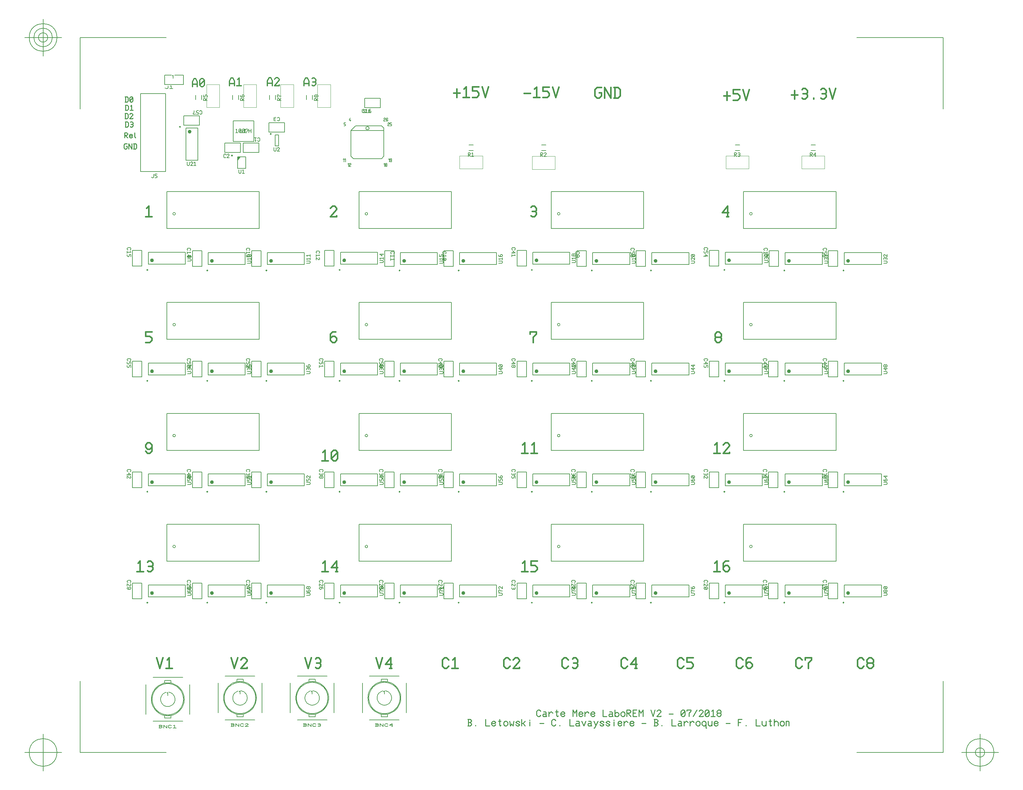
<source format=gbr>
G04 Generated by Ultiboard 13.0 *
%FSLAX34Y34*%
%MOMM*%

%ADD10C,0.0001*%
%ADD11C,0.1000*%
%ADD12C,0.2032*%
%ADD13C,0.2000*%
%ADD14C,0.1270*%
%ADD15C,0.1556*%
%ADD16C,0.5000*%
%ADD17C,0.2500*%
%ADD18C,0.2222*%
%ADD19C,0.3333*%
%ADD20C,0.4444*%
%ADD21C,0.2822*%
%ADD22C,0.50000*%


G04 ColorRGB FFFF00 for the following layer *
%LNSilkscreen Top*%
%LPD*%
G54D10*
G54D11*
X1085588Y762000D02*
X1147588Y762000D01*
X1147588Y797000D01*
X1085588Y797000D01*
X1085588Y762000D01*
X951438Y798000D02*
X889438Y798000D01*
X889438Y763000D01*
X951438Y763000D01*
X951438Y798000D01*
X1671763Y798000D02*
X1609763Y798000D01*
X1609763Y763000D01*
X1671763Y763000D01*
X1671763Y798000D01*
X1876688Y798000D02*
X1814688Y798000D01*
X1814688Y763000D01*
X1876688Y763000D01*
X1876688Y798000D01*
X205000Y991000D02*
X240000Y991000D01*
X240000Y929000D01*
X205000Y929000D01*
X205000Y991000D01*
X305000Y991000D02*
X340000Y991000D01*
X340000Y929000D01*
X305000Y929000D01*
X305000Y991000D01*
X405000Y991000D02*
X440000Y991000D01*
X440000Y929000D01*
X405000Y929000D01*
X405000Y991000D01*
X505000Y991000D02*
X540000Y991000D01*
X540000Y929000D01*
X505000Y929000D01*
X505000Y991000D01*
G54D12*
X113695Y641445D02*
G75*
D01*
G02X113695Y641445I3500J0*
G01*
X113695Y41445D02*
G75*
D01*
G02X113695Y41445I3500J0*
G01*
X113695Y341445D02*
G75*
D01*
G02X113695Y341445I3500J0*
G01*
X113695Y-258555D02*
G75*
D01*
G02X113695Y-258555I3500J0*
G01*
X633695Y641445D02*
G75*
D01*
G02X633695Y641445I3500J0*
G01*
X633695Y341445D02*
G75*
D01*
G02X633695Y341445I3500J0*
G01*
X633695Y41445D02*
G75*
D01*
G02X633695Y41445I3500J0*
G01*
X633695Y-258555D02*
G75*
D01*
G02X633695Y-258555I3500J0*
G01*
X1153695Y341445D02*
G75*
D01*
G02X1153695Y341445I3500J0*
G01*
X1153695Y41445D02*
G75*
D01*
G02X1153695Y41445I3500J0*
G01*
X1153695Y-258555D02*
G75*
D01*
G02X1153695Y-258555I3500J0*
G01*
X1153695Y641445D02*
G75*
D01*
G02X1153695Y641445I3500J0*
G01*
X1673695Y341445D02*
G75*
D01*
G02X1673695Y341445I3500J0*
G01*
X1673695Y41445D02*
G75*
D01*
G02X1673695Y41445I3500J0*
G01*
X1673695Y-258555D02*
G75*
D01*
G02X1673695Y-258555I3500J0*
G01*
X1673695Y641445D02*
G75*
D01*
G02X1673695Y641445I3500J0*
G01*
X628711Y916038D02*
X631533Y914526D01*
X634356Y914526D01*
X637178Y916038D01*
X628711Y920574D01*
X631533Y922086D01*
X634356Y922086D01*
X637178Y920574D01*
X642822Y920574D02*
X645644Y922086D01*
X645644Y914526D01*
X641411Y914526D02*
X649878Y914526D01*
X678100Y790550D02*
X601900Y790550D01*
X608250Y879450D02*
X678100Y879450D01*
X595550Y866750D02*
X684450Y866750D01*
X644233Y873100D02*
X644217Y873469D01*
X644169Y873835D01*
X644089Y874195D01*
X643978Y874548D01*
X643837Y874889D01*
X643666Y875216D01*
X643468Y875528D01*
X643243Y875821D01*
X642993Y876093D01*
X642721Y876343D01*
X642428Y876567D01*
X642117Y876766D01*
X641789Y876936D01*
X641448Y877078D01*
X641096Y877189D01*
X640735Y877269D01*
X640369Y877317D01*
X640000Y877333D01*
X639631Y877317D01*
X639265Y877269D01*
X638904Y877189D01*
X638552Y877078D01*
X638211Y876936D01*
X637883Y876766D01*
X637572Y876567D01*
X637279Y876343D01*
X637007Y876093D01*
X636757Y875821D01*
X636532Y875528D01*
X636334Y875216D01*
X636163Y874889D01*
X636022Y874548D01*
X635911Y874195D01*
X635831Y873835D01*
X635783Y873469D01*
X635767Y873100D01*
X635783Y872731D01*
X635831Y872365D01*
X635911Y872004D01*
X636022Y871652D01*
X636163Y871311D01*
X636334Y870983D01*
X636532Y870672D01*
X636757Y870379D01*
X637007Y870106D01*
X637279Y869857D01*
X637572Y869632D01*
X637883Y869434D01*
X638211Y869263D01*
X638552Y869122D01*
X638904Y869011D01*
X639265Y868931D01*
X639631Y868882D01*
X640000Y868866D01*
X640369Y868882D01*
X640735Y868931D01*
X641096Y869011D01*
X641448Y869122D01*
X641789Y869263D01*
X642117Y869434D01*
X642428Y869632D01*
X642721Y869857D01*
X642993Y870106D01*
X643243Y870379D01*
X643468Y870672D01*
X643666Y870983D01*
X643837Y871311D01*
X643978Y871652D01*
X644089Y872004D01*
X644169Y872365D01*
X644217Y872731D01*
X644233Y873100D01*
X593433Y892150D02*
X593433Y896383D01*
X595550Y894267D02*
X591317Y894267D01*
X591317Y896383D01*
X595550Y796900D02*
X595550Y866750D01*
X601900Y790550D02*
X595550Y796900D01*
X589200Y769383D02*
X589200Y777850D01*
X593433Y773617D02*
X593617Y773625D01*
X593801Y773649D01*
X593981Y773689D01*
X594157Y773745D01*
X594328Y773815D01*
X594491Y773901D01*
X594647Y774000D01*
X594794Y774112D01*
X594930Y774237D01*
X595054Y774373D01*
X595167Y774520D01*
X595266Y774675D01*
X595351Y774839D01*
X595422Y775010D01*
X595478Y775186D01*
X595518Y775366D01*
X595542Y775549D01*
X595550Y775734D01*
X595542Y775918D01*
X595518Y776101D01*
X595478Y776282D01*
X595422Y776458D01*
X595351Y776628D01*
X595266Y776792D01*
X595167Y776948D01*
X595054Y777094D01*
X594930Y777230D01*
X594794Y777355D01*
X594647Y777468D01*
X594491Y777567D01*
X594328Y777652D01*
X594157Y777723D01*
X593981Y777778D01*
X593801Y777818D01*
X593617Y777842D01*
X593433Y777850D01*
X593249Y777842D01*
X593065Y777818D01*
X592885Y777778D01*
X592709Y777723D01*
X592538Y777652D01*
X592375Y777567D01*
X592219Y777468D01*
X592072Y777355D01*
X591936Y777230D01*
X591812Y777094D01*
X591699Y776948D01*
X591600Y776792D01*
X591515Y776628D01*
X591444Y776458D01*
X591388Y776282D01*
X591348Y776101D01*
X591324Y775918D01*
X591316Y775734D01*
X593433Y773616D02*
X593249Y773608D01*
X593065Y773584D01*
X592885Y773544D01*
X592709Y773489D01*
X592538Y773418D01*
X592375Y773333D01*
X592219Y773234D01*
X592072Y773121D01*
X591936Y772996D01*
X591812Y772860D01*
X591699Y772714D01*
X591600Y772558D01*
X591515Y772394D01*
X591444Y772224D01*
X591388Y772048D01*
X591348Y771867D01*
X591324Y771684D01*
X591316Y771500D01*
X595550Y769383D02*
X591317Y769383D01*
X591317Y771500D01*
X574383Y788433D02*
X576500Y790550D01*
X578617Y788433D02*
X580733Y790550D01*
X576500Y790550D02*
X576500Y782083D01*
X580733Y790550D02*
X580733Y782083D01*
X589200Y777850D02*
X587083Y775733D01*
X595550Y866750D02*
X608250Y879450D01*
X578617Y879450D02*
X578801Y879458D01*
X578985Y879482D01*
X579165Y879522D01*
X579341Y879578D01*
X579512Y879648D01*
X579675Y879734D01*
X579831Y879833D01*
X579978Y879945D01*
X580114Y880070D01*
X580238Y880206D01*
X580351Y880353D01*
X580450Y880508D01*
X580535Y880672D01*
X580606Y880843D01*
X580662Y881019D01*
X580702Y881199D01*
X580726Y881382D01*
X580734Y881567D01*
X580726Y881751D01*
X580702Y881934D01*
X580662Y882115D01*
X580606Y882291D01*
X580535Y882461D01*
X580450Y882625D01*
X580351Y882781D01*
X580238Y882927D01*
X580114Y883063D01*
X579978Y883188D01*
X579831Y883301D01*
X579675Y883400D01*
X579512Y883485D01*
X579341Y883556D01*
X579165Y883611D01*
X578985Y883651D01*
X578801Y883675D01*
X578617Y883683D01*
X576500Y879450D02*
X578617Y879450D01*
X576500Y883683D02*
X578617Y883683D01*
X576500Y887917D02*
X580733Y887917D01*
X576500Y883683D02*
X576500Y887917D01*
X591317Y896383D02*
X593433Y900617D01*
X686567Y896383D02*
X686383Y896375D01*
X686199Y896351D01*
X686019Y896311D01*
X685843Y896256D01*
X685672Y896185D01*
X685509Y896100D01*
X685353Y896001D01*
X685206Y895888D01*
X685070Y895763D01*
X684946Y895627D01*
X684833Y895481D01*
X684734Y895325D01*
X684649Y895161D01*
X684578Y894991D01*
X684522Y894815D01*
X684482Y894634D01*
X684458Y894451D01*
X684450Y894267D01*
X684450Y892150D02*
X684450Y894267D01*
X695034Y894267D02*
X695026Y894451D01*
X695002Y894634D01*
X694962Y894815D01*
X694906Y894991D01*
X694835Y895161D01*
X694750Y895325D01*
X694651Y895481D01*
X694538Y895627D01*
X694414Y895763D01*
X694278Y895888D01*
X694131Y896001D01*
X693975Y896100D01*
X693812Y896185D01*
X693641Y896256D01*
X693465Y896311D01*
X693285Y896351D01*
X693101Y896375D01*
X692917Y896383D01*
X692733Y896375D01*
X692549Y896351D01*
X692369Y896311D01*
X692193Y896256D01*
X692022Y896185D01*
X691859Y896100D01*
X691703Y896001D01*
X691556Y895888D01*
X691420Y895763D01*
X691296Y895627D01*
X691183Y895481D01*
X691084Y895325D01*
X690999Y895161D01*
X690928Y894991D01*
X690872Y894815D01*
X690832Y894634D01*
X690808Y894451D01*
X690800Y894267D01*
X690808Y894082D01*
X690832Y893899D01*
X690872Y893719D01*
X690928Y893543D01*
X690999Y893372D01*
X691084Y893208D01*
X691183Y893053D01*
X691296Y892906D01*
X691420Y892770D01*
X691556Y892645D01*
X691703Y892533D01*
X691859Y892434D01*
X692022Y892348D01*
X692193Y892278D01*
X692369Y892222D01*
X692549Y892182D01*
X692733Y892158D01*
X692917Y892150D01*
X693101Y892158D01*
X693285Y892182D01*
X693465Y892222D01*
X693641Y892278D01*
X693812Y892348D01*
X693975Y892434D01*
X694131Y892533D01*
X694278Y892645D01*
X694414Y892770D01*
X694538Y892906D01*
X694651Y893053D01*
X694750Y893208D01*
X694835Y893372D01*
X694906Y893543D01*
X694962Y893719D01*
X695002Y893899D01*
X695026Y894082D01*
X695034Y894267D01*
X690800Y894267D02*
X690800Y898500D01*
X684450Y873100D02*
X684450Y796900D01*
X678100Y790550D01*
X692917Y771500D02*
X692909Y771684D01*
X692885Y771867D01*
X692845Y772048D01*
X692789Y772224D01*
X692718Y772394D01*
X692633Y772558D01*
X692534Y772714D01*
X692421Y772860D01*
X692297Y772996D01*
X692161Y773121D01*
X692014Y773234D01*
X691858Y773333D01*
X691695Y773418D01*
X691524Y773489D01*
X691348Y773544D01*
X691168Y773584D01*
X690984Y773608D01*
X690800Y773616D01*
X690616Y773608D01*
X690432Y773584D01*
X690252Y773544D01*
X690076Y773489D01*
X689905Y773418D01*
X689742Y773333D01*
X689586Y773234D01*
X689439Y773121D01*
X689303Y772996D01*
X689179Y772860D01*
X689066Y772714D01*
X688967Y772558D01*
X688882Y772394D01*
X688811Y772224D01*
X688755Y772048D01*
X688715Y771867D01*
X688691Y771684D01*
X688683Y771500D01*
X688691Y771315D01*
X688715Y771132D01*
X688755Y770952D01*
X688811Y770776D01*
X688882Y770605D01*
X688967Y770441D01*
X689066Y770286D01*
X689179Y770139D01*
X689303Y770003D01*
X689439Y769878D01*
X689586Y769766D01*
X689742Y769667D01*
X689905Y769581D01*
X690076Y769511D01*
X690252Y769455D01*
X690432Y769415D01*
X690616Y769391D01*
X690800Y769383D01*
X690984Y769391D01*
X691168Y769415D01*
X691348Y769455D01*
X691524Y769511D01*
X691695Y769581D01*
X691858Y769667D01*
X692014Y769766D01*
X692161Y769878D01*
X692297Y770003D01*
X692421Y770139D01*
X692534Y770286D01*
X692633Y770441D01*
X692718Y770605D01*
X692789Y770776D01*
X692845Y770952D01*
X692885Y771132D01*
X692909Y771315D01*
X692917Y771500D01*
X692917Y775734D02*
X692909Y775918D01*
X692885Y776101D01*
X692845Y776282D01*
X692789Y776458D01*
X692718Y776628D01*
X692633Y776792D01*
X692534Y776948D01*
X692421Y777094D01*
X692297Y777230D01*
X692161Y777355D01*
X692014Y777468D01*
X691858Y777567D01*
X691695Y777652D01*
X691524Y777723D01*
X691348Y777778D01*
X691168Y777818D01*
X690984Y777842D01*
X690800Y777850D01*
X690616Y777842D01*
X690432Y777818D01*
X690252Y777778D01*
X690076Y777723D01*
X689905Y777652D01*
X689742Y777567D01*
X689586Y777468D01*
X689439Y777355D01*
X689303Y777230D01*
X689179Y777094D01*
X689066Y776948D01*
X688967Y776792D01*
X688882Y776628D01*
X688811Y776458D01*
X688755Y776282D01*
X688715Y776101D01*
X688691Y775918D01*
X688683Y775734D01*
X688691Y775549D01*
X688715Y775366D01*
X688755Y775186D01*
X688811Y775010D01*
X688882Y774839D01*
X688967Y774675D01*
X689066Y774520D01*
X689179Y774373D01*
X689303Y774237D01*
X689439Y774112D01*
X689586Y774000D01*
X689742Y773901D01*
X689905Y773815D01*
X690076Y773745D01*
X690252Y773689D01*
X690432Y773649D01*
X690616Y773625D01*
X690800Y773617D01*
X690984Y773625D01*
X691168Y773649D01*
X691348Y773689D01*
X691524Y773745D01*
X691695Y773815D01*
X691858Y773901D01*
X692014Y774000D01*
X692161Y774112D01*
X692297Y774237D01*
X692421Y774373D01*
X692534Y774520D01*
X692633Y774675D01*
X692718Y774839D01*
X692789Y775010D01*
X692845Y775186D01*
X692885Y775366D01*
X692909Y775549D01*
X692917Y775734D01*
X686567Y777850D02*
X686567Y769383D01*
X684450Y775733D02*
X686567Y777850D01*
X699267Y790550D02*
X699267Y782083D01*
X705617Y784200D02*
X705617Y788433D01*
X697150Y788433D02*
X699267Y790550D01*
X705617Y788434D02*
X705609Y788618D01*
X705585Y788801D01*
X705545Y788982D01*
X705489Y789158D01*
X705418Y789328D01*
X705333Y789492D01*
X705234Y789648D01*
X705121Y789794D01*
X704997Y789930D01*
X704861Y790055D01*
X704714Y790168D01*
X704558Y790267D01*
X704395Y790352D01*
X704224Y790423D01*
X704048Y790478D01*
X703868Y790518D01*
X703684Y790542D01*
X703500Y790550D01*
X703316Y790542D01*
X703132Y790518D01*
X702952Y790478D01*
X702776Y790423D01*
X702605Y790352D01*
X702442Y790267D01*
X702286Y790168D01*
X702139Y790055D01*
X702003Y789930D01*
X701879Y789794D01*
X701766Y789648D01*
X701667Y789492D01*
X701582Y789328D01*
X701511Y789158D01*
X701455Y788982D01*
X701415Y788801D01*
X701391Y788618D01*
X701383Y788434D01*
X701391Y788249D01*
X701415Y788066D01*
X701455Y787886D01*
X701511Y787710D01*
X701582Y787539D01*
X701667Y787375D01*
X701766Y787220D01*
X701879Y787073D01*
X702003Y786937D01*
X702139Y786812D01*
X702286Y786700D01*
X702442Y786601D01*
X702605Y786515D01*
X702776Y786445D01*
X702952Y786389D01*
X703132Y786349D01*
X703316Y786325D01*
X703500Y786317D01*
X703684Y786325D01*
X703868Y786349D01*
X704048Y786389D01*
X704224Y786445D01*
X704395Y786515D01*
X704558Y786601D01*
X704714Y786700D01*
X704861Y786812D01*
X704997Y786937D01*
X705121Y787073D01*
X705234Y787220D01*
X705333Y787375D01*
X705418Y787539D01*
X705489Y787710D01*
X705545Y787886D01*
X705585Y788066D01*
X705609Y788249D01*
X705617Y788434D01*
X701383Y784200D02*
X701391Y784015D01*
X701415Y783832D01*
X701455Y783652D01*
X701511Y783476D01*
X701582Y783305D01*
X701667Y783141D01*
X701766Y782986D01*
X701879Y782839D01*
X702003Y782703D01*
X702139Y782578D01*
X702286Y782466D01*
X702442Y782367D01*
X702605Y782281D01*
X702776Y782211D01*
X702952Y782155D01*
X703132Y782115D01*
X703316Y782091D01*
X703500Y782083D01*
X703684Y782091D01*
X703868Y782115D01*
X704048Y782155D01*
X704224Y782211D01*
X704395Y782281D01*
X704558Y782367D01*
X704714Y782466D01*
X704861Y782578D01*
X704997Y782703D01*
X705121Y782839D01*
X705234Y782986D01*
X705333Y783141D01*
X705418Y783305D01*
X705489Y783476D01*
X705545Y783652D01*
X705585Y783832D01*
X705609Y784015D01*
X705617Y784200D01*
X705617Y784200D01*
X678100Y879450D02*
X684450Y873100D01*
X688683Y892150D02*
X684450Y892150D01*
X699267Y879450D02*
X695033Y879450D01*
X697150Y883683D02*
X697334Y883691D01*
X697518Y883715D01*
X697698Y883755D01*
X697874Y883811D01*
X698045Y883881D01*
X698208Y883967D01*
X698364Y884066D01*
X698511Y884178D01*
X698647Y884303D01*
X698771Y884439D01*
X698884Y884586D01*
X698983Y884741D01*
X699068Y884905D01*
X699139Y885076D01*
X699195Y885252D01*
X699235Y885432D01*
X699259Y885615D01*
X699267Y885800D01*
X699259Y885984D01*
X699235Y886167D01*
X699195Y886348D01*
X699139Y886524D01*
X699068Y886694D01*
X698983Y886858D01*
X698884Y887014D01*
X698771Y887160D01*
X698647Y887296D01*
X698511Y887421D01*
X698364Y887534D01*
X698208Y887633D01*
X698045Y887718D01*
X697874Y887789D01*
X697698Y887844D01*
X697518Y887884D01*
X697334Y887908D01*
X697150Y887916D01*
X696966Y887908D01*
X696782Y887884D01*
X696602Y887844D01*
X696426Y887789D01*
X696255Y887718D01*
X696092Y887633D01*
X695936Y887534D01*
X695789Y887421D01*
X695653Y887296D01*
X695529Y887160D01*
X695416Y887014D01*
X695317Y886858D01*
X695232Y886694D01*
X695161Y886524D01*
X695105Y886348D01*
X695065Y886167D01*
X695041Y885984D01*
X695033Y885800D01*
X697150Y883683D02*
X696966Y883675D01*
X696782Y883651D01*
X696602Y883611D01*
X696426Y883556D01*
X696255Y883485D01*
X696092Y883400D01*
X695936Y883301D01*
X695789Y883188D01*
X695653Y883063D01*
X695529Y882927D01*
X695416Y882781D01*
X695317Y882625D01*
X695232Y882461D01*
X695161Y882291D01*
X695105Y882115D01*
X695065Y881934D01*
X695041Y881751D01*
X695033Y881567D01*
X695033Y879450D02*
X695033Y881567D01*
X703500Y879450D02*
X703684Y879458D01*
X703868Y879482D01*
X704048Y879522D01*
X704224Y879578D01*
X704395Y879648D01*
X704558Y879734D01*
X704714Y879833D01*
X704861Y879945D01*
X704997Y880070D01*
X705121Y880206D01*
X705234Y880353D01*
X705333Y880508D01*
X705418Y880672D01*
X705489Y880843D01*
X705545Y881019D01*
X705585Y881199D01*
X705609Y881382D01*
X705617Y881567D01*
X705609Y881751D01*
X705585Y881934D01*
X705545Y882115D01*
X705489Y882291D01*
X705418Y882461D01*
X705333Y882625D01*
X705234Y882781D01*
X705121Y882927D01*
X704997Y883063D01*
X704861Y883188D01*
X704714Y883301D01*
X704558Y883400D01*
X704395Y883485D01*
X704224Y883556D01*
X704048Y883611D01*
X703868Y883651D01*
X703684Y883675D01*
X703500Y883683D01*
X701383Y879450D02*
X703500Y879450D01*
X701383Y883683D02*
X703500Y883683D01*
X701383Y887917D02*
X705617Y887917D01*
X701383Y883683D02*
X701383Y887917D01*
X686567Y896383D02*
X686751Y896391D01*
X686935Y896415D01*
X687115Y896455D01*
X687291Y896511D01*
X687462Y896581D01*
X687625Y896667D01*
X687781Y896766D01*
X687928Y896878D01*
X688064Y897003D01*
X688188Y897139D01*
X688301Y897286D01*
X688400Y897441D01*
X688485Y897605D01*
X688556Y897776D01*
X688612Y897952D01*
X688652Y898132D01*
X688676Y898315D01*
X688684Y898500D01*
X688676Y898684D01*
X688652Y898867D01*
X688612Y899048D01*
X688556Y899224D01*
X688485Y899394D01*
X688400Y899558D01*
X688301Y899714D01*
X688188Y899860D01*
X688064Y899996D01*
X687928Y900121D01*
X687781Y900234D01*
X687625Y900333D01*
X687462Y900418D01*
X687291Y900489D01*
X687115Y900544D01*
X686935Y900584D01*
X686751Y900608D01*
X686567Y900616D01*
X686383Y900608D01*
X686199Y900584D01*
X686019Y900544D01*
X685843Y900489D01*
X685672Y900418D01*
X685509Y900333D01*
X685353Y900234D01*
X685206Y900121D01*
X685070Y899996D01*
X684946Y899860D01*
X684833Y899714D01*
X684734Y899558D01*
X684649Y899394D01*
X684578Y899224D01*
X684522Y899048D01*
X684482Y898867D01*
X684458Y898684D01*
X684450Y898500D01*
X695034Y898500D02*
X695026Y898684D01*
X695002Y898867D01*
X694962Y899048D01*
X694906Y899224D01*
X694835Y899394D01*
X694750Y899558D01*
X694651Y899714D01*
X694538Y899860D01*
X694414Y899996D01*
X694278Y900121D01*
X694131Y900234D01*
X693975Y900333D01*
X693812Y900418D01*
X693641Y900489D01*
X693465Y900544D01*
X693285Y900584D01*
X693101Y900608D01*
X692917Y900616D01*
X692733Y900608D01*
X692549Y900584D01*
X692369Y900544D01*
X692193Y900489D01*
X692022Y900418D01*
X691859Y900333D01*
X691703Y900234D01*
X691556Y900121D01*
X691420Y899996D01*
X691296Y899860D01*
X691183Y899714D01*
X691084Y899558D01*
X690999Y899394D01*
X690928Y899224D01*
X690872Y899048D01*
X690832Y898867D01*
X690808Y898684D01*
X690800Y898500D01*
X342654Y845072D02*
X344645Y847072D01*
X346636Y847072D01*
X348627Y845072D01*
X348627Y839072D01*
X346636Y837072D01*
X344645Y837072D01*
X342654Y839072D01*
X338672Y839072D02*
X336682Y837072D01*
X336682Y847072D01*
X339668Y847072D02*
X333695Y847072D01*
X303833Y832700D02*
X346167Y832700D01*
X346167Y807300D02*
X303833Y807300D01*
X346167Y832700D02*
X346167Y807300D01*
X303833Y807300D02*
X303833Y832700D01*
X297000Y871000D02*
X297000Y861000D01*
X303000Y861000D01*
X307000Y869000D02*
X309000Y871000D01*
X309000Y861000D01*
X306000Y861000D02*
X312000Y861000D01*
X284500Y869000D02*
X286500Y871000D01*
X286500Y861000D01*
X283500Y861000D02*
X289500Y861000D01*
X292500Y869000D02*
X294500Y871000D01*
X296500Y871000D01*
X298500Y869000D01*
X298500Y863000D01*
X296500Y861000D01*
X294500Y861000D01*
X292500Y863000D01*
X292500Y869000D01*
X298500Y869000D02*
X292500Y863000D01*
X301500Y869000D02*
X303500Y871000D01*
X305500Y871000D01*
X307500Y869000D01*
X307500Y863000D01*
X305500Y861000D01*
X303500Y861000D01*
X301500Y863000D01*
X301500Y869000D01*
X307500Y869000D02*
X301500Y863000D01*
X310500Y869000D02*
X312500Y871000D01*
X314500Y871000D01*
X316500Y869000D01*
X316500Y867000D01*
X315500Y866000D01*
X313500Y865000D01*
X313500Y864000D01*
X313500Y861000D02*
X313500Y862000D01*
X319500Y861000D02*
X319500Y871000D01*
X325500Y861000D02*
X325500Y871000D01*
X319500Y866000D02*
X325500Y866000D01*
X277000Y893000D02*
X277000Y837000D01*
X333000Y837000D01*
X333000Y893000D01*
X277000Y893000D01*
X395950Y900500D02*
X397941Y902500D01*
X399932Y902500D01*
X401923Y900500D01*
X401923Y894500D01*
X399932Y892500D01*
X397941Y892500D01*
X395950Y894500D01*
X391968Y893500D02*
X390973Y892500D01*
X388982Y892500D01*
X386991Y894500D01*
X386991Y896500D01*
X387986Y897500D01*
X386991Y898500D01*
X386991Y900500D01*
X388982Y902500D01*
X390973Y902500D01*
X391968Y901500D01*
X390973Y897500D02*
X387986Y897500D01*
X373833Y887700D02*
X416167Y887700D01*
X416167Y862300D02*
X373833Y862300D01*
X416167Y887700D02*
X416167Y862300D01*
X373833Y862300D02*
X373833Y887700D01*
X292196Y760810D02*
X292196Y752810D01*
X294187Y750810D01*
X296178Y750810D01*
X298169Y752810D01*
X298169Y760810D01*
X302151Y758810D02*
X304142Y760810D01*
X304142Y750810D01*
X301156Y750810D02*
X307129Y750810D01*
X289000Y795500D02*
X289000Y764500D01*
X311000Y764500D02*
X311000Y795500D01*
X289000Y764500D02*
X311000Y764500D01*
X311000Y795500D02*
X289000Y795500D01*
X257346Y794928D02*
X255355Y792928D01*
X253364Y792928D01*
X251373Y794928D01*
X251373Y800928D01*
X253364Y802928D01*
X255355Y802928D01*
X257346Y800928D01*
X260332Y800928D02*
X262323Y802928D01*
X264314Y802928D01*
X266305Y800928D01*
X266305Y799928D01*
X260332Y792928D01*
X266305Y792928D01*
X266305Y793928D01*
X296167Y807300D02*
X253833Y807300D01*
X253833Y832700D02*
X296167Y832700D01*
X253833Y807300D02*
X253833Y832700D01*
X296167Y832700D02*
X296167Y807300D01*
X186134Y918572D02*
X188125Y920572D01*
X190116Y920572D01*
X192107Y918572D01*
X192107Y912572D01*
X190116Y910572D01*
X188125Y910572D01*
X186134Y912572D01*
X177175Y910572D02*
X183148Y910572D01*
X183148Y914572D01*
X179166Y914572D01*
X177175Y916572D01*
X177175Y918572D01*
X179166Y920572D01*
X183148Y920572D01*
X171202Y920572D02*
X171202Y915572D01*
X168215Y912572D01*
X168215Y910572D01*
X174188Y910572D01*
X174188Y912572D01*
X142833Y906200D02*
X185167Y906200D01*
X185167Y880800D02*
X142833Y880800D01*
X185167Y906200D02*
X185167Y880800D01*
X142833Y880800D02*
X142833Y906200D01*
X631366Y916428D02*
X629375Y914428D01*
X627384Y914428D01*
X625393Y916428D01*
X625393Y922428D01*
X627384Y924428D01*
X629375Y924428D01*
X631366Y922428D01*
X635348Y922428D02*
X637339Y924428D01*
X637339Y914428D01*
X634352Y914428D02*
X640325Y914428D01*
X648289Y924428D02*
X645303Y924428D01*
X643312Y922428D01*
X643312Y918428D01*
X643312Y916428D01*
X645303Y914428D01*
X647294Y914428D01*
X649285Y916428D01*
X649285Y918428D01*
X647294Y920428D01*
X645303Y920428D01*
X643312Y918428D01*
X674667Y928800D02*
X632333Y928800D01*
X632333Y954200D02*
X674667Y954200D01*
X632333Y928800D02*
X632333Y954200D01*
X674667Y954200D02*
X674667Y928800D01*
X154178Y542134D02*
X152178Y544125D01*
X152178Y546116D01*
X154178Y548107D01*
X160178Y548107D01*
X162178Y546116D01*
X162178Y544125D01*
X160178Y542134D01*
X160178Y538152D02*
X162178Y536161D01*
X152178Y536161D01*
X152178Y539148D02*
X152178Y533175D01*
X156178Y524215D02*
X156178Y530188D01*
X162178Y525211D01*
X152178Y525211D01*
X152178Y526206D02*
X152178Y524215D01*
X166550Y498833D02*
X166550Y541167D01*
X191950Y541167D02*
X191950Y498833D01*
X166550Y541167D02*
X191950Y541167D01*
X191950Y498833D02*
X166550Y498833D01*
X314178Y542134D02*
X312178Y544125D01*
X312178Y546116D01*
X314178Y548107D01*
X320178Y548107D01*
X322178Y546116D01*
X322178Y544125D01*
X320178Y542134D01*
X320178Y538152D02*
X322178Y536161D01*
X312178Y536161D01*
X312178Y539148D02*
X312178Y533175D01*
X321178Y529193D02*
X322178Y528197D01*
X322178Y526206D01*
X320178Y524215D01*
X318178Y524215D01*
X317178Y525211D01*
X316178Y524215D01*
X314178Y524215D01*
X312178Y526206D01*
X312178Y528197D01*
X313178Y529193D01*
X317178Y528197D02*
X317178Y525211D01*
X326550Y498833D02*
X326550Y541167D01*
X351950Y541167D02*
X351950Y498833D01*
X326550Y541167D02*
X351950Y541167D01*
X351950Y498833D02*
X326550Y498833D01*
X314178Y-56421D02*
X312178Y-54430D01*
X312178Y-52439D01*
X314178Y-50448D01*
X320178Y-50448D01*
X322178Y-52439D01*
X322178Y-54430D01*
X320178Y-56421D01*
X321178Y-60403D02*
X322178Y-61398D01*
X322178Y-63389D01*
X320178Y-65380D01*
X318178Y-65380D01*
X317178Y-64385D01*
X316178Y-65380D01*
X314178Y-65380D01*
X312178Y-63389D01*
X312178Y-61398D01*
X313178Y-60403D01*
X317178Y-61398D02*
X317178Y-64385D01*
X314178Y-68367D02*
X312178Y-70358D01*
X312178Y-72349D01*
X314178Y-74340D01*
X318178Y-74340D01*
X320178Y-74340D01*
X322178Y-72349D01*
X322178Y-70358D01*
X320178Y-68367D01*
X318178Y-68367D01*
X316178Y-70358D01*
X316178Y-72349D01*
X318178Y-74340D01*
X326550Y-99722D02*
X326550Y-57388D01*
X351950Y-57388D02*
X351950Y-99722D01*
X326550Y-57388D02*
X351950Y-57388D01*
X351950Y-99722D02*
X326550Y-99722D01*
X154178Y-56421D02*
X152178Y-54430D01*
X152178Y-52439D01*
X154178Y-50448D01*
X160178Y-50448D01*
X162178Y-52439D01*
X162178Y-54430D01*
X160178Y-56421D01*
X156178Y-65380D02*
X156178Y-59407D01*
X162178Y-64385D01*
X152178Y-64385D01*
X152178Y-63389D02*
X152178Y-65380D01*
X160178Y-68367D02*
X162178Y-70358D01*
X162178Y-72349D01*
X160178Y-74340D01*
X154178Y-74340D01*
X152178Y-72349D01*
X152178Y-70358D01*
X154178Y-68367D01*
X160178Y-68367D01*
X160178Y-74340D02*
X154178Y-68367D01*
X166550Y-99722D02*
X166550Y-57388D01*
X191950Y-57388D02*
X191950Y-99722D01*
X166550Y-57388D02*
X191950Y-57388D01*
X191950Y-99722D02*
X166550Y-99722D01*
X314178Y243579D02*
X312178Y245570D01*
X312178Y247561D01*
X314178Y249552D01*
X320178Y249552D01*
X322178Y247561D01*
X322178Y245570D01*
X320178Y243579D01*
X322178Y234620D02*
X322178Y240593D01*
X318178Y240593D01*
X318178Y236611D01*
X316178Y234620D01*
X314178Y234620D01*
X312178Y236611D01*
X312178Y240593D01*
X320178Y231633D02*
X322178Y229642D01*
X322178Y227651D01*
X320178Y225660D01*
X319178Y225660D01*
X312178Y231633D01*
X312178Y225660D01*
X313178Y225660D01*
X326550Y200278D02*
X326550Y242612D01*
X351950Y242612D02*
X351950Y200278D01*
X326550Y242612D02*
X351950Y242612D01*
X351950Y200278D02*
X326550Y200278D01*
X154178Y243579D02*
X152178Y245570D01*
X152178Y247561D01*
X154178Y249552D01*
X160178Y249552D01*
X162178Y247561D01*
X162178Y245570D01*
X160178Y243579D01*
X162178Y234620D02*
X162178Y240593D01*
X158178Y240593D01*
X158178Y236611D01*
X156178Y234620D01*
X154178Y234620D01*
X152178Y236611D01*
X152178Y240593D01*
X161178Y230638D02*
X162178Y229642D01*
X162178Y227651D01*
X160178Y225660D01*
X158178Y225660D01*
X157178Y226656D01*
X156178Y225660D01*
X154178Y225660D01*
X152178Y227651D01*
X152178Y229642D01*
X153178Y230638D01*
X157178Y229642D02*
X157178Y226656D01*
X166550Y200278D02*
X166550Y242612D01*
X191950Y242612D02*
X191950Y200278D01*
X166550Y242612D02*
X191950Y242612D01*
X191950Y200278D02*
X166550Y200278D01*
X92711Y981956D02*
X95533Y980445D01*
X98356Y980445D01*
X101178Y981956D01*
X101178Y988004D01*
X106822Y986492D02*
X109644Y988004D01*
X109644Y980445D01*
X105411Y980445D02*
X113878Y980445D01*
X142100Y991300D02*
X91300Y991300D01*
X110350Y1016700D02*
X91300Y1016700D01*
X91300Y991300D01*
X142100Y1016700D02*
X118817Y1016700D01*
X114583Y1016700D02*
X114583Y1008233D01*
X112467Y1014583D02*
X114583Y1016700D01*
X142100Y1016700D02*
X142100Y991300D01*
X154178Y-356421D02*
X152178Y-354430D01*
X152178Y-352439D01*
X154178Y-350448D01*
X160178Y-350448D01*
X162178Y-352439D01*
X162178Y-354430D01*
X160178Y-356421D01*
X160178Y-359407D02*
X162178Y-361398D01*
X162178Y-363389D01*
X160178Y-365380D01*
X159178Y-365380D01*
X152178Y-359407D01*
X152178Y-365380D01*
X153178Y-365380D01*
X152178Y-372349D02*
X152178Y-370358D01*
X154178Y-368367D01*
X156178Y-368367D01*
X157178Y-369362D01*
X158178Y-368367D01*
X160178Y-368367D01*
X162178Y-370358D01*
X162178Y-372349D01*
X160178Y-374340D01*
X158178Y-374340D01*
X157178Y-373344D01*
X156178Y-374340D01*
X154178Y-374340D01*
X152178Y-372349D01*
X157178Y-369362D02*
X157178Y-373344D01*
X166550Y-399722D02*
X166550Y-357388D01*
X191950Y-357388D02*
X191950Y-399722D01*
X166550Y-357388D02*
X191950Y-357388D01*
X191950Y-399722D02*
X166550Y-399722D01*
X314178Y-356421D02*
X312178Y-354430D01*
X312178Y-352439D01*
X314178Y-350448D01*
X320178Y-350448D01*
X322178Y-352439D01*
X322178Y-354430D01*
X320178Y-356421D01*
X320178Y-359407D02*
X322178Y-361398D01*
X322178Y-363389D01*
X320178Y-365380D01*
X319178Y-365380D01*
X312178Y-359407D01*
X312178Y-365380D01*
X313178Y-365380D01*
X312178Y-371353D02*
X317178Y-371353D01*
X320178Y-374340D01*
X322178Y-374340D01*
X322178Y-368367D01*
X320178Y-368367D01*
X326550Y-399722D02*
X326550Y-357388D01*
X351950Y-357388D02*
X351950Y-399722D01*
X326550Y-357388D02*
X351950Y-357388D01*
X351950Y-399722D02*
X326550Y-399722D01*
X-7877Y243579D02*
X-9877Y245570D01*
X-9877Y247561D01*
X-7877Y249552D01*
X-1877Y249552D01*
X123Y247561D01*
X123Y245570D01*
X-1877Y243579D01*
X123Y234620D02*
X123Y240593D01*
X-3877Y240593D01*
X-3877Y236611D01*
X-5877Y234620D01*
X-7877Y234620D01*
X-9877Y236611D01*
X-9877Y240593D01*
X123Y225660D02*
X123Y231633D01*
X-3877Y231633D01*
X-3877Y227651D01*
X-5877Y225660D01*
X-7877Y225660D01*
X-9877Y227651D01*
X-9877Y231633D01*
X4495Y200278D02*
X4495Y242612D01*
X29895Y242612D02*
X29895Y200278D01*
X4495Y242612D02*
X29895Y242612D01*
X29895Y200278D02*
X4495Y200278D01*
X512123Y-356421D02*
X510123Y-354430D01*
X510123Y-352439D01*
X512123Y-350448D01*
X518123Y-350448D01*
X520123Y-352439D01*
X520123Y-354430D01*
X518123Y-356421D01*
X518123Y-359407D02*
X520123Y-361398D01*
X520123Y-363389D01*
X518123Y-365380D01*
X517123Y-365380D01*
X510123Y-359407D01*
X510123Y-365380D01*
X511123Y-365380D01*
X520123Y-373344D02*
X520123Y-370358D01*
X518123Y-368367D01*
X514123Y-368367D01*
X512123Y-368367D01*
X510123Y-370358D01*
X510123Y-372349D01*
X512123Y-374340D01*
X514123Y-374340D01*
X516123Y-372349D01*
X516123Y-370358D01*
X514123Y-368367D01*
X524495Y-399722D02*
X524495Y-357388D01*
X549895Y-357388D02*
X549895Y-399722D01*
X524495Y-357388D02*
X549895Y-357388D01*
X549895Y-399722D02*
X524495Y-399722D01*
X674178Y-356421D02*
X672178Y-354430D01*
X672178Y-352439D01*
X674178Y-350448D01*
X680178Y-350448D01*
X682178Y-352439D01*
X682178Y-354430D01*
X680178Y-356421D01*
X680178Y-359407D02*
X682178Y-361398D01*
X682178Y-363389D01*
X680178Y-365380D01*
X679178Y-365380D01*
X672178Y-359407D01*
X672178Y-365380D01*
X673178Y-365380D01*
X682178Y-374340D02*
X682178Y-368367D01*
X678178Y-368367D01*
X678178Y-372349D01*
X676178Y-374340D01*
X674178Y-374340D01*
X672178Y-372349D01*
X672178Y-368367D01*
X686550Y-399722D02*
X686550Y-357388D01*
X711950Y-357388D02*
X711950Y-399722D01*
X686550Y-357388D02*
X711950Y-357388D01*
X711950Y-399722D02*
X686550Y-399722D01*
X834178Y-356421D02*
X832178Y-354430D01*
X832178Y-352439D01*
X834178Y-350448D01*
X840178Y-350448D01*
X842178Y-352439D01*
X842178Y-354430D01*
X840178Y-356421D01*
X840178Y-359407D02*
X842178Y-361398D01*
X842178Y-363389D01*
X840178Y-365380D01*
X839178Y-365380D01*
X832178Y-359407D01*
X832178Y-365380D01*
X833178Y-365380D01*
X836178Y-374340D02*
X836178Y-368367D01*
X842178Y-373344D01*
X832178Y-373344D01*
X832178Y-372349D02*
X832178Y-374340D01*
X846550Y-399722D02*
X846550Y-357388D01*
X871950Y-357388D02*
X871950Y-399722D01*
X846550Y-357388D02*
X871950Y-357388D01*
X871950Y-399722D02*
X846550Y-399722D01*
X-7877Y543579D02*
X-9877Y545570D01*
X-9877Y547561D01*
X-7877Y549552D01*
X-1877Y549552D01*
X123Y547561D01*
X123Y545570D01*
X-1877Y543579D01*
X-1877Y539597D02*
X123Y537606D01*
X-9877Y537606D01*
X-9877Y540593D02*
X-9877Y534620D01*
X123Y525660D02*
X123Y531633D01*
X-3877Y531633D01*
X-3877Y527651D01*
X-5877Y525660D01*
X-7877Y525660D01*
X-9877Y527651D01*
X-9877Y531633D01*
X4495Y500278D02*
X4495Y542612D01*
X29895Y542612D02*
X29895Y500278D01*
X4495Y542612D02*
X29895Y542612D01*
X29895Y500278D02*
X4495Y500278D01*
X705000Y533032D02*
X703000Y535023D01*
X703000Y537014D01*
X705000Y539005D01*
X711000Y539005D01*
X713000Y537014D01*
X713000Y535023D01*
X711000Y533032D01*
X711000Y529050D02*
X713000Y527059D01*
X703000Y527059D01*
X703000Y530045D02*
X703000Y524072D01*
X711000Y520090D02*
X713000Y518099D01*
X703000Y518099D01*
X703000Y521086D02*
X703000Y515113D01*
X686550Y498833D02*
X686550Y541167D01*
X711950Y541167D02*
X711950Y498833D01*
X686550Y541167D02*
X711950Y541167D01*
X711950Y498833D02*
X686550Y498833D01*
X845000Y533032D02*
X843000Y535023D01*
X843000Y537014D01*
X845000Y539005D01*
X851000Y539005D01*
X853000Y537014D01*
X853000Y535023D01*
X851000Y533032D01*
X851000Y529050D02*
X853000Y527059D01*
X843000Y527059D01*
X843000Y530045D02*
X843000Y524072D01*
X851000Y521086D02*
X853000Y519095D01*
X853000Y517104D01*
X851000Y515113D01*
X845000Y515113D01*
X843000Y517104D01*
X843000Y519095D01*
X845000Y521086D01*
X851000Y521086D01*
X851000Y515113D02*
X845000Y521086D01*
X846550Y498833D02*
X846550Y541167D01*
X871950Y541167D02*
X871950Y498833D01*
X846550Y541167D02*
X871950Y541167D01*
X871950Y498833D02*
X846550Y498833D01*
X502945Y534477D02*
X500945Y536468D01*
X500945Y538459D01*
X502945Y540450D01*
X508945Y540450D01*
X510945Y538459D01*
X510945Y536468D01*
X508945Y534477D01*
X508945Y530495D02*
X510945Y528504D01*
X500945Y528504D01*
X500945Y531490D02*
X500945Y525517D01*
X508945Y522531D02*
X510945Y520540D01*
X510945Y518549D01*
X508945Y516558D01*
X507945Y516558D01*
X500945Y522531D01*
X500945Y516558D01*
X501945Y516558D01*
X524495Y500278D02*
X524495Y542612D01*
X549895Y542612D02*
X549895Y500278D01*
X524495Y542612D02*
X549895Y542612D01*
X549895Y500278D02*
X524495Y500278D01*
X1032123Y243579D02*
X1030123Y245570D01*
X1030123Y247561D01*
X1032123Y249552D01*
X1038123Y249552D01*
X1040123Y247561D01*
X1040123Y245570D01*
X1038123Y243579D01*
X1034123Y234620D02*
X1034123Y240593D01*
X1040123Y235615D01*
X1030123Y235615D01*
X1030123Y236611D02*
X1030123Y234620D01*
X1030123Y227651D02*
X1030123Y229642D01*
X1032123Y231633D01*
X1034123Y231633D01*
X1035123Y230638D01*
X1036123Y231633D01*
X1038123Y231633D01*
X1040123Y229642D01*
X1040123Y227651D01*
X1038123Y225660D01*
X1036123Y225660D01*
X1035123Y226656D01*
X1034123Y225660D01*
X1032123Y225660D01*
X1030123Y227651D01*
X1035123Y230638D02*
X1035123Y226656D01*
X1044495Y200278D02*
X1044495Y242612D01*
X1069895Y242612D02*
X1069895Y200278D01*
X1044495Y242612D02*
X1069895Y242612D01*
X1069895Y200278D02*
X1044495Y200278D01*
X1552123Y243579D02*
X1550123Y245570D01*
X1550123Y247561D01*
X1552123Y249552D01*
X1558123Y249552D01*
X1560123Y247561D01*
X1560123Y245570D01*
X1558123Y243579D01*
X1554123Y234620D02*
X1554123Y240593D01*
X1560123Y235615D01*
X1550123Y235615D01*
X1550123Y236611D02*
X1550123Y234620D01*
X1560123Y225660D02*
X1560123Y231633D01*
X1556123Y231633D01*
X1556123Y227651D01*
X1554123Y225660D01*
X1552123Y225660D01*
X1550123Y227651D01*
X1550123Y231633D01*
X1564495Y200278D02*
X1564495Y242612D01*
X1589895Y242612D02*
X1589895Y200278D01*
X1564495Y242612D02*
X1589895Y242612D01*
X1589895Y200278D02*
X1564495Y200278D01*
X512123Y243579D02*
X510123Y245570D01*
X510123Y247561D01*
X512123Y249552D01*
X518123Y249552D01*
X520123Y247561D01*
X520123Y245570D01*
X518123Y243579D01*
X520123Y234620D02*
X520123Y240593D01*
X516123Y240593D01*
X516123Y236611D01*
X514123Y234620D01*
X512123Y234620D01*
X510123Y236611D01*
X510123Y240593D01*
X518123Y230638D02*
X520123Y228647D01*
X510123Y228647D01*
X510123Y231633D02*
X510123Y225660D01*
X524495Y200278D02*
X524495Y242612D01*
X549895Y242612D02*
X549895Y200278D01*
X524495Y242612D02*
X549895Y242612D01*
X549895Y200278D02*
X524495Y200278D01*
X674178Y243579D02*
X672178Y245570D01*
X672178Y247561D01*
X674178Y249552D01*
X680178Y249552D01*
X682178Y247561D01*
X682178Y245570D01*
X680178Y243579D01*
X682178Y234620D02*
X682178Y240593D01*
X678178Y240593D01*
X678178Y236611D01*
X676178Y234620D01*
X674178Y234620D01*
X672178Y236611D01*
X672178Y240593D01*
X680178Y231633D02*
X682178Y229642D01*
X682178Y227651D01*
X680178Y225660D01*
X674178Y225660D01*
X672178Y227651D01*
X672178Y229642D01*
X674178Y231633D01*
X680178Y231633D01*
X680178Y225660D02*
X674178Y231633D01*
X686550Y200278D02*
X686550Y242612D01*
X711950Y242612D02*
X711950Y200278D01*
X686550Y242612D02*
X711950Y242612D01*
X711950Y200278D02*
X686550Y200278D01*
X834178Y243579D02*
X832178Y245570D01*
X832178Y247561D01*
X834178Y249552D01*
X840178Y249552D01*
X842178Y247561D01*
X842178Y245570D01*
X840178Y243579D01*
X836178Y234620D02*
X836178Y240593D01*
X842178Y235615D01*
X832178Y235615D01*
X832178Y236611D02*
X832178Y234620D01*
X834178Y231633D02*
X832178Y229642D01*
X832178Y227651D01*
X834178Y225660D01*
X838178Y225660D01*
X840178Y225660D01*
X842178Y227651D01*
X842178Y229642D01*
X840178Y231633D01*
X838178Y231633D01*
X836178Y229642D01*
X836178Y227651D01*
X838178Y225660D01*
X846550Y200278D02*
X846550Y242612D01*
X871950Y242612D02*
X871950Y200278D01*
X846550Y242612D02*
X871950Y242612D01*
X871950Y200278D02*
X846550Y200278D01*
X1032123Y-56421D02*
X1030123Y-54430D01*
X1030123Y-52439D01*
X1032123Y-50448D01*
X1038123Y-50448D01*
X1040123Y-52439D01*
X1040123Y-54430D01*
X1038123Y-56421D01*
X1039123Y-60403D02*
X1040123Y-61398D01*
X1040123Y-63389D01*
X1038123Y-65380D01*
X1036123Y-65380D01*
X1035123Y-64385D01*
X1034123Y-65380D01*
X1032123Y-65380D01*
X1030123Y-63389D01*
X1030123Y-61398D01*
X1031123Y-60403D01*
X1035123Y-61398D02*
X1035123Y-64385D01*
X1040123Y-74340D02*
X1040123Y-68367D01*
X1036123Y-68367D01*
X1036123Y-72349D01*
X1034123Y-74340D01*
X1032123Y-74340D01*
X1030123Y-72349D01*
X1030123Y-68367D01*
X1044495Y-99722D02*
X1044495Y-57388D01*
X1069895Y-57388D02*
X1069895Y-99722D01*
X1044495Y-57388D02*
X1069895Y-57388D01*
X1069895Y-99722D02*
X1044495Y-99722D01*
X1552123Y-56421D02*
X1550123Y-54430D01*
X1550123Y-52439D01*
X1552123Y-50448D01*
X1558123Y-50448D01*
X1560123Y-52439D01*
X1560123Y-54430D01*
X1558123Y-56421D01*
X1559123Y-60403D02*
X1560123Y-61398D01*
X1560123Y-63389D01*
X1558123Y-65380D01*
X1556123Y-65380D01*
X1555123Y-64385D01*
X1554123Y-65380D01*
X1552123Y-65380D01*
X1550123Y-63389D01*
X1550123Y-61398D01*
X1551123Y-60403D01*
X1555123Y-61398D02*
X1555123Y-64385D01*
X1558123Y-68367D02*
X1560123Y-70358D01*
X1560123Y-72349D01*
X1558123Y-74340D01*
X1557123Y-74340D01*
X1550123Y-68367D01*
X1550123Y-74340D01*
X1551123Y-74340D01*
X1564495Y-99722D02*
X1564495Y-57388D01*
X1589895Y-57388D02*
X1589895Y-99722D01*
X1564495Y-57388D02*
X1589895Y-57388D01*
X1589895Y-99722D02*
X1564495Y-99722D01*
X512123Y-56421D02*
X510123Y-54430D01*
X510123Y-52439D01*
X512123Y-50448D01*
X518123Y-50448D01*
X520123Y-52439D01*
X520123Y-54430D01*
X518123Y-56421D01*
X519123Y-60403D02*
X520123Y-61398D01*
X520123Y-63389D01*
X518123Y-65380D01*
X516123Y-65380D01*
X515123Y-64385D01*
X514123Y-65380D01*
X512123Y-65380D01*
X510123Y-63389D01*
X510123Y-61398D01*
X511123Y-60403D01*
X515123Y-61398D02*
X515123Y-64385D01*
X510123Y-72349D02*
X510123Y-70358D01*
X512123Y-68367D01*
X514123Y-68367D01*
X515123Y-69362D01*
X516123Y-68367D01*
X518123Y-68367D01*
X520123Y-70358D01*
X520123Y-72349D01*
X518123Y-74340D01*
X516123Y-74340D01*
X515123Y-73344D01*
X514123Y-74340D01*
X512123Y-74340D01*
X510123Y-72349D01*
X515123Y-69362D02*
X515123Y-73344D01*
X524495Y-99722D02*
X524495Y-57388D01*
X549895Y-57388D02*
X549895Y-99722D01*
X524495Y-57388D02*
X549895Y-57388D01*
X549895Y-99722D02*
X524495Y-99722D01*
X674178Y-56421D02*
X672178Y-54430D01*
X672178Y-52439D01*
X674178Y-50448D01*
X680178Y-50448D01*
X682178Y-52439D01*
X682178Y-54430D01*
X680178Y-56421D01*
X681178Y-60403D02*
X682178Y-61398D01*
X682178Y-63389D01*
X680178Y-65380D01*
X678178Y-65380D01*
X677178Y-64385D01*
X676178Y-65380D01*
X674178Y-65380D01*
X672178Y-63389D01*
X672178Y-61398D01*
X673178Y-60403D01*
X677178Y-61398D02*
X677178Y-64385D01*
X672178Y-71353D02*
X677178Y-71353D01*
X680178Y-74340D01*
X682178Y-74340D01*
X682178Y-68367D01*
X680178Y-68367D01*
X686550Y-99722D02*
X686550Y-57388D01*
X711950Y-57388D02*
X711950Y-99722D01*
X686550Y-57388D02*
X711950Y-57388D01*
X711950Y-99722D02*
X686550Y-99722D01*
X834178Y-56421D02*
X832178Y-54430D01*
X832178Y-52439D01*
X834178Y-50448D01*
X840178Y-50448D01*
X842178Y-52439D01*
X842178Y-54430D01*
X840178Y-56421D01*
X841178Y-60403D02*
X842178Y-61398D01*
X842178Y-63389D01*
X840178Y-65380D01*
X838178Y-65380D01*
X837178Y-64385D01*
X836178Y-65380D01*
X834178Y-65380D01*
X832178Y-63389D01*
X832178Y-61398D01*
X833178Y-60403D01*
X837178Y-61398D02*
X837178Y-64385D01*
X842178Y-73344D02*
X842178Y-70358D01*
X840178Y-68367D01*
X836178Y-68367D01*
X834178Y-68367D01*
X832178Y-70358D01*
X832178Y-72349D01*
X834178Y-74340D01*
X836178Y-74340D01*
X838178Y-72349D01*
X838178Y-70358D01*
X836178Y-68367D01*
X846550Y-99722D02*
X846550Y-57388D01*
X871950Y-57388D02*
X871950Y-99722D01*
X846550Y-57388D02*
X871950Y-57388D01*
X871950Y-99722D02*
X846550Y-99722D01*
X-7877Y-56421D02*
X-9877Y-54430D01*
X-9877Y-52439D01*
X-7877Y-50448D01*
X-1877Y-50448D01*
X123Y-52439D01*
X123Y-54430D01*
X-1877Y-56421D01*
X-5877Y-65380D02*
X-5877Y-59407D01*
X123Y-64385D01*
X-9877Y-64385D01*
X-9877Y-63389D02*
X-9877Y-65380D01*
X-1877Y-68367D02*
X123Y-70358D01*
X123Y-72349D01*
X-1877Y-74340D01*
X-2877Y-74340D01*
X-9877Y-68367D01*
X-9877Y-74340D01*
X-8877Y-74340D01*
X4495Y-99722D02*
X4495Y-57388D01*
X29895Y-57388D02*
X29895Y-99722D01*
X4495Y-57388D02*
X29895Y-57388D01*
X29895Y-99722D02*
X4495Y-99722D01*
X1032123Y-356421D02*
X1030123Y-354430D01*
X1030123Y-352439D01*
X1032123Y-350448D01*
X1038123Y-350448D01*
X1040123Y-352439D01*
X1040123Y-354430D01*
X1038123Y-356421D01*
X1038123Y-359407D02*
X1040123Y-361398D01*
X1040123Y-363389D01*
X1038123Y-365380D01*
X1037123Y-365380D01*
X1030123Y-359407D01*
X1030123Y-365380D01*
X1031123Y-365380D01*
X1039123Y-369362D02*
X1040123Y-370358D01*
X1040123Y-372349D01*
X1038123Y-374340D01*
X1036123Y-374340D01*
X1035123Y-373344D01*
X1034123Y-374340D01*
X1032123Y-374340D01*
X1030123Y-372349D01*
X1030123Y-370358D01*
X1031123Y-369362D01*
X1035123Y-370358D02*
X1035123Y-373344D01*
X1044495Y-399722D02*
X1044495Y-357388D01*
X1069895Y-357388D02*
X1069895Y-399722D01*
X1044495Y-357388D02*
X1069895Y-357388D01*
X1069895Y-399722D02*
X1044495Y-399722D01*
X1552123Y-356421D02*
X1550123Y-354430D01*
X1550123Y-352439D01*
X1552123Y-350448D01*
X1558123Y-350448D01*
X1560123Y-352439D01*
X1560123Y-354430D01*
X1558123Y-356421D01*
X1558123Y-359407D02*
X1560123Y-361398D01*
X1560123Y-363389D01*
X1558123Y-365380D01*
X1557123Y-365380D01*
X1550123Y-359407D01*
X1550123Y-365380D01*
X1551123Y-365380D01*
X1558123Y-368367D02*
X1560123Y-370358D01*
X1560123Y-372349D01*
X1558123Y-374340D01*
X1552123Y-374340D01*
X1550123Y-372349D01*
X1550123Y-370358D01*
X1552123Y-368367D01*
X1558123Y-368367D01*
X1558123Y-374340D02*
X1552123Y-368367D01*
X1564495Y-399722D02*
X1564495Y-357388D01*
X1589895Y-357388D02*
X1589895Y-399722D01*
X1564495Y-357388D02*
X1589895Y-357388D01*
X1589895Y-399722D02*
X1564495Y-399722D01*
X-7877Y-356421D02*
X-9877Y-354430D01*
X-9877Y-352439D01*
X-7877Y-350448D01*
X-1877Y-350448D01*
X123Y-352439D01*
X123Y-354430D01*
X-1877Y-356421D01*
X-1877Y-359407D02*
X123Y-361398D01*
X123Y-363389D01*
X-1877Y-365380D01*
X-2877Y-365380D01*
X-9877Y-359407D01*
X-9877Y-365380D01*
X-8877Y-365380D01*
X-7877Y-368367D02*
X-9877Y-370358D01*
X-9877Y-372349D01*
X-7877Y-374340D01*
X-3877Y-374340D01*
X-1877Y-374340D01*
X123Y-372349D01*
X123Y-370358D01*
X-1877Y-368367D01*
X-3877Y-368367D01*
X-5877Y-370358D01*
X-5877Y-372349D01*
X-3877Y-374340D01*
X4495Y-399722D02*
X4495Y-357388D01*
X29895Y-357388D02*
X29895Y-399722D01*
X4495Y-357388D02*
X29895Y-357388D01*
X29895Y-399722D02*
X4495Y-399722D01*
X1032123Y543579D02*
X1030123Y545570D01*
X1030123Y547561D01*
X1032123Y549552D01*
X1038123Y549552D01*
X1040123Y547561D01*
X1040123Y545570D01*
X1038123Y543579D01*
X1034123Y534620D02*
X1034123Y540593D01*
X1040123Y535615D01*
X1030123Y535615D01*
X1030123Y536611D02*
X1030123Y534620D01*
X1038123Y530638D02*
X1040123Y528647D01*
X1030123Y528647D01*
X1030123Y531633D02*
X1030123Y525660D01*
X1044495Y500278D02*
X1044495Y542612D01*
X1069895Y542612D02*
X1069895Y500278D01*
X1044495Y542612D02*
X1069895Y542612D01*
X1069895Y500278D02*
X1044495Y500278D01*
X1552123Y543579D02*
X1550123Y545570D01*
X1550123Y547561D01*
X1552123Y549552D01*
X1558123Y549552D01*
X1560123Y547561D01*
X1560123Y545570D01*
X1558123Y543579D01*
X1560123Y534620D02*
X1560123Y540593D01*
X1556123Y540593D01*
X1556123Y536611D01*
X1554123Y534620D01*
X1552123Y534620D01*
X1550123Y536611D01*
X1550123Y540593D01*
X1554123Y525660D02*
X1554123Y531633D01*
X1560123Y526656D01*
X1550123Y526656D01*
X1550123Y527651D02*
X1550123Y525660D01*
X1564495Y500278D02*
X1564495Y542612D01*
X1589895Y542612D02*
X1589895Y500278D01*
X1564495Y542612D02*
X1589895Y542612D01*
X1589895Y500278D02*
X1564495Y500278D01*
X1194178Y-356421D02*
X1192178Y-354430D01*
X1192178Y-352439D01*
X1194178Y-350448D01*
X1200178Y-350448D01*
X1202178Y-352439D01*
X1202178Y-354430D01*
X1200178Y-356421D01*
X1200178Y-359407D02*
X1202178Y-361398D01*
X1202178Y-363389D01*
X1200178Y-365380D01*
X1199178Y-365380D01*
X1192178Y-359407D01*
X1192178Y-365380D01*
X1193178Y-365380D01*
X1200178Y-368367D02*
X1202178Y-370358D01*
X1202178Y-372349D01*
X1200178Y-374340D01*
X1199178Y-374340D01*
X1192178Y-368367D01*
X1192178Y-374340D01*
X1193178Y-374340D01*
X1206550Y-399722D02*
X1206550Y-357388D01*
X1231950Y-357388D02*
X1231950Y-399722D01*
X1206550Y-357388D02*
X1231950Y-357388D01*
X1231950Y-399722D02*
X1206550Y-399722D01*
X1194178Y-56421D02*
X1192178Y-54430D01*
X1192178Y-52439D01*
X1194178Y-50448D01*
X1200178Y-50448D01*
X1202178Y-52439D01*
X1202178Y-54430D01*
X1200178Y-56421D01*
X1201178Y-60403D02*
X1202178Y-61398D01*
X1202178Y-63389D01*
X1200178Y-65380D01*
X1198178Y-65380D01*
X1197178Y-64385D01*
X1196178Y-65380D01*
X1194178Y-65380D01*
X1192178Y-63389D01*
X1192178Y-61398D01*
X1193178Y-60403D01*
X1197178Y-61398D02*
X1197178Y-64385D01*
X1196178Y-74340D02*
X1196178Y-68367D01*
X1202178Y-73344D01*
X1192178Y-73344D01*
X1192178Y-72349D02*
X1192178Y-74340D01*
X1206550Y-99722D02*
X1206550Y-57388D01*
X1231950Y-57388D02*
X1231950Y-99722D01*
X1206550Y-57388D02*
X1231950Y-57388D01*
X1231950Y-99722D02*
X1206550Y-99722D01*
X1194178Y243579D02*
X1192178Y245570D01*
X1192178Y247561D01*
X1194178Y249552D01*
X1200178Y249552D01*
X1202178Y247561D01*
X1202178Y245570D01*
X1200178Y243579D01*
X1196178Y234620D02*
X1196178Y240593D01*
X1202178Y235615D01*
X1192178Y235615D01*
X1192178Y236611D02*
X1192178Y234620D01*
X1192178Y228647D02*
X1197178Y228647D01*
X1200178Y225660D01*
X1202178Y225660D01*
X1202178Y231633D01*
X1200178Y231633D01*
X1206550Y200278D02*
X1206550Y242612D01*
X1231950Y242612D02*
X1231950Y200278D01*
X1206550Y242612D02*
X1231950Y242612D01*
X1231950Y200278D02*
X1206550Y200278D01*
X1205000Y533032D02*
X1203000Y535023D01*
X1203000Y537014D01*
X1205000Y539005D01*
X1211000Y539005D01*
X1213000Y537014D01*
X1213000Y535023D01*
X1211000Y533032D01*
X1205000Y530045D02*
X1203000Y528054D01*
X1203000Y526063D01*
X1205000Y524072D01*
X1209000Y524072D01*
X1211000Y524072D01*
X1213000Y526063D01*
X1213000Y528054D01*
X1211000Y530045D01*
X1209000Y530045D01*
X1207000Y528054D01*
X1207000Y526063D01*
X1209000Y524072D01*
X1206550Y498833D02*
X1206550Y541167D01*
X1231950Y541167D02*
X1231950Y498833D01*
X1206550Y541167D02*
X1231950Y541167D01*
X1231950Y498833D02*
X1206550Y498833D01*
X1354178Y243579D02*
X1352178Y245570D01*
X1352178Y247561D01*
X1354178Y249552D01*
X1360178Y249552D01*
X1362178Y247561D01*
X1362178Y245570D01*
X1360178Y243579D01*
X1356178Y234620D02*
X1356178Y240593D01*
X1362178Y235615D01*
X1352178Y235615D01*
X1352178Y236611D02*
X1352178Y234620D01*
X1362178Y226656D02*
X1362178Y229642D01*
X1360178Y231633D01*
X1356178Y231633D01*
X1354178Y231633D01*
X1352178Y229642D01*
X1352178Y227651D01*
X1354178Y225660D01*
X1356178Y225660D01*
X1358178Y227651D01*
X1358178Y229642D01*
X1356178Y231633D01*
X1366550Y200278D02*
X1366550Y242612D01*
X1391950Y242612D02*
X1391950Y200278D01*
X1366550Y242612D02*
X1391950Y242612D01*
X1391950Y200278D02*
X1366550Y200278D01*
X1354178Y-56421D02*
X1352178Y-54430D01*
X1352178Y-52439D01*
X1354178Y-50448D01*
X1360178Y-50448D01*
X1362178Y-52439D01*
X1362178Y-54430D01*
X1360178Y-56421D01*
X1361178Y-60403D02*
X1362178Y-61398D01*
X1362178Y-63389D01*
X1360178Y-65380D01*
X1358178Y-65380D01*
X1357178Y-64385D01*
X1356178Y-65380D01*
X1354178Y-65380D01*
X1352178Y-63389D01*
X1352178Y-61398D01*
X1353178Y-60403D01*
X1357178Y-61398D02*
X1357178Y-64385D01*
X1361178Y-69362D02*
X1362178Y-70358D01*
X1362178Y-72349D01*
X1360178Y-74340D01*
X1358178Y-74340D01*
X1357178Y-73344D01*
X1356178Y-74340D01*
X1354178Y-74340D01*
X1352178Y-72349D01*
X1352178Y-70358D01*
X1353178Y-69362D01*
X1357178Y-70358D02*
X1357178Y-73344D01*
X1366550Y-99722D02*
X1366550Y-57388D01*
X1391950Y-57388D02*
X1391950Y-99722D01*
X1366550Y-57388D02*
X1391950Y-57388D01*
X1391950Y-99722D02*
X1366550Y-99722D01*
X1354178Y-356421D02*
X1352178Y-354430D01*
X1352178Y-352439D01*
X1354178Y-350448D01*
X1360178Y-350448D01*
X1362178Y-352439D01*
X1362178Y-354430D01*
X1360178Y-356421D01*
X1360178Y-359407D02*
X1362178Y-361398D01*
X1362178Y-363389D01*
X1360178Y-365380D01*
X1359178Y-365380D01*
X1352178Y-359407D01*
X1352178Y-365380D01*
X1353178Y-365380D01*
X1360178Y-369362D02*
X1362178Y-371353D01*
X1352178Y-371353D01*
X1352178Y-368367D02*
X1352178Y-374340D01*
X1366550Y-399722D02*
X1366550Y-357388D01*
X1391950Y-357388D02*
X1391950Y-399722D01*
X1366550Y-357388D02*
X1391950Y-357388D01*
X1391950Y-399722D02*
X1366550Y-399722D01*
X1354178Y542134D02*
X1352178Y544125D01*
X1352178Y546116D01*
X1354178Y548107D01*
X1360178Y548107D01*
X1362178Y546116D01*
X1362178Y544125D01*
X1360178Y542134D01*
X1362178Y533175D02*
X1362178Y539148D01*
X1358178Y539148D01*
X1358178Y535166D01*
X1356178Y533175D01*
X1354178Y533175D01*
X1352178Y535166D01*
X1352178Y539148D01*
X1352178Y526206D02*
X1352178Y528197D01*
X1354178Y530188D01*
X1356178Y530188D01*
X1357178Y529193D01*
X1358178Y530188D01*
X1360178Y530188D01*
X1362178Y528197D01*
X1362178Y526206D01*
X1360178Y524215D01*
X1358178Y524215D01*
X1357178Y525211D01*
X1356178Y524215D01*
X1354178Y524215D01*
X1352178Y526206D01*
X1357178Y529193D02*
X1357178Y525211D01*
X1366550Y498833D02*
X1366550Y541167D01*
X1391950Y541167D02*
X1391950Y498833D01*
X1366550Y541167D02*
X1391950Y541167D01*
X1391950Y498833D02*
X1366550Y498833D01*
X1712123Y243579D02*
X1710123Y245570D01*
X1710123Y247561D01*
X1712123Y249552D01*
X1718123Y249552D01*
X1720123Y247561D01*
X1720123Y245570D01*
X1718123Y243579D01*
X1714123Y234620D02*
X1714123Y240593D01*
X1720123Y235615D01*
X1710123Y235615D01*
X1710123Y236611D02*
X1710123Y234620D01*
X1714123Y225660D02*
X1714123Y231633D01*
X1720123Y226656D01*
X1710123Y226656D01*
X1710123Y227651D02*
X1710123Y225660D01*
X1724495Y200278D02*
X1724495Y242612D01*
X1749895Y242612D02*
X1749895Y200278D01*
X1724495Y242612D02*
X1749895Y242612D01*
X1749895Y200278D02*
X1724495Y200278D01*
X1712123Y-56421D02*
X1710123Y-54430D01*
X1710123Y-52439D01*
X1712123Y-50448D01*
X1718123Y-50448D01*
X1720123Y-52439D01*
X1720123Y-54430D01*
X1718123Y-56421D01*
X1719123Y-60403D02*
X1720123Y-61398D01*
X1720123Y-63389D01*
X1718123Y-65380D01*
X1716123Y-65380D01*
X1715123Y-64385D01*
X1714123Y-65380D01*
X1712123Y-65380D01*
X1710123Y-63389D01*
X1710123Y-61398D01*
X1711123Y-60403D01*
X1715123Y-61398D02*
X1715123Y-64385D01*
X1718123Y-69362D02*
X1720123Y-71353D01*
X1710123Y-71353D01*
X1710123Y-68367D02*
X1710123Y-74340D01*
X1724495Y-99722D02*
X1724495Y-57388D01*
X1749895Y-57388D02*
X1749895Y-99722D01*
X1724495Y-57388D02*
X1749895Y-57388D01*
X1749895Y-99722D02*
X1724495Y-99722D01*
X1712123Y-356421D02*
X1710123Y-354430D01*
X1710123Y-352439D01*
X1712123Y-350448D01*
X1718123Y-350448D01*
X1720123Y-352439D01*
X1720123Y-354430D01*
X1718123Y-356421D01*
X1718123Y-360403D02*
X1720123Y-362394D01*
X1710123Y-362394D01*
X1710123Y-359407D02*
X1710123Y-365380D01*
X1712123Y-368367D02*
X1710123Y-370358D01*
X1710123Y-372349D01*
X1712123Y-374340D01*
X1716123Y-374340D01*
X1718123Y-374340D01*
X1720123Y-372349D01*
X1720123Y-370358D01*
X1718123Y-368367D01*
X1716123Y-368367D01*
X1714123Y-370358D01*
X1714123Y-372349D01*
X1716123Y-374340D01*
X1724495Y-399722D02*
X1724495Y-357388D01*
X1749895Y-357388D02*
X1749895Y-399722D01*
X1724495Y-357388D02*
X1749895Y-357388D01*
X1749895Y-399722D02*
X1724495Y-399722D01*
X1714178Y542134D02*
X1712178Y544125D01*
X1712178Y546116D01*
X1714178Y548107D01*
X1720178Y548107D01*
X1722178Y546116D01*
X1722178Y544125D01*
X1720178Y542134D01*
X1720178Y538152D02*
X1722178Y536161D01*
X1712178Y536161D01*
X1712178Y539148D02*
X1712178Y533175D01*
X1712178Y527202D02*
X1717178Y527202D01*
X1720178Y524215D01*
X1722178Y524215D01*
X1722178Y530188D01*
X1720178Y530188D01*
X1726550Y498833D02*
X1726550Y541167D01*
X1751950Y541167D02*
X1751950Y498833D01*
X1726550Y541167D02*
X1751950Y541167D01*
X1751950Y498833D02*
X1726550Y498833D01*
X1874178Y243579D02*
X1872178Y245570D01*
X1872178Y247561D01*
X1874178Y249552D01*
X1880178Y249552D01*
X1882178Y247561D01*
X1882178Y245570D01*
X1880178Y243579D01*
X1876178Y234620D02*
X1876178Y240593D01*
X1882178Y235615D01*
X1872178Y235615D01*
X1872178Y236611D02*
X1872178Y234620D01*
X1881178Y230638D02*
X1882178Y229642D01*
X1882178Y227651D01*
X1880178Y225660D01*
X1878178Y225660D01*
X1877178Y226656D01*
X1876178Y225660D01*
X1874178Y225660D01*
X1872178Y227651D01*
X1872178Y229642D01*
X1873178Y230638D01*
X1877178Y229642D02*
X1877178Y226656D01*
X1886550Y200278D02*
X1886550Y242612D01*
X1911950Y242612D02*
X1911950Y200278D01*
X1886550Y242612D02*
X1911950Y242612D01*
X1911950Y200278D02*
X1886550Y200278D01*
X1874178Y-56421D02*
X1872178Y-54430D01*
X1872178Y-52439D01*
X1874178Y-50448D01*
X1880178Y-50448D01*
X1882178Y-52439D01*
X1882178Y-54430D01*
X1880178Y-56421D01*
X1881178Y-60403D02*
X1882178Y-61398D01*
X1882178Y-63389D01*
X1880178Y-65380D01*
X1878178Y-65380D01*
X1877178Y-64385D01*
X1876178Y-65380D01*
X1874178Y-65380D01*
X1872178Y-63389D01*
X1872178Y-61398D01*
X1873178Y-60403D01*
X1877178Y-61398D02*
X1877178Y-64385D01*
X1880178Y-68367D02*
X1882178Y-70358D01*
X1882178Y-72349D01*
X1880178Y-74340D01*
X1874178Y-74340D01*
X1872178Y-72349D01*
X1872178Y-70358D01*
X1874178Y-68367D01*
X1880178Y-68367D01*
X1880178Y-74340D02*
X1874178Y-68367D01*
X1886550Y-99722D02*
X1886550Y-57388D01*
X1911950Y-57388D02*
X1911950Y-99722D01*
X1886550Y-57388D02*
X1911950Y-57388D01*
X1911950Y-99722D02*
X1886550Y-99722D01*
X1874178Y-356421D02*
X1872178Y-354430D01*
X1872178Y-352439D01*
X1874178Y-350448D01*
X1880178Y-350448D01*
X1882178Y-352439D01*
X1882178Y-354430D01*
X1880178Y-356421D01*
X1880178Y-360403D02*
X1882178Y-362394D01*
X1872178Y-362394D01*
X1872178Y-359407D02*
X1872178Y-365380D01*
X1872178Y-372349D02*
X1872178Y-370358D01*
X1874178Y-368367D01*
X1876178Y-368367D01*
X1877178Y-369362D01*
X1878178Y-368367D01*
X1880178Y-368367D01*
X1882178Y-370358D01*
X1882178Y-372349D01*
X1880178Y-374340D01*
X1878178Y-374340D01*
X1877178Y-373344D01*
X1876178Y-374340D01*
X1874178Y-374340D01*
X1872178Y-372349D01*
X1877178Y-369362D02*
X1877178Y-373344D01*
X1886550Y-399722D02*
X1886550Y-357388D01*
X1911950Y-357388D02*
X1911950Y-399722D01*
X1886550Y-357388D02*
X1911950Y-357388D01*
X1911950Y-399722D02*
X1886550Y-399722D01*
X1874178Y542134D02*
X1872178Y544125D01*
X1872178Y546116D01*
X1874178Y548107D01*
X1880178Y548107D01*
X1882178Y546116D01*
X1882178Y544125D01*
X1880178Y542134D01*
X1882178Y533175D02*
X1882178Y539148D01*
X1878178Y539148D01*
X1878178Y535166D01*
X1876178Y533175D01*
X1874178Y533175D01*
X1872178Y535166D01*
X1872178Y539148D01*
X1882178Y525211D02*
X1882178Y528197D01*
X1880178Y530188D01*
X1876178Y530188D01*
X1874178Y530188D01*
X1872178Y528197D01*
X1872178Y526206D01*
X1874178Y524215D01*
X1876178Y524215D01*
X1878178Y526206D01*
X1878178Y528197D01*
X1876178Y530188D01*
X1886550Y498833D02*
X1886550Y541167D01*
X1911950Y541167D02*
X1911950Y498833D01*
X1886550Y541167D02*
X1911950Y541167D01*
X1911950Y498833D02*
X1886550Y498833D01*
X271276Y-745397D02*
X276921Y-745397D01*
X279743Y-743885D01*
X279743Y-743129D01*
X276921Y-741617D01*
X279743Y-740105D01*
X279743Y-739349D01*
X276921Y-737837D01*
X272687Y-737837D01*
X271276Y-737837D01*
X272687Y-741617D02*
X276921Y-741617D01*
X272687Y-737837D02*
X272687Y-745397D01*
X283976Y-745397D02*
X283976Y-737837D01*
X292443Y-745397D01*
X292443Y-737837D01*
X305143Y-743885D02*
X302321Y-745397D01*
X299499Y-745397D01*
X296676Y-743885D01*
X296676Y-739349D01*
X299499Y-737837D01*
X302321Y-737837D01*
X305143Y-739349D01*
X309376Y-739349D02*
X312199Y-737837D01*
X315021Y-737837D01*
X317843Y-739349D01*
X317843Y-740105D01*
X309376Y-745397D01*
X317843Y-745397D01*
X317843Y-744641D01*
X339715Y-668290D02*
X339546Y-664416D01*
X339040Y-660571D01*
X338201Y-656785D01*
X337035Y-653087D01*
X335551Y-649504D01*
X333760Y-646065D01*
X331677Y-642794D01*
X329316Y-639718D01*
X326696Y-636859D01*
X323837Y-634239D01*
X320761Y-631879D01*
X317490Y-629795D01*
X314051Y-628004D01*
X310468Y-626520D01*
X306770Y-625354D01*
X302984Y-624515D01*
X299139Y-624009D01*
X295265Y-623840D01*
X291391Y-624009D01*
X287547Y-624515D01*
X283761Y-625354D01*
X280062Y-626520D01*
X276480Y-628004D01*
X273040Y-629795D01*
X269770Y-631879D01*
X266693Y-634239D01*
X263834Y-636859D01*
X261215Y-639718D01*
X258854Y-642794D01*
X256770Y-646065D01*
X254980Y-649504D01*
X253496Y-653087D01*
X252330Y-656785D01*
X251491Y-660571D01*
X250984Y-664416D01*
X250815Y-668290D01*
X250984Y-672164D01*
X251491Y-676008D01*
X252330Y-679794D01*
X253496Y-683493D01*
X254980Y-687075D01*
X256770Y-690515D01*
X258854Y-693785D01*
X261215Y-696862D01*
X263834Y-699721D01*
X266693Y-702340D01*
X269770Y-704701D01*
X273040Y-706785D01*
X276480Y-708575D01*
X280062Y-710059D01*
X283761Y-711225D01*
X287547Y-712065D01*
X291391Y-712571D01*
X295265Y-712740D01*
X299139Y-712571D01*
X302984Y-712065D01*
X306770Y-711225D01*
X310468Y-710059D01*
X314051Y-708575D01*
X317490Y-706785D01*
X320761Y-704701D01*
X323837Y-702340D01*
X326696Y-699721D01*
X329316Y-696862D01*
X331677Y-693785D01*
X333760Y-690515D01*
X335551Y-687075D01*
X337035Y-683493D01*
X338201Y-679794D01*
X339040Y-676008D01*
X339546Y-672164D01*
X339715Y-668290D01*
X337599Y-668290D02*
X337437Y-664600D01*
X336955Y-660939D01*
X336156Y-657333D01*
X335046Y-653811D01*
X333632Y-650399D01*
X331927Y-647123D01*
X329943Y-644008D01*
X327694Y-641078D01*
X325199Y-638356D01*
X322477Y-635861D01*
X319547Y-633612D01*
X316432Y-631628D01*
X313156Y-629923D01*
X309744Y-628510D01*
X306222Y-627399D01*
X302616Y-626600D01*
X298955Y-626118D01*
X295265Y-625956D01*
X291576Y-626118D01*
X287914Y-626600D01*
X284309Y-627399D01*
X280786Y-628510D01*
X277374Y-629923D01*
X274099Y-631628D01*
X270984Y-633612D01*
X268054Y-635861D01*
X265331Y-638356D01*
X262836Y-641078D01*
X260588Y-644008D01*
X258604Y-647123D01*
X256898Y-650399D01*
X255485Y-653811D01*
X254374Y-657333D01*
X253575Y-660939D01*
X253093Y-664600D01*
X252932Y-668290D01*
X253093Y-671979D01*
X253575Y-675641D01*
X254374Y-679246D01*
X255485Y-682769D01*
X256898Y-686181D01*
X258604Y-689456D01*
X260588Y-692571D01*
X262836Y-695501D01*
X265331Y-698224D01*
X268054Y-700719D01*
X270984Y-702967D01*
X274099Y-704952D01*
X277374Y-706657D01*
X280786Y-708070D01*
X284309Y-709181D01*
X287914Y-709980D01*
X291576Y-710462D01*
X295265Y-710623D01*
X298955Y-710462D01*
X302616Y-709980D01*
X306222Y-709181D01*
X309744Y-708070D01*
X313156Y-706657D01*
X316432Y-704952D01*
X319547Y-702967D01*
X322477Y-700719D01*
X325199Y-698224D01*
X327694Y-695501D01*
X329943Y-692571D01*
X331927Y-689456D01*
X333632Y-686181D01*
X335046Y-682769D01*
X336156Y-679246D01*
X336955Y-675641D01*
X337437Y-671979D01*
X337599Y-668290D01*
X255049Y-727556D02*
X335482Y-727556D01*
X335482Y-609023D02*
X255049Y-609023D01*
X290885Y-649316D02*
X289248Y-649770D01*
X287656Y-650365D01*
X286123Y-651096D01*
X284659Y-651958D01*
X283276Y-652945D01*
X281984Y-654048D01*
X280794Y-655260D01*
X279713Y-656570D01*
X278751Y-657971D01*
X277914Y-659449D01*
X277210Y-660995D01*
X276643Y-662596D01*
X276217Y-664241D01*
X275937Y-665917D01*
X275804Y-667610D01*
X275819Y-669309D01*
X275981Y-671000D01*
X276291Y-672670D01*
X276745Y-674307D01*
X277340Y-675899D01*
X278071Y-677432D01*
X278934Y-678896D01*
X279920Y-680279D01*
X281023Y-681571D01*
X282235Y-682761D01*
X283546Y-683842D01*
X284946Y-684804D01*
X286425Y-685641D01*
X287970Y-686345D01*
X289572Y-686912D01*
X291217Y-687338D01*
X292892Y-687618D01*
X294586Y-687751D01*
X296284Y-687736D01*
X297975Y-687574D01*
X299646Y-687264D01*
X301283Y-686810D01*
X302874Y-686215D01*
X304407Y-685484D01*
X305871Y-684622D01*
X307254Y-683635D01*
X308546Y-682532D01*
X309737Y-681320D01*
X310817Y-680009D01*
X311780Y-678609D01*
X312616Y-677131D01*
X313321Y-675585D01*
X313888Y-673983D01*
X314313Y-672339D01*
X314593Y-670663D01*
X314727Y-668969D01*
X314712Y-667271D01*
X314549Y-665580D01*
X314239Y-663909D01*
X313785Y-662272D01*
X313191Y-660681D01*
X312459Y-659148D01*
X311597Y-657684D01*
X310610Y-656301D01*
X309507Y-655009D01*
X308295Y-653818D01*
X306985Y-652738D01*
X305585Y-651776D01*
X304106Y-650939D01*
X302560Y-650234D01*
X300959Y-649667D01*
X299314Y-649242D01*
X297638Y-648962D01*
X297638Y-648962D01*
X286799Y-617490D02*
X303732Y-617490D01*
X303732Y-623840D01*
X286799Y-623840D02*
X286799Y-617490D01*
X235999Y-628073D02*
X235999Y-708506D01*
X286799Y-719090D02*
X303732Y-719090D01*
X303732Y-712740D01*
X286799Y-712740D02*
X286799Y-719090D01*
X295265Y-657706D02*
X295265Y-649240D01*
X293149Y-651356D01*
X354532Y-708506D02*
X354532Y-628073D01*
X466502Y-745397D02*
X472146Y-745397D01*
X474968Y-743885D01*
X474968Y-743129D01*
X472146Y-741617D01*
X474968Y-740105D01*
X474968Y-739349D01*
X472146Y-737837D01*
X467913Y-737837D01*
X466502Y-737837D01*
X467913Y-741617D02*
X472146Y-741617D01*
X467913Y-737837D02*
X467913Y-745397D01*
X479202Y-745397D02*
X479202Y-737837D01*
X487668Y-745397D01*
X487668Y-737837D01*
X500368Y-743885D02*
X497546Y-745397D01*
X494724Y-745397D01*
X491902Y-743885D01*
X491902Y-739349D01*
X494724Y-737837D01*
X497546Y-737837D01*
X500368Y-739349D01*
X506013Y-738593D02*
X507424Y-737837D01*
X510246Y-737837D01*
X513068Y-739349D01*
X513068Y-740861D01*
X511657Y-741617D01*
X513068Y-742373D01*
X513068Y-743885D01*
X510246Y-745397D01*
X507424Y-745397D01*
X506013Y-744641D01*
X507424Y-741617D02*
X511657Y-741617D01*
X534940Y-668290D02*
X534771Y-664416D01*
X534265Y-660571D01*
X533426Y-656785D01*
X532260Y-653087D01*
X530776Y-649504D01*
X528985Y-646065D01*
X526902Y-642794D01*
X524541Y-639718D01*
X521921Y-636859D01*
X519062Y-634239D01*
X515986Y-631879D01*
X512715Y-629795D01*
X509276Y-628004D01*
X505693Y-626520D01*
X501995Y-625354D01*
X498209Y-624515D01*
X494365Y-624009D01*
X490490Y-623840D01*
X486616Y-624009D01*
X482772Y-624515D01*
X478986Y-625354D01*
X475288Y-626520D01*
X471705Y-628004D01*
X468265Y-629795D01*
X464995Y-631879D01*
X461919Y-634239D01*
X459060Y-636859D01*
X456440Y-639718D01*
X454079Y-642794D01*
X451996Y-646065D01*
X450205Y-649504D01*
X448721Y-653087D01*
X447555Y-656785D01*
X446716Y-660571D01*
X446210Y-664416D01*
X446040Y-668290D01*
X446210Y-672164D01*
X446716Y-676008D01*
X447555Y-679794D01*
X448721Y-683493D01*
X450205Y-687075D01*
X451996Y-690515D01*
X454079Y-693785D01*
X456440Y-696862D01*
X459060Y-699721D01*
X461919Y-702340D01*
X464995Y-704701D01*
X468265Y-706785D01*
X471705Y-708575D01*
X475288Y-710059D01*
X478986Y-711225D01*
X482772Y-712065D01*
X486616Y-712571D01*
X490490Y-712740D01*
X494365Y-712571D01*
X498209Y-712065D01*
X501995Y-711225D01*
X505693Y-710059D01*
X509276Y-708575D01*
X512715Y-706785D01*
X515986Y-704701D01*
X519062Y-702340D01*
X521921Y-699721D01*
X524541Y-696862D01*
X526902Y-693785D01*
X528985Y-690515D01*
X530776Y-687075D01*
X532260Y-683493D01*
X533426Y-679794D01*
X534265Y-676008D01*
X534771Y-672164D01*
X534940Y-668290D01*
X532824Y-668290D02*
X532663Y-664600D01*
X532181Y-660939D01*
X531381Y-657333D01*
X530271Y-653811D01*
X528857Y-650399D01*
X527152Y-647123D01*
X525168Y-644008D01*
X522920Y-641078D01*
X520425Y-638356D01*
X517702Y-635861D01*
X514772Y-633612D01*
X511657Y-631628D01*
X508381Y-629923D01*
X504969Y-628510D01*
X501447Y-627399D01*
X497842Y-626600D01*
X494180Y-626118D01*
X490490Y-625956D01*
X486801Y-626118D01*
X483139Y-626600D01*
X479534Y-627399D01*
X476012Y-628510D01*
X472600Y-629923D01*
X469324Y-631628D01*
X466209Y-633612D01*
X463279Y-635861D01*
X460556Y-638356D01*
X458061Y-641078D01*
X455813Y-644008D01*
X453829Y-647123D01*
X452123Y-650399D01*
X450710Y-653811D01*
X449600Y-657333D01*
X448800Y-660939D01*
X448318Y-664600D01*
X448157Y-668290D01*
X448318Y-671979D01*
X448800Y-675641D01*
X449600Y-679246D01*
X450710Y-682769D01*
X452123Y-686181D01*
X453829Y-689456D01*
X455813Y-692571D01*
X458061Y-695501D01*
X460556Y-698224D01*
X463279Y-700719D01*
X466209Y-702967D01*
X469324Y-704952D01*
X472600Y-706657D01*
X476012Y-708070D01*
X479534Y-709181D01*
X483139Y-709980D01*
X486801Y-710462D01*
X490490Y-710623D01*
X494180Y-710462D01*
X497842Y-709980D01*
X501447Y-709181D01*
X504969Y-708070D01*
X508381Y-706657D01*
X511657Y-704952D01*
X514772Y-702967D01*
X517702Y-700719D01*
X520425Y-698224D01*
X522920Y-695501D01*
X525168Y-692571D01*
X527152Y-689456D01*
X528857Y-686181D01*
X530271Y-682769D01*
X531381Y-679246D01*
X532181Y-675641D01*
X532663Y-671979D01*
X532824Y-668290D01*
X450274Y-727556D02*
X530707Y-727556D01*
X530707Y-609023D02*
X450274Y-609023D01*
X486110Y-649316D02*
X484473Y-649770D01*
X482882Y-650365D01*
X481348Y-651096D01*
X479885Y-651958D01*
X478502Y-652945D01*
X477210Y-654048D01*
X476019Y-655260D01*
X474938Y-656570D01*
X473976Y-657971D01*
X473140Y-659449D01*
X472435Y-660995D01*
X471868Y-662596D01*
X471443Y-664241D01*
X471162Y-665917D01*
X471029Y-667610D01*
X471044Y-669309D01*
X471207Y-671000D01*
X471516Y-672670D01*
X471970Y-674307D01*
X472565Y-675899D01*
X473297Y-677432D01*
X474159Y-678896D01*
X475145Y-680279D01*
X476249Y-681571D01*
X477460Y-682761D01*
X478771Y-683842D01*
X480171Y-684804D01*
X481650Y-685641D01*
X483196Y-686345D01*
X484797Y-686912D01*
X486442Y-687338D01*
X488117Y-687618D01*
X489811Y-687751D01*
X491510Y-687736D01*
X493201Y-687574D01*
X494871Y-687264D01*
X496508Y-686810D01*
X498099Y-686215D01*
X499633Y-685484D01*
X501096Y-684622D01*
X502479Y-683635D01*
X503771Y-682532D01*
X504962Y-681320D01*
X506043Y-680009D01*
X507005Y-678609D01*
X507841Y-677131D01*
X508546Y-675585D01*
X509113Y-673983D01*
X509538Y-672339D01*
X509819Y-670663D01*
X509952Y-668969D01*
X509937Y-667271D01*
X509774Y-665580D01*
X509465Y-663909D01*
X509011Y-662272D01*
X508416Y-660681D01*
X507684Y-659148D01*
X506822Y-657684D01*
X505836Y-656301D01*
X504732Y-655009D01*
X503521Y-653818D01*
X502210Y-652738D01*
X500810Y-651776D01*
X499331Y-650939D01*
X497785Y-650234D01*
X496184Y-649667D01*
X494539Y-649242D01*
X492864Y-648962D01*
X492864Y-648962D01*
X482024Y-617490D02*
X498957Y-617490D01*
X498957Y-623840D01*
X482024Y-623840D02*
X482024Y-617490D01*
X431224Y-628073D02*
X431224Y-708506D01*
X482024Y-719090D02*
X498957Y-719090D01*
X498957Y-712740D01*
X482024Y-712740D02*
X482024Y-719090D01*
X490491Y-657706D02*
X490490Y-649240D01*
X488374Y-651356D01*
X549757Y-708506D02*
X549757Y-628073D01*
X661727Y-745397D02*
X667371Y-745397D01*
X670193Y-743885D01*
X670193Y-743129D01*
X667371Y-741617D01*
X670193Y-740105D01*
X670193Y-739349D01*
X667371Y-737837D01*
X663138Y-737837D01*
X661727Y-737837D01*
X663138Y-741617D02*
X667371Y-741617D01*
X663138Y-737837D02*
X663138Y-745397D01*
X674427Y-745397D02*
X674427Y-737837D01*
X682893Y-745397D01*
X682893Y-737837D01*
X695593Y-743885D02*
X692771Y-745397D01*
X689949Y-745397D01*
X687127Y-743885D01*
X687127Y-739349D01*
X689949Y-737837D01*
X692771Y-737837D01*
X695593Y-739349D01*
X708293Y-742373D02*
X699827Y-742373D01*
X706882Y-737837D01*
X706882Y-745397D01*
X705471Y-745397D02*
X708293Y-745397D01*
X730166Y-668290D02*
X729997Y-664416D01*
X729490Y-660571D01*
X728651Y-656785D01*
X727485Y-653087D01*
X726001Y-649504D01*
X724211Y-646065D01*
X722127Y-642794D01*
X719766Y-639718D01*
X717147Y-636859D01*
X714288Y-634239D01*
X711211Y-631879D01*
X707941Y-629795D01*
X704501Y-628004D01*
X700919Y-626520D01*
X697220Y-625354D01*
X693434Y-624515D01*
X689590Y-624009D01*
X685716Y-623840D01*
X681842Y-624009D01*
X677997Y-624515D01*
X674211Y-625354D01*
X670513Y-626520D01*
X666930Y-628004D01*
X663491Y-629795D01*
X660220Y-631879D01*
X657144Y-634239D01*
X654285Y-636859D01*
X651665Y-639718D01*
X649304Y-642794D01*
X647221Y-646065D01*
X645430Y-649504D01*
X643946Y-653087D01*
X642780Y-656785D01*
X641941Y-660571D01*
X641435Y-664416D01*
X641266Y-668290D01*
X641435Y-672164D01*
X641941Y-676008D01*
X642780Y-679794D01*
X643946Y-683493D01*
X645430Y-687075D01*
X647221Y-690515D01*
X649304Y-693785D01*
X651665Y-696862D01*
X654285Y-699721D01*
X657144Y-702340D01*
X660220Y-704701D01*
X663491Y-706785D01*
X666930Y-708575D01*
X670513Y-710059D01*
X674211Y-711225D01*
X677997Y-712065D01*
X681842Y-712571D01*
X685716Y-712740D01*
X689590Y-712571D01*
X693434Y-712065D01*
X697220Y-711225D01*
X700919Y-710059D01*
X704501Y-708575D01*
X707941Y-706785D01*
X711211Y-704701D01*
X714288Y-702340D01*
X717147Y-699721D01*
X719766Y-696862D01*
X722127Y-693785D01*
X724211Y-690515D01*
X726001Y-687075D01*
X727485Y-683493D01*
X728651Y-679794D01*
X729490Y-676008D01*
X729997Y-672164D01*
X730166Y-668290D01*
X728049Y-668290D02*
X727888Y-664600D01*
X727406Y-660939D01*
X726607Y-657333D01*
X725496Y-653811D01*
X724083Y-650399D01*
X722377Y-647123D01*
X720393Y-644008D01*
X718145Y-641078D01*
X715650Y-638356D01*
X712927Y-635861D01*
X709997Y-633612D01*
X706882Y-631628D01*
X703607Y-629923D01*
X700195Y-628510D01*
X696672Y-627399D01*
X693067Y-626600D01*
X689405Y-626118D01*
X685716Y-625956D01*
X682026Y-626118D01*
X678365Y-626600D01*
X674759Y-627399D01*
X671237Y-628510D01*
X667825Y-629923D01*
X664549Y-631628D01*
X661434Y-633612D01*
X658504Y-635861D01*
X655782Y-638356D01*
X653287Y-641078D01*
X651038Y-644008D01*
X649054Y-647123D01*
X647349Y-650399D01*
X645935Y-653811D01*
X644825Y-657333D01*
X644026Y-660939D01*
X643543Y-664600D01*
X643382Y-668290D01*
X643543Y-671979D01*
X644026Y-675641D01*
X644825Y-679246D01*
X645935Y-682769D01*
X647349Y-686181D01*
X649054Y-689456D01*
X651038Y-692571D01*
X653287Y-695501D01*
X655782Y-698224D01*
X658504Y-700719D01*
X661434Y-702967D01*
X664549Y-704952D01*
X667825Y-706657D01*
X671237Y-708070D01*
X674759Y-709181D01*
X678365Y-709980D01*
X682026Y-710462D01*
X685716Y-710623D01*
X689405Y-710462D01*
X693067Y-709980D01*
X696672Y-709181D01*
X700195Y-708070D01*
X703607Y-706657D01*
X706882Y-704952D01*
X709997Y-702967D01*
X712927Y-700719D01*
X715650Y-698224D01*
X718145Y-695501D01*
X720393Y-692571D01*
X722377Y-689456D01*
X724083Y-686181D01*
X725496Y-682769D01*
X726607Y-679246D01*
X727406Y-675641D01*
X727888Y-671979D01*
X728049Y-668290D01*
X645499Y-727556D02*
X725932Y-727556D01*
X725932Y-609023D02*
X645499Y-609023D01*
X681335Y-649316D02*
X679698Y-649770D01*
X678107Y-650365D01*
X676574Y-651096D01*
X675110Y-651958D01*
X673727Y-652945D01*
X672435Y-654048D01*
X671244Y-655260D01*
X670164Y-656570D01*
X669201Y-657971D01*
X668365Y-659449D01*
X667660Y-660995D01*
X667093Y-662596D01*
X666668Y-664241D01*
X666388Y-665917D01*
X666254Y-667610D01*
X666269Y-669309D01*
X666432Y-671000D01*
X666741Y-672670D01*
X667195Y-674307D01*
X667790Y-675899D01*
X668522Y-677432D01*
X669384Y-678896D01*
X670371Y-680279D01*
X671474Y-681571D01*
X672686Y-682761D01*
X673996Y-683842D01*
X675396Y-684804D01*
X676875Y-685641D01*
X678421Y-686345D01*
X680022Y-686912D01*
X681667Y-687338D01*
X683343Y-687618D01*
X685036Y-687751D01*
X686735Y-687736D01*
X688426Y-687574D01*
X690096Y-687264D01*
X691733Y-686810D01*
X693325Y-686215D01*
X694858Y-685484D01*
X696322Y-684622D01*
X697705Y-683635D01*
X698996Y-682532D01*
X700187Y-681320D01*
X701268Y-680009D01*
X702230Y-678609D01*
X703067Y-677131D01*
X703771Y-675585D01*
X704338Y-673983D01*
X704763Y-672339D01*
X705044Y-670663D01*
X705177Y-668969D01*
X705162Y-667271D01*
X705000Y-665580D01*
X704690Y-663909D01*
X704236Y-662272D01*
X703641Y-660681D01*
X702910Y-659148D01*
X702047Y-657684D01*
X701061Y-656301D01*
X699958Y-655009D01*
X698746Y-653818D01*
X697435Y-652738D01*
X696035Y-651776D01*
X694556Y-650939D01*
X693011Y-650234D01*
X691409Y-649667D01*
X689764Y-649242D01*
X688089Y-648962D01*
X688089Y-648962D01*
X677249Y-617490D02*
X694182Y-617490D01*
X694182Y-623840D01*
X677249Y-623840D02*
X677249Y-617490D01*
X626449Y-628073D02*
X626449Y-708506D01*
X677249Y-719090D02*
X694182Y-719090D01*
X694182Y-712740D01*
X677249Y-712740D02*
X677249Y-719090D01*
X685716Y-657706D02*
X685716Y-649240D01*
X683599Y-651356D01*
X744982Y-708506D02*
X744982Y-628073D01*
X75911Y-749315D02*
X81556Y-749315D01*
X84378Y-747804D01*
X84378Y-747048D01*
X81556Y-745536D01*
X84378Y-744024D01*
X84378Y-743268D01*
X81556Y-741756D01*
X77322Y-741756D01*
X75911Y-741756D01*
X77322Y-745536D02*
X81556Y-745536D01*
X77322Y-741756D02*
X77322Y-749315D01*
X88611Y-749315D02*
X88611Y-741756D01*
X97078Y-749315D01*
X97078Y-741756D01*
X109778Y-747804D02*
X106956Y-749315D01*
X104133Y-749315D01*
X101311Y-747804D01*
X101311Y-743268D01*
X104133Y-741756D01*
X106956Y-741756D01*
X109778Y-743268D01*
X115422Y-743268D02*
X118244Y-741756D01*
X118244Y-749315D01*
X114011Y-749315D02*
X122478Y-749315D01*
X144490Y-671960D02*
X144321Y-668086D01*
X143815Y-664241D01*
X142975Y-660455D01*
X141809Y-656757D01*
X140325Y-653175D01*
X138535Y-649735D01*
X136451Y-646465D01*
X134091Y-643388D01*
X131471Y-640529D01*
X128612Y-637909D01*
X125535Y-635549D01*
X122265Y-633465D01*
X118825Y-631675D01*
X115243Y-630191D01*
X111545Y-629025D01*
X107759Y-628185D01*
X103914Y-627679D01*
X100040Y-627510D01*
X96166Y-627679D01*
X92321Y-628185D01*
X88535Y-629025D01*
X84837Y-630191D01*
X81255Y-631675D01*
X77815Y-633465D01*
X74545Y-635549D01*
X71468Y-637909D01*
X68609Y-640529D01*
X65989Y-643388D01*
X63629Y-646465D01*
X61545Y-649735D01*
X59755Y-653175D01*
X58271Y-656757D01*
X57105Y-660455D01*
X56265Y-664241D01*
X55759Y-668086D01*
X55590Y-671960D01*
X55759Y-675834D01*
X56265Y-679679D01*
X57105Y-683464D01*
X58271Y-687163D01*
X59755Y-690745D01*
X61545Y-694185D01*
X63629Y-697455D01*
X65989Y-700532D01*
X68609Y-703391D01*
X71468Y-706011D01*
X74545Y-708371D01*
X77815Y-710455D01*
X81255Y-712245D01*
X84837Y-713729D01*
X88535Y-714895D01*
X92321Y-715735D01*
X96166Y-716241D01*
X100040Y-716410D01*
X103914Y-716241D01*
X107759Y-715735D01*
X111545Y-714895D01*
X115243Y-713729D01*
X118825Y-712245D01*
X122265Y-710455D01*
X125535Y-708371D01*
X128612Y-706011D01*
X131471Y-703391D01*
X134091Y-700532D01*
X136451Y-697455D01*
X138535Y-694185D01*
X140325Y-690745D01*
X141809Y-687163D01*
X142975Y-683464D01*
X143815Y-679679D01*
X144321Y-675834D01*
X144490Y-671960D01*
X142373Y-671960D02*
X142212Y-668270D01*
X141730Y-664609D01*
X140931Y-661003D01*
X139820Y-657481D01*
X138407Y-654069D01*
X136702Y-650793D01*
X134717Y-647679D01*
X132469Y-644749D01*
X129974Y-642026D01*
X127251Y-639531D01*
X124321Y-637283D01*
X121207Y-635298D01*
X117931Y-633593D01*
X114519Y-632180D01*
X110997Y-631069D01*
X107391Y-630270D01*
X103730Y-629788D01*
X100040Y-629627D01*
X96350Y-629788D01*
X92689Y-630270D01*
X89083Y-631069D01*
X85561Y-632180D01*
X82149Y-633593D01*
X78873Y-635298D01*
X75759Y-637283D01*
X72829Y-639531D01*
X70106Y-642026D01*
X67611Y-644749D01*
X65363Y-647679D01*
X63378Y-650793D01*
X61673Y-654069D01*
X60260Y-657481D01*
X59149Y-661003D01*
X58350Y-664609D01*
X57868Y-668270D01*
X57707Y-671960D01*
X57868Y-675650D01*
X58350Y-679311D01*
X59149Y-682917D01*
X60260Y-686439D01*
X61673Y-689851D01*
X63378Y-693127D01*
X65363Y-696241D01*
X67611Y-699171D01*
X70106Y-701894D01*
X72829Y-704389D01*
X75759Y-706637D01*
X78873Y-708622D01*
X82149Y-710327D01*
X85561Y-711740D01*
X89083Y-712851D01*
X92689Y-713650D01*
X96350Y-714132D01*
X100040Y-714293D01*
X103730Y-714132D01*
X107391Y-713650D01*
X110997Y-712851D01*
X114519Y-711740D01*
X117931Y-710327D01*
X121207Y-708622D01*
X124321Y-706637D01*
X127251Y-704389D01*
X129974Y-701894D01*
X132469Y-699171D01*
X134717Y-696241D01*
X136702Y-693127D01*
X138407Y-689851D01*
X139820Y-686439D01*
X140931Y-682917D01*
X141730Y-679311D01*
X142212Y-675650D01*
X142373Y-671960D01*
X59823Y-731227D02*
X140257Y-731227D01*
X140257Y-612693D02*
X59823Y-612693D01*
X95659Y-652986D02*
X94022Y-653440D01*
X92431Y-654035D01*
X90898Y-654766D01*
X89434Y-655628D01*
X88051Y-656615D01*
X86759Y-657718D01*
X85569Y-658930D01*
X84488Y-660241D01*
X83526Y-661641D01*
X82689Y-663119D01*
X81985Y-664665D01*
X81418Y-666267D01*
X80992Y-667911D01*
X80712Y-669587D01*
X80579Y-671280D01*
X80593Y-672979D01*
X80756Y-674670D01*
X81066Y-676341D01*
X81520Y-677978D01*
X82115Y-679569D01*
X82846Y-681102D01*
X83708Y-682566D01*
X84695Y-683949D01*
X85798Y-685241D01*
X87010Y-686431D01*
X88321Y-687512D01*
X89721Y-688474D01*
X91199Y-689311D01*
X92745Y-690015D01*
X94347Y-690582D01*
X95991Y-691008D01*
X97667Y-691288D01*
X99360Y-691421D01*
X101059Y-691407D01*
X102750Y-691244D01*
X104421Y-690934D01*
X106058Y-690480D01*
X107649Y-689885D01*
X109182Y-689154D01*
X110646Y-688292D01*
X112029Y-687305D01*
X113321Y-686202D01*
X114511Y-684990D01*
X115592Y-683679D01*
X116554Y-682279D01*
X117391Y-680801D01*
X118095Y-679255D01*
X118662Y-677653D01*
X119088Y-676009D01*
X119368Y-674333D01*
X119501Y-672640D01*
X119487Y-670941D01*
X119324Y-669250D01*
X119014Y-667579D01*
X118560Y-665942D01*
X117965Y-664351D01*
X117234Y-662818D01*
X116372Y-661354D01*
X115385Y-659971D01*
X114282Y-658679D01*
X113070Y-657488D01*
X111759Y-656408D01*
X110359Y-655446D01*
X108881Y-654609D01*
X107335Y-653905D01*
X105733Y-653338D01*
X104089Y-652912D01*
X102413Y-652632D01*
X102413Y-652632D01*
X91573Y-621160D02*
X108507Y-621160D01*
X108507Y-627510D01*
X91573Y-627510D02*
X91573Y-621160D01*
X40773Y-631743D02*
X40773Y-712177D01*
X91573Y-722760D02*
X108507Y-722760D01*
X108507Y-716410D01*
X91573Y-716410D02*
X91573Y-722760D01*
X100040Y-661377D02*
X100040Y-652910D01*
X97923Y-655027D01*
X159307Y-712177D02*
X159307Y-631743D01*
G54D13*
X97195Y701445D02*
X347195Y701445D01*
X347195Y601445D01*
X97195Y601445D01*
X97195Y701445D01*
X347195Y701445D01*
X347195Y601445D01*
X97195Y601445D01*
X97195Y701445D01*
X97195Y101445D02*
X347195Y101445D01*
X347195Y1445D01*
X97195Y1445D01*
X97195Y101445D01*
X347195Y101445D01*
X347195Y1445D01*
X97195Y1445D01*
X97195Y101445D01*
X97195Y401445D02*
X347195Y401445D01*
X347195Y301445D01*
X97195Y301445D01*
X97195Y401445D01*
X347195Y401445D01*
X347195Y301445D01*
X97195Y301445D01*
X97195Y401445D01*
X97195Y-198555D02*
X347195Y-198555D01*
X347195Y-298555D01*
X97195Y-298555D01*
X97195Y-198555D01*
X347195Y-198555D01*
X347195Y-298555D01*
X97195Y-298555D01*
X97195Y-198555D01*
X617195Y701445D02*
X867195Y701445D01*
X867195Y601445D01*
X617195Y601445D01*
X617195Y701445D01*
X867195Y701445D01*
X867195Y601445D01*
X617195Y601445D01*
X617195Y701445D01*
X617195Y401445D02*
X867195Y401445D01*
X867195Y301445D01*
X617195Y301445D01*
X617195Y401445D01*
X867195Y401445D01*
X867195Y301445D01*
X617195Y301445D01*
X617195Y401445D01*
X617195Y101445D02*
X867195Y101445D01*
X867195Y1445D01*
X617195Y1445D01*
X617195Y101445D01*
X867195Y101445D01*
X867195Y1445D01*
X617195Y1445D01*
X617195Y101445D01*
X617195Y-198555D02*
X867195Y-198555D01*
X867195Y-298555D01*
X617195Y-298555D01*
X617195Y-198555D01*
X867195Y-198555D01*
X867195Y-298555D01*
X617195Y-298555D01*
X617195Y-198555D01*
X1137195Y401445D02*
X1387195Y401445D01*
X1387195Y301445D01*
X1137195Y301445D01*
X1137195Y401445D01*
X1387195Y401445D01*
X1387195Y301445D01*
X1137195Y301445D01*
X1137195Y401445D01*
X1137195Y101445D02*
X1387195Y101445D01*
X1387195Y1445D01*
X1137195Y1445D01*
X1137195Y101445D01*
X1387195Y101445D01*
X1387195Y1445D01*
X1137195Y1445D01*
X1137195Y101445D01*
X1137195Y-198555D02*
X1387195Y-198555D01*
X1387195Y-298555D01*
X1137195Y-298555D01*
X1137195Y-198555D01*
X1387195Y-198555D01*
X1387195Y-298555D01*
X1137195Y-298555D01*
X1137195Y-198555D01*
X1137195Y701445D02*
X1387195Y701445D01*
X1387195Y601445D01*
X1137195Y601445D01*
X1137195Y701445D01*
X1387195Y701445D01*
X1387195Y601445D01*
X1137195Y601445D01*
X1137195Y701445D01*
X1657195Y401445D02*
X1907195Y401445D01*
X1907195Y301445D01*
X1657195Y301445D01*
X1657195Y401445D01*
X1907195Y401445D01*
X1907195Y301445D01*
X1657195Y301445D01*
X1657195Y401445D01*
X1657195Y101445D02*
X1907195Y101445D01*
X1907195Y1445D01*
X1657195Y1445D01*
X1657195Y101445D01*
X1907195Y101445D01*
X1907195Y1445D01*
X1657195Y1445D01*
X1657195Y101445D01*
X1657195Y-198555D02*
X1907195Y-198555D01*
X1907195Y-298555D01*
X1657195Y-298555D01*
X1657195Y-198555D01*
X1907195Y-198555D01*
X1907195Y-298555D01*
X1657195Y-298555D01*
X1657195Y-198555D01*
X1657195Y701445D02*
X1907195Y701445D01*
X1907195Y601445D01*
X1657195Y601445D01*
X1657195Y701445D01*
X1907195Y701445D01*
X1907195Y601445D01*
X1657195Y601445D01*
X1657195Y701445D01*
X149000Y786500D02*
X181000Y786500D01*
X181000Y873500D02*
X149000Y873500D01*
X149000Y786500D01*
X181000Y786500D02*
X181000Y873500D01*
X390250Y825500D02*
X399750Y825500D01*
X399750Y854500D02*
X390250Y854500D01*
X390250Y825500D01*
X399750Y825500D02*
X399750Y854500D01*
X1110588Y812000D02*
X1122588Y812000D01*
X1110588Y828000D02*
X1122588Y828000D01*
X1110588Y828000D02*
X1122588Y828000D01*
X914438Y812000D02*
X926438Y812000D01*
X914438Y828000D02*
X926438Y828000D01*
X914438Y828000D02*
X926438Y828000D01*
X1634763Y812000D02*
X1646763Y812000D01*
X1634763Y828000D02*
X1646763Y828000D01*
X1634763Y828000D02*
X1646763Y828000D01*
X1839688Y812000D02*
X1851688Y812000D01*
X1839688Y828000D02*
X1851688Y828000D01*
X1839688Y828000D02*
X1851688Y828000D01*
X191000Y950000D02*
X191000Y962000D01*
X175000Y950000D02*
X175000Y962000D01*
X175000Y950000D02*
X175000Y962000D01*
X291000Y950000D02*
X291000Y962000D01*
X275000Y950000D02*
X275000Y962000D01*
X275000Y950000D02*
X275000Y962000D01*
X391000Y950000D02*
X391000Y962000D01*
X375000Y950000D02*
X375000Y962000D01*
X375000Y950000D02*
X375000Y962000D01*
X491000Y950000D02*
X491000Y962000D01*
X475000Y950000D02*
X475000Y962000D01*
X475000Y950000D02*
X475000Y962000D01*
X309250Y504000D02*
X309250Y536000D01*
X209250Y536000D02*
X209250Y504000D01*
X309250Y504000D01*
X309250Y536000D02*
X209250Y536000D01*
X147195Y205445D02*
X147195Y237445D01*
X47195Y237445D02*
X47195Y205445D01*
X147195Y205445D01*
X147195Y237445D02*
X47195Y237445D01*
X309250Y-94555D02*
X309250Y-62555D01*
X209250Y-62555D02*
X209250Y-94555D01*
X309250Y-94555D01*
X309250Y-62555D02*
X209250Y-62555D01*
X147195Y-94555D02*
X147195Y-62555D01*
X47195Y-62555D02*
X47195Y-94555D01*
X147195Y-94555D01*
X147195Y-62555D02*
X47195Y-62555D01*
X309250Y205445D02*
X309250Y237445D01*
X209250Y237445D02*
X209250Y205445D01*
X309250Y205445D01*
X309250Y237445D02*
X209250Y237445D01*
X147195Y-394555D02*
X147195Y-362555D01*
X47195Y-362555D02*
X47195Y-394555D01*
X147195Y-394555D01*
X147195Y-362555D02*
X47195Y-362555D01*
X309250Y-394555D02*
X309250Y-362555D01*
X209250Y-362555D02*
X209250Y-394555D01*
X309250Y-394555D01*
X309250Y-362555D02*
X209250Y-362555D01*
X469250Y-394555D02*
X469250Y-362555D01*
X369250Y-362555D02*
X369250Y-394555D01*
X469250Y-394555D01*
X469250Y-362555D02*
X369250Y-362555D01*
X667195Y-394555D02*
X667195Y-362555D01*
X567195Y-362555D02*
X567195Y-394555D01*
X667195Y-394555D01*
X667195Y-362555D02*
X567195Y-362555D01*
X829250Y-394555D02*
X829250Y-362555D01*
X729250Y-362555D02*
X729250Y-394555D01*
X829250Y-394555D01*
X829250Y-362555D02*
X729250Y-362555D01*
X989250Y-394555D02*
X989250Y-362555D01*
X889250Y-362555D02*
X889250Y-394555D01*
X989250Y-394555D01*
X989250Y-362555D02*
X889250Y-362555D01*
X469250Y504000D02*
X469250Y536000D01*
X369250Y536000D02*
X369250Y504000D01*
X469250Y504000D01*
X469250Y536000D02*
X369250Y536000D01*
X829250Y504000D02*
X829250Y536000D01*
X729250Y536000D02*
X729250Y504000D01*
X829250Y504000D01*
X829250Y536000D02*
X729250Y536000D01*
X989250Y504000D02*
X989250Y536000D01*
X889250Y536000D02*
X889250Y504000D01*
X989250Y504000D01*
X989250Y536000D02*
X889250Y536000D01*
X147195Y505445D02*
X147195Y537445D01*
X47195Y537445D02*
X47195Y505445D01*
X147195Y505445D01*
X147195Y537445D02*
X47195Y537445D01*
X667195Y505445D02*
X667195Y537445D01*
X567195Y537445D02*
X567195Y505445D01*
X667195Y505445D01*
X667195Y537445D02*
X567195Y537445D01*
X1187195Y205445D02*
X1187195Y237445D01*
X1087195Y237445D02*
X1087195Y205445D01*
X1187195Y205445D01*
X1187195Y237445D02*
X1087195Y237445D01*
X667195Y205445D02*
X667195Y237445D01*
X567195Y237445D02*
X567195Y205445D01*
X667195Y205445D01*
X667195Y237445D02*
X567195Y237445D01*
X829250Y205445D02*
X829250Y237445D01*
X729250Y237445D02*
X729250Y205445D01*
X829250Y205445D01*
X829250Y237445D02*
X729250Y237445D01*
X989250Y205445D02*
X989250Y237445D01*
X889250Y237445D02*
X889250Y205445D01*
X989250Y205445D01*
X989250Y237445D02*
X889250Y237445D01*
X469250Y205445D02*
X469250Y237445D01*
X369250Y237445D02*
X369250Y205445D01*
X469250Y205445D01*
X469250Y237445D02*
X369250Y237445D01*
X1187195Y-94555D02*
X1187195Y-62555D01*
X1087195Y-62555D02*
X1087195Y-94555D01*
X1187195Y-94555D01*
X1187195Y-62555D02*
X1087195Y-62555D01*
X667195Y-94555D02*
X667195Y-62555D01*
X567195Y-62555D02*
X567195Y-94555D01*
X667195Y-94555D01*
X667195Y-62555D02*
X567195Y-62555D01*
X829250Y-94555D02*
X829250Y-62555D01*
X729250Y-62555D02*
X729250Y-94555D01*
X829250Y-94555D01*
X829250Y-62555D02*
X729250Y-62555D01*
X989250Y-94555D02*
X989250Y-62555D01*
X889250Y-62555D02*
X889250Y-94555D01*
X989250Y-94555D01*
X989250Y-62555D02*
X889250Y-62555D01*
X1187195Y-394555D02*
X1187195Y-362555D01*
X1087195Y-362555D02*
X1087195Y-394555D01*
X1187195Y-394555D01*
X1187195Y-362555D02*
X1087195Y-362555D01*
X469250Y-94555D02*
X469250Y-62555D01*
X369250Y-62555D02*
X369250Y-94555D01*
X469250Y-94555D01*
X469250Y-62555D02*
X369250Y-62555D01*
X1187195Y505445D02*
X1187195Y537445D01*
X1087195Y537445D02*
X1087195Y505445D01*
X1187195Y505445D01*
X1187195Y537445D02*
X1087195Y537445D01*
X1349250Y205445D02*
X1349250Y237445D01*
X1249250Y237445D02*
X1249250Y205445D01*
X1349250Y205445D01*
X1349250Y237445D02*
X1249250Y237445D01*
X1349250Y-94555D02*
X1349250Y-62555D01*
X1249250Y-62555D02*
X1249250Y-94555D01*
X1349250Y-94555D01*
X1349250Y-62555D02*
X1249250Y-62555D01*
X1349250Y-394555D02*
X1349250Y-362555D01*
X1249250Y-362555D02*
X1249250Y-394555D01*
X1349250Y-394555D01*
X1349250Y-362555D02*
X1249250Y-362555D01*
X1349250Y504000D02*
X1349250Y536000D01*
X1249250Y536000D02*
X1249250Y504000D01*
X1349250Y504000D01*
X1349250Y536000D02*
X1249250Y536000D01*
X1509250Y205445D02*
X1509250Y237445D01*
X1409250Y237445D02*
X1409250Y205445D01*
X1509250Y205445D01*
X1509250Y237445D02*
X1409250Y237445D01*
X1509250Y-94555D02*
X1509250Y-62555D01*
X1409250Y-62555D02*
X1409250Y-94555D01*
X1509250Y-94555D01*
X1509250Y-62555D02*
X1409250Y-62555D01*
X1509250Y-394555D02*
X1509250Y-362555D01*
X1409250Y-362555D02*
X1409250Y-394555D01*
X1509250Y-394555D01*
X1509250Y-362555D02*
X1409250Y-362555D01*
X1509250Y504000D02*
X1509250Y536000D01*
X1409250Y536000D02*
X1409250Y504000D01*
X1509250Y504000D01*
X1509250Y536000D02*
X1409250Y536000D01*
X1707945Y-394555D02*
X1707945Y-362555D01*
X1607945Y-362555D02*
X1607945Y-394555D01*
X1707945Y-394555D01*
X1707945Y-362555D02*
X1607945Y-362555D01*
X1707945Y-94555D02*
X1707945Y-62555D01*
X1607945Y-62555D02*
X1607945Y-94555D01*
X1707945Y-94555D01*
X1707945Y-62555D02*
X1607945Y-62555D01*
X1707945Y205445D02*
X1707945Y237445D01*
X1607945Y237445D02*
X1607945Y205445D01*
X1707945Y205445D01*
X1707945Y237445D02*
X1607945Y237445D01*
X1870000Y205445D02*
X1870000Y237445D01*
X1770000Y237445D02*
X1770000Y205445D01*
X1870000Y205445D01*
X1870000Y237445D02*
X1770000Y237445D01*
X1870000Y-94555D02*
X1870000Y-62555D01*
X1770000Y-62555D02*
X1770000Y-94555D01*
X1870000Y-94555D01*
X1870000Y-62555D02*
X1770000Y-62555D01*
X1870000Y-394555D02*
X1870000Y-362555D01*
X1770000Y-362555D02*
X1770000Y-394555D01*
X1870000Y-394555D01*
X1870000Y-362555D02*
X1770000Y-362555D01*
X2030000Y205445D02*
X2030000Y237445D01*
X1930000Y237445D02*
X1930000Y205445D01*
X2030000Y205445D01*
X2030000Y237445D02*
X1930000Y237445D01*
X2030000Y-94555D02*
X2030000Y-62555D01*
X1930000Y-62555D02*
X1930000Y-94555D01*
X2030000Y-94555D01*
X2030000Y-62555D02*
X1930000Y-62555D01*
X2030000Y-394555D02*
X2030000Y-362555D01*
X1930000Y-362555D02*
X1930000Y-394555D01*
X2030000Y-394555D01*
X2030000Y-362555D02*
X1930000Y-362555D01*
X1707945Y505445D02*
X1707945Y537445D01*
X1607945Y537445D02*
X1607945Y505445D01*
X1707945Y505445D01*
X1707945Y537445D02*
X1607945Y537445D01*
X1870000Y504000D02*
X1870000Y536000D01*
X1770000Y536000D02*
X1770000Y504000D01*
X1870000Y504000D01*
X1870000Y536000D02*
X1770000Y536000D01*
X2030000Y504000D02*
X2030000Y536000D01*
X1930000Y536000D02*
X1930000Y504000D01*
X2030000Y504000D01*
X2030000Y536000D02*
X1930000Y536000D01*
X94000Y966250D02*
X26000Y966250D01*
X26000Y755950D01*
X94000Y755950D01*
X94000Y966250D01*
G54D14*
G36*
X289547Y794933D02*
X289547Y794933D01*
X295897Y794933D01*
X289547Y787313D01*
X289547Y794933D01*
D02*
G37*
X295897Y794933D01*
X289547Y787313D01*
X289547Y794933D01*
X-137315Y-815816D02*
X-137315Y-622403D01*
X-137315Y-815816D02*
X96098Y-815816D01*
X2196815Y-815816D02*
X1963402Y-815816D01*
X2196815Y-815816D02*
X2196815Y-622403D01*
X2196815Y1118315D02*
X2196815Y924902D01*
X2196815Y1118315D02*
X1963402Y1118315D01*
X-137315Y1118315D02*
X96098Y1118315D01*
X-137315Y1118315D02*
X-137315Y924902D01*
X-187315Y-815816D02*
X-287315Y-815816D01*
X-237315Y-865816D02*
X-237315Y-765816D01*
X-274815Y-815816D02*
G75*
D01*
G02X-274815Y-815816I37500J0*
G01*
X2246815Y-815816D02*
X2346815Y-815816D01*
X2296815Y-865816D02*
X2296815Y-765816D01*
X2259315Y-815816D02*
G75*
D01*
G02X2259315Y-815816I37500J0*
G01*
X2284315Y-815816D02*
G75*
D01*
G02X2284315Y-815816I12500J0*
G01*
X-187315Y1118315D02*
X-287315Y1118315D01*
X-237315Y1068315D02*
X-237315Y1168315D01*
X-274815Y1118315D02*
G75*
D01*
G02X-274815Y1118315I37500J0*
G01*
X-262315Y1118315D02*
G75*
D01*
G02X-262315Y1118315I25000J0*
G01*
X-249815Y1118315D02*
G75*
D01*
G02X-249815Y1118315I12500J0*
G01*
G54D15*
X152556Y781500D02*
X152556Y773500D01*
X154547Y771500D01*
X156538Y771500D01*
X158529Y773500D01*
X158529Y781500D01*
X161516Y779500D02*
X163507Y781500D01*
X165498Y781500D01*
X167489Y779500D01*
X167489Y778500D01*
X161516Y771500D01*
X167489Y771500D01*
X167489Y772500D01*
X171471Y779500D02*
X173462Y781500D01*
X173462Y771500D01*
X170476Y771500D02*
X176449Y771500D01*
X387036Y820500D02*
X387036Y812500D01*
X389027Y810500D01*
X391018Y810500D01*
X393009Y812500D01*
X393009Y820500D01*
X395996Y818500D02*
X397987Y820500D01*
X399978Y820500D01*
X401969Y818500D01*
X401969Y817500D01*
X395996Y810500D01*
X401969Y810500D01*
X401969Y811500D01*
X1108623Y796500D02*
X1108623Y806500D01*
X1112605Y806500D01*
X1114596Y804500D01*
X1114596Y803500D01*
X1112605Y801500D01*
X1108623Y801500D01*
X1109619Y801500D02*
X1114596Y796500D01*
X1117583Y804500D02*
X1119574Y806500D01*
X1121565Y806500D01*
X1123556Y804500D01*
X1123556Y803500D01*
X1117583Y796500D01*
X1123556Y796500D01*
X1123556Y797500D01*
X912473Y796500D02*
X912473Y806500D01*
X916455Y806500D01*
X918446Y804500D01*
X918446Y803500D01*
X916455Y801500D01*
X912473Y801500D01*
X913469Y801500D02*
X918446Y796500D01*
X922429Y804500D02*
X924420Y806500D01*
X924420Y796500D01*
X921433Y796500D02*
X927406Y796500D01*
X1632798Y796500D02*
X1632798Y806500D01*
X1636780Y806500D01*
X1638771Y804500D01*
X1638771Y803500D01*
X1636780Y801500D01*
X1632798Y801500D01*
X1633794Y801500D02*
X1638771Y796500D01*
X1642754Y805500D02*
X1643749Y806500D01*
X1645740Y806500D01*
X1647731Y804500D01*
X1647731Y802500D01*
X1646736Y801500D01*
X1647731Y800500D01*
X1647731Y798500D01*
X1645740Y796500D01*
X1643749Y796500D01*
X1642754Y797500D01*
X1643749Y801500D02*
X1646736Y801500D01*
X1837723Y796500D02*
X1837723Y806500D01*
X1841705Y806500D01*
X1843696Y804500D01*
X1843696Y803500D01*
X1841705Y801500D01*
X1837723Y801500D01*
X1838719Y801500D02*
X1843696Y796500D01*
X1852656Y800500D02*
X1846683Y800500D01*
X1851661Y806500D01*
X1851661Y796500D01*
X1850665Y796500D02*
X1852656Y796500D01*
X206500Y948036D02*
X196500Y948036D01*
X196500Y952018D01*
X198500Y954009D01*
X199500Y954009D01*
X201500Y952018D01*
X201500Y948036D01*
X201500Y949031D02*
X206500Y954009D01*
X196500Y962969D02*
X196500Y956996D01*
X200500Y956996D01*
X200500Y960978D01*
X202500Y962969D01*
X204500Y962969D01*
X206500Y960978D01*
X206500Y956996D01*
X306500Y948036D02*
X296500Y948036D01*
X296500Y952018D01*
X298500Y954009D01*
X299500Y954009D01*
X301500Y952018D01*
X301500Y948036D01*
X301500Y949031D02*
X306500Y954009D01*
X296500Y961973D02*
X296500Y958987D01*
X298500Y956996D01*
X302500Y956996D01*
X304500Y956996D01*
X306500Y958987D01*
X306500Y960978D01*
X304500Y962969D01*
X302500Y962969D01*
X300500Y960978D01*
X300500Y958987D01*
X302500Y956996D01*
X406500Y948036D02*
X396500Y948036D01*
X396500Y952018D01*
X398500Y954009D01*
X399500Y954009D01*
X401500Y952018D01*
X401500Y948036D01*
X401500Y949031D02*
X406500Y954009D01*
X406500Y959982D02*
X401500Y959982D01*
X398500Y962969D01*
X396500Y962969D01*
X396500Y956996D01*
X398500Y956996D01*
X506500Y948036D02*
X496500Y948036D01*
X496500Y952018D01*
X498500Y954009D01*
X499500Y954009D01*
X501500Y952018D01*
X501500Y948036D01*
X501500Y949031D02*
X506500Y954009D01*
X506500Y960978D02*
X506500Y958987D01*
X504500Y956996D01*
X502500Y956996D01*
X501500Y957991D01*
X500500Y956996D01*
X498500Y956996D01*
X496500Y958987D01*
X496500Y960978D01*
X498500Y962969D01*
X500500Y962969D01*
X501500Y961973D01*
X502500Y962969D01*
X504500Y962969D01*
X506500Y960978D01*
X501500Y957991D02*
X501500Y961973D01*
X315250Y507556D02*
X323250Y507556D01*
X325250Y509547D01*
X325250Y511538D01*
X323250Y513529D01*
X315250Y513529D01*
X317250Y517511D02*
X315250Y519502D01*
X325250Y519502D01*
X325250Y516516D02*
X325250Y522489D01*
X317250Y525476D02*
X315250Y527467D01*
X315250Y529458D01*
X317250Y531449D01*
X323250Y531449D01*
X325250Y529458D01*
X325250Y527467D01*
X323250Y525476D01*
X317250Y525476D01*
X317250Y531449D02*
X323250Y525476D01*
X153195Y209001D02*
X161195Y209001D01*
X163195Y210992D01*
X163195Y212983D01*
X161195Y214974D01*
X153195Y214974D01*
X154195Y218956D02*
X153195Y219952D01*
X153195Y221943D01*
X155195Y223934D01*
X157195Y223934D01*
X158195Y222938D01*
X159195Y223934D01*
X161195Y223934D01*
X163195Y221943D01*
X163195Y219952D01*
X162195Y218956D01*
X158195Y219952D02*
X158195Y222938D01*
X159195Y232894D02*
X159195Y226921D01*
X153195Y231898D01*
X163195Y231898D01*
X163195Y230903D02*
X163195Y232894D01*
X315250Y-90999D02*
X323250Y-90999D01*
X325250Y-89008D01*
X325250Y-87017D01*
X323250Y-85026D01*
X315250Y-85026D01*
X315250Y-76066D02*
X315250Y-82039D01*
X319250Y-82039D01*
X319250Y-78057D01*
X321250Y-76066D01*
X323250Y-76066D01*
X325250Y-78057D01*
X325250Y-82039D01*
X317250Y-72084D02*
X315250Y-70093D01*
X325250Y-70093D01*
X325250Y-73079D02*
X325250Y-67106D01*
X153195Y-90999D02*
X161195Y-90999D01*
X163195Y-89008D01*
X163195Y-87017D01*
X161195Y-85026D01*
X153195Y-85026D01*
X153195Y-76066D02*
X153195Y-82039D01*
X157195Y-82039D01*
X157195Y-78057D01*
X159195Y-76066D01*
X161195Y-76066D01*
X163195Y-78057D01*
X163195Y-82039D01*
X155195Y-73079D02*
X153195Y-71088D01*
X153195Y-69097D01*
X155195Y-67106D01*
X161195Y-67106D01*
X163195Y-69097D01*
X163195Y-71088D01*
X161195Y-73079D01*
X155195Y-73079D01*
X155195Y-67106D02*
X161195Y-73079D01*
X315250Y209001D02*
X323250Y209001D01*
X325250Y210992D01*
X325250Y212983D01*
X323250Y214974D01*
X315250Y214974D01*
X316250Y218956D02*
X315250Y219952D01*
X315250Y221943D01*
X317250Y223934D01*
X319250Y223934D01*
X320250Y222938D01*
X321250Y223934D01*
X323250Y223934D01*
X325250Y221943D01*
X325250Y219952D01*
X324250Y218956D01*
X320250Y219952D02*
X320250Y222938D01*
X315250Y232894D02*
X315250Y226921D01*
X319250Y226921D01*
X319250Y230903D01*
X321250Y232894D01*
X323250Y232894D01*
X325250Y230903D01*
X325250Y226921D01*
X153195Y-390999D02*
X161195Y-390999D01*
X163195Y-389008D01*
X163195Y-387017D01*
X161195Y-385026D01*
X153195Y-385026D01*
X153195Y-377062D02*
X153195Y-380048D01*
X155195Y-382039D01*
X159195Y-382039D01*
X161195Y-382039D01*
X163195Y-380048D01*
X163195Y-378057D01*
X161195Y-376066D01*
X159195Y-376066D01*
X157195Y-378057D01*
X157195Y-380048D01*
X159195Y-382039D01*
X153195Y-368102D02*
X153195Y-371088D01*
X155195Y-373079D01*
X159195Y-373079D01*
X161195Y-373079D01*
X163195Y-371088D01*
X163195Y-369097D01*
X161195Y-367106D01*
X159195Y-367106D01*
X157195Y-369097D01*
X157195Y-371088D01*
X159195Y-373079D01*
X315250Y-390999D02*
X323250Y-390999D01*
X325250Y-389008D01*
X325250Y-387017D01*
X323250Y-385026D01*
X315250Y-385026D01*
X315250Y-377062D02*
X315250Y-380048D01*
X317250Y-382039D01*
X321250Y-382039D01*
X323250Y-382039D01*
X325250Y-380048D01*
X325250Y-378057D01*
X323250Y-376066D01*
X321250Y-376066D01*
X319250Y-378057D01*
X319250Y-380048D01*
X321250Y-382039D01*
X325250Y-370093D02*
X320250Y-370093D01*
X317250Y-367106D01*
X315250Y-367106D01*
X315250Y-373079D01*
X317250Y-373079D01*
X475250Y-390999D02*
X483250Y-390999D01*
X485250Y-389008D01*
X485250Y-387017D01*
X483250Y-385026D01*
X475250Y-385026D01*
X475250Y-377062D02*
X475250Y-380048D01*
X477250Y-382039D01*
X481250Y-382039D01*
X483250Y-382039D01*
X485250Y-380048D01*
X485250Y-378057D01*
X483250Y-376066D01*
X481250Y-376066D01*
X479250Y-378057D01*
X479250Y-380048D01*
X481250Y-382039D01*
X485250Y-369097D02*
X485250Y-371088D01*
X483250Y-373079D01*
X481250Y-373079D01*
X480250Y-372084D01*
X479250Y-373079D01*
X477250Y-373079D01*
X475250Y-371088D01*
X475250Y-369097D01*
X477250Y-367106D01*
X479250Y-367106D01*
X480250Y-368102D01*
X481250Y-367106D01*
X483250Y-367106D01*
X485250Y-369097D01*
X480250Y-372084D02*
X480250Y-368102D01*
X673195Y-390999D02*
X681195Y-390999D01*
X683195Y-389008D01*
X683195Y-387017D01*
X681195Y-385026D01*
X673195Y-385026D01*
X683195Y-379053D02*
X678195Y-379053D01*
X675195Y-376066D01*
X673195Y-376066D01*
X673195Y-382039D01*
X675195Y-382039D01*
X675195Y-373079D02*
X673195Y-371088D01*
X673195Y-369097D01*
X675195Y-367106D01*
X681195Y-367106D01*
X683195Y-369097D01*
X683195Y-371088D01*
X681195Y-373079D01*
X675195Y-373079D01*
X675195Y-367106D02*
X681195Y-373079D01*
X835250Y-390999D02*
X843250Y-390999D01*
X845250Y-389008D01*
X845250Y-387017D01*
X843250Y-385026D01*
X835250Y-385026D01*
X845250Y-379053D02*
X840250Y-379053D01*
X837250Y-376066D01*
X835250Y-376066D01*
X835250Y-382039D01*
X837250Y-382039D01*
X837250Y-372084D02*
X835250Y-370093D01*
X845250Y-370093D01*
X845250Y-373079D02*
X845250Y-367106D01*
X995250Y-390999D02*
X1003250Y-390999D01*
X1005250Y-389008D01*
X1005250Y-387017D01*
X1003250Y-385026D01*
X995250Y-385026D01*
X1005250Y-379053D02*
X1000250Y-379053D01*
X997250Y-376066D01*
X995250Y-376066D01*
X995250Y-382039D01*
X997250Y-382039D01*
X997250Y-373079D02*
X995250Y-371088D01*
X995250Y-369097D01*
X997250Y-367106D01*
X998250Y-367106D01*
X1005250Y-373079D01*
X1005250Y-367106D01*
X1004250Y-367106D01*
X475250Y507556D02*
X483250Y507556D01*
X485250Y509547D01*
X485250Y511538D01*
X483250Y513529D01*
X475250Y513529D01*
X477250Y517511D02*
X475250Y519502D01*
X485250Y519502D01*
X485250Y516516D02*
X485250Y522489D01*
X477250Y526471D02*
X475250Y528462D01*
X485250Y528462D01*
X485250Y525476D02*
X485250Y531449D01*
X835250Y507556D02*
X843250Y507556D01*
X845250Y509547D01*
X845250Y511538D01*
X843250Y513529D01*
X835250Y513529D01*
X837250Y517511D02*
X835250Y519502D01*
X845250Y519502D01*
X845250Y516516D02*
X845250Y522489D01*
X835250Y531449D02*
X835250Y525476D01*
X839250Y525476D01*
X839250Y529458D01*
X841250Y531449D01*
X843250Y531449D01*
X845250Y529458D01*
X845250Y525476D01*
X995250Y507556D02*
X1003250Y507556D01*
X1005250Y509547D01*
X1005250Y511538D01*
X1003250Y513529D01*
X995250Y513529D01*
X997250Y517511D02*
X995250Y519502D01*
X1005250Y519502D01*
X1005250Y516516D02*
X1005250Y522489D01*
X995250Y530453D02*
X995250Y527467D01*
X997250Y525476D01*
X1001250Y525476D01*
X1003250Y525476D01*
X1005250Y527467D01*
X1005250Y529458D01*
X1003250Y531449D01*
X1001250Y531449D01*
X999250Y529458D01*
X999250Y527467D01*
X1001250Y525476D01*
X153195Y513481D02*
X161195Y513481D01*
X163195Y515472D01*
X163195Y517463D01*
X161195Y519454D01*
X153195Y519454D01*
X163195Y526423D02*
X163195Y524432D01*
X161195Y522441D01*
X159195Y522441D01*
X158195Y523436D01*
X157195Y522441D01*
X155195Y522441D01*
X153195Y524432D01*
X153195Y526423D01*
X155195Y528414D01*
X157195Y528414D01*
X158195Y527418D01*
X159195Y528414D01*
X161195Y528414D01*
X163195Y526423D01*
X158195Y523436D02*
X158195Y527418D01*
X673195Y509001D02*
X681195Y509001D01*
X683195Y510992D01*
X683195Y512983D01*
X681195Y514974D01*
X673195Y514974D01*
X675195Y518956D02*
X673195Y520947D01*
X683195Y520947D01*
X683195Y517961D02*
X683195Y523934D01*
X679195Y532894D02*
X679195Y526921D01*
X673195Y531898D01*
X683195Y531898D01*
X683195Y530903D02*
X683195Y532894D01*
X1193195Y209001D02*
X1201195Y209001D01*
X1203195Y210992D01*
X1203195Y212983D01*
X1201195Y214974D01*
X1193195Y214974D01*
X1199195Y223934D02*
X1199195Y217961D01*
X1193195Y222938D01*
X1203195Y222938D01*
X1203195Y221943D02*
X1203195Y223934D01*
X1195195Y226921D02*
X1193195Y228912D01*
X1193195Y230903D01*
X1195195Y232894D01*
X1196195Y232894D01*
X1203195Y226921D01*
X1203195Y232894D01*
X1202195Y232894D01*
X673195Y209001D02*
X681195Y209001D01*
X683195Y210992D01*
X683195Y212983D01*
X681195Y214974D01*
X673195Y214974D01*
X674195Y218956D02*
X673195Y219952D01*
X673195Y221943D01*
X675195Y223934D01*
X677195Y223934D01*
X678195Y222938D01*
X679195Y223934D01*
X681195Y223934D01*
X683195Y221943D01*
X683195Y219952D01*
X682195Y218956D01*
X678195Y219952D02*
X678195Y222938D01*
X683195Y230903D02*
X683195Y228912D01*
X681195Y226921D01*
X679195Y226921D01*
X678195Y227916D01*
X677195Y226921D01*
X675195Y226921D01*
X673195Y228912D01*
X673195Y230903D01*
X675195Y232894D01*
X677195Y232894D01*
X678195Y231898D01*
X679195Y232894D01*
X681195Y232894D01*
X683195Y230903D01*
X678195Y227916D02*
X678195Y231898D01*
X835250Y209001D02*
X843250Y209001D01*
X845250Y210992D01*
X845250Y212983D01*
X843250Y214974D01*
X835250Y214974D01*
X836250Y218956D02*
X835250Y219952D01*
X835250Y221943D01*
X837250Y223934D01*
X839250Y223934D01*
X840250Y222938D01*
X841250Y223934D01*
X843250Y223934D01*
X845250Y221943D01*
X845250Y219952D01*
X844250Y218956D01*
X840250Y219952D02*
X840250Y222938D01*
X843250Y226921D02*
X845250Y228912D01*
X845250Y230903D01*
X843250Y232894D01*
X839250Y232894D01*
X837250Y232894D01*
X835250Y230903D01*
X835250Y228912D01*
X837250Y226921D01*
X839250Y226921D01*
X841250Y228912D01*
X841250Y230903D01*
X839250Y232894D01*
X995250Y209001D02*
X1003250Y209001D01*
X1005250Y210992D01*
X1005250Y212983D01*
X1003250Y214974D01*
X995250Y214974D01*
X1001250Y223934D02*
X1001250Y217961D01*
X995250Y222938D01*
X1005250Y222938D01*
X1005250Y221943D02*
X1005250Y223934D01*
X997250Y226921D02*
X995250Y228912D01*
X995250Y230903D01*
X997250Y232894D01*
X1003250Y232894D01*
X1005250Y230903D01*
X1005250Y228912D01*
X1003250Y226921D01*
X997250Y226921D01*
X997250Y232894D02*
X1003250Y226921D01*
X475250Y209001D02*
X483250Y209001D01*
X485250Y210992D01*
X485250Y212983D01*
X483250Y214974D01*
X475250Y214974D01*
X476250Y218956D02*
X475250Y219952D01*
X475250Y221943D01*
X477250Y223934D01*
X479250Y223934D01*
X480250Y222938D01*
X481250Y223934D01*
X483250Y223934D01*
X485250Y221943D01*
X485250Y219952D01*
X484250Y218956D01*
X480250Y219952D02*
X480250Y222938D01*
X475250Y231898D02*
X475250Y228912D01*
X477250Y226921D01*
X481250Y226921D01*
X483250Y226921D01*
X485250Y228912D01*
X485250Y230903D01*
X483250Y232894D01*
X481250Y232894D01*
X479250Y230903D01*
X479250Y228912D01*
X481250Y226921D01*
X1193195Y-90999D02*
X1201195Y-90999D01*
X1203195Y-89008D01*
X1203195Y-87017D01*
X1201195Y-85026D01*
X1193195Y-85026D01*
X1193195Y-76066D02*
X1193195Y-82039D01*
X1197195Y-82039D01*
X1197195Y-78057D01*
X1199195Y-76066D01*
X1201195Y-76066D01*
X1203195Y-78057D01*
X1203195Y-82039D01*
X1203195Y-69097D02*
X1203195Y-71088D01*
X1201195Y-73079D01*
X1199195Y-73079D01*
X1198195Y-72084D01*
X1197195Y-73079D01*
X1195195Y-73079D01*
X1193195Y-71088D01*
X1193195Y-69097D01*
X1195195Y-67106D01*
X1197195Y-67106D01*
X1198195Y-68102D01*
X1199195Y-67106D01*
X1201195Y-67106D01*
X1203195Y-69097D01*
X1198195Y-72084D02*
X1198195Y-68102D01*
X673195Y-90999D02*
X681195Y-90999D01*
X683195Y-89008D01*
X683195Y-87017D01*
X681195Y-85026D01*
X673195Y-85026D01*
X673195Y-76066D02*
X673195Y-82039D01*
X677195Y-82039D01*
X677195Y-78057D01*
X679195Y-76066D01*
X681195Y-76066D01*
X683195Y-78057D01*
X683195Y-82039D01*
X679195Y-67106D02*
X679195Y-73079D01*
X673195Y-68102D01*
X683195Y-68102D01*
X683195Y-69097D02*
X683195Y-67106D01*
X835250Y-90999D02*
X843250Y-90999D01*
X845250Y-89008D01*
X845250Y-87017D01*
X843250Y-85026D01*
X835250Y-85026D01*
X835250Y-76066D02*
X835250Y-82039D01*
X839250Y-82039D01*
X839250Y-78057D01*
X841250Y-76066D01*
X843250Y-76066D01*
X845250Y-78057D01*
X845250Y-82039D01*
X835250Y-67106D02*
X835250Y-73079D01*
X839250Y-73079D01*
X839250Y-69097D01*
X841250Y-67106D01*
X843250Y-67106D01*
X845250Y-69097D01*
X845250Y-73079D01*
X995250Y-90999D02*
X1003250Y-90999D01*
X1005250Y-89008D01*
X1005250Y-87017D01*
X1003250Y-85026D01*
X995250Y-85026D01*
X995250Y-76066D02*
X995250Y-82039D01*
X999250Y-82039D01*
X999250Y-78057D01*
X1001250Y-76066D01*
X1003250Y-76066D01*
X1005250Y-78057D01*
X1005250Y-82039D01*
X995250Y-68102D02*
X995250Y-71088D01*
X997250Y-73079D01*
X1001250Y-73079D01*
X1003250Y-73079D01*
X1005250Y-71088D01*
X1005250Y-69097D01*
X1003250Y-67106D01*
X1001250Y-67106D01*
X999250Y-69097D01*
X999250Y-71088D01*
X1001250Y-73079D01*
X1193195Y-390999D02*
X1201195Y-390999D01*
X1203195Y-389008D01*
X1203195Y-387017D01*
X1201195Y-385026D01*
X1193195Y-385026D01*
X1203195Y-379053D02*
X1198195Y-379053D01*
X1195195Y-376066D01*
X1193195Y-376066D01*
X1193195Y-382039D01*
X1195195Y-382039D01*
X1199195Y-367106D02*
X1199195Y-373079D01*
X1193195Y-368102D01*
X1203195Y-368102D01*
X1203195Y-369097D02*
X1203195Y-367106D01*
X475250Y-90999D02*
X483250Y-90999D01*
X485250Y-89008D01*
X485250Y-87017D01*
X483250Y-85026D01*
X475250Y-85026D01*
X475250Y-76066D02*
X475250Y-82039D01*
X479250Y-82039D01*
X479250Y-78057D01*
X481250Y-76066D01*
X483250Y-76066D01*
X485250Y-78057D01*
X485250Y-82039D01*
X477250Y-73079D02*
X475250Y-71088D01*
X475250Y-69097D01*
X477250Y-67106D01*
X478250Y-67106D01*
X485250Y-73079D01*
X485250Y-67106D01*
X484250Y-67106D01*
X1193195Y509001D02*
X1201195Y509001D01*
X1203195Y510992D01*
X1203195Y512983D01*
X1201195Y514974D01*
X1193195Y514974D01*
X1195195Y518956D02*
X1193195Y520947D01*
X1203195Y520947D01*
X1203195Y517961D02*
X1203195Y523934D01*
X1203195Y530903D02*
X1203195Y528912D01*
X1201195Y526921D01*
X1199195Y526921D01*
X1198195Y527916D01*
X1197195Y526921D01*
X1195195Y526921D01*
X1193195Y528912D01*
X1193195Y530903D01*
X1195195Y532894D01*
X1197195Y532894D01*
X1198195Y531898D01*
X1199195Y532894D01*
X1201195Y532894D01*
X1203195Y530903D01*
X1198195Y527916D02*
X1198195Y531898D01*
X1355250Y209001D02*
X1363250Y209001D01*
X1365250Y210992D01*
X1365250Y212983D01*
X1363250Y214974D01*
X1355250Y214974D01*
X1361250Y223934D02*
X1361250Y217961D01*
X1355250Y222938D01*
X1365250Y222938D01*
X1365250Y221943D02*
X1365250Y223934D01*
X1356250Y227916D02*
X1355250Y228912D01*
X1355250Y230903D01*
X1357250Y232894D01*
X1359250Y232894D01*
X1360250Y231898D01*
X1361250Y232894D01*
X1363250Y232894D01*
X1365250Y230903D01*
X1365250Y228912D01*
X1364250Y227916D01*
X1360250Y228912D02*
X1360250Y231898D01*
X1355250Y-90999D02*
X1363250Y-90999D01*
X1365250Y-89008D01*
X1365250Y-87017D01*
X1363250Y-85026D01*
X1355250Y-85026D01*
X1355250Y-76066D02*
X1355250Y-82039D01*
X1359250Y-82039D01*
X1359250Y-78057D01*
X1361250Y-76066D01*
X1363250Y-76066D01*
X1365250Y-78057D01*
X1365250Y-82039D01*
X1363250Y-73079D02*
X1365250Y-71088D01*
X1365250Y-69097D01*
X1363250Y-67106D01*
X1359250Y-67106D01*
X1357250Y-67106D01*
X1355250Y-69097D01*
X1355250Y-71088D01*
X1357250Y-73079D01*
X1359250Y-73079D01*
X1361250Y-71088D01*
X1361250Y-69097D01*
X1359250Y-67106D01*
X1355250Y-390999D02*
X1363250Y-390999D01*
X1365250Y-389008D01*
X1365250Y-387017D01*
X1363250Y-385026D01*
X1355250Y-385026D01*
X1365250Y-379053D02*
X1360250Y-379053D01*
X1357250Y-376066D01*
X1355250Y-376066D01*
X1355250Y-382039D01*
X1357250Y-382039D01*
X1355250Y-367106D02*
X1355250Y-373079D01*
X1359250Y-373079D01*
X1359250Y-369097D01*
X1361250Y-367106D01*
X1363250Y-367106D01*
X1365250Y-369097D01*
X1365250Y-373079D01*
X1355250Y507556D02*
X1363250Y507556D01*
X1365250Y509547D01*
X1365250Y511538D01*
X1363250Y513529D01*
X1355250Y513529D01*
X1357250Y517511D02*
X1355250Y519502D01*
X1365250Y519502D01*
X1365250Y516516D02*
X1365250Y522489D01*
X1363250Y525476D02*
X1365250Y527467D01*
X1365250Y529458D01*
X1363250Y531449D01*
X1359250Y531449D01*
X1357250Y531449D01*
X1355250Y529458D01*
X1355250Y527467D01*
X1357250Y525476D01*
X1359250Y525476D01*
X1361250Y527467D01*
X1361250Y529458D01*
X1359250Y531449D01*
X1515250Y209001D02*
X1523250Y209001D01*
X1525250Y210992D01*
X1525250Y212983D01*
X1523250Y214974D01*
X1515250Y214974D01*
X1521250Y223934D02*
X1521250Y217961D01*
X1515250Y222938D01*
X1525250Y222938D01*
X1525250Y221943D02*
X1525250Y223934D01*
X1521250Y232894D02*
X1521250Y226921D01*
X1515250Y231898D01*
X1525250Y231898D01*
X1525250Y230903D02*
X1525250Y232894D01*
X1515250Y-90999D02*
X1523250Y-90999D01*
X1525250Y-89008D01*
X1525250Y-87017D01*
X1523250Y-85026D01*
X1515250Y-85026D01*
X1515250Y-77062D02*
X1515250Y-80048D01*
X1517250Y-82039D01*
X1521250Y-82039D01*
X1523250Y-82039D01*
X1525250Y-80048D01*
X1525250Y-78057D01*
X1523250Y-76066D01*
X1521250Y-76066D01*
X1519250Y-78057D01*
X1519250Y-80048D01*
X1521250Y-82039D01*
X1517250Y-73079D02*
X1515250Y-71088D01*
X1515250Y-69097D01*
X1517250Y-67106D01*
X1523250Y-67106D01*
X1525250Y-69097D01*
X1525250Y-71088D01*
X1523250Y-73079D01*
X1517250Y-73079D01*
X1517250Y-67106D02*
X1523250Y-73079D01*
X1515250Y-390999D02*
X1523250Y-390999D01*
X1525250Y-389008D01*
X1525250Y-387017D01*
X1523250Y-385026D01*
X1515250Y-385026D01*
X1525250Y-379053D02*
X1520250Y-379053D01*
X1517250Y-376066D01*
X1515250Y-376066D01*
X1515250Y-382039D01*
X1517250Y-382039D01*
X1515250Y-368102D02*
X1515250Y-371088D01*
X1517250Y-373079D01*
X1521250Y-373079D01*
X1523250Y-373079D01*
X1525250Y-371088D01*
X1525250Y-369097D01*
X1523250Y-367106D01*
X1521250Y-367106D01*
X1519250Y-369097D01*
X1519250Y-371088D01*
X1521250Y-373079D01*
X1515250Y507556D02*
X1523250Y507556D01*
X1525250Y509547D01*
X1525250Y511538D01*
X1523250Y513529D01*
X1515250Y513529D01*
X1517250Y516516D02*
X1515250Y518507D01*
X1515250Y520498D01*
X1517250Y522489D01*
X1518250Y522489D01*
X1525250Y516516D01*
X1525250Y522489D01*
X1524250Y522489D01*
X1517250Y525476D02*
X1515250Y527467D01*
X1515250Y529458D01*
X1517250Y531449D01*
X1523250Y531449D01*
X1525250Y529458D01*
X1525250Y527467D01*
X1523250Y525476D01*
X1517250Y525476D01*
X1517250Y531449D02*
X1523250Y525476D01*
X1713945Y-390999D02*
X1721945Y-390999D01*
X1723945Y-389008D01*
X1723945Y-387017D01*
X1721945Y-385026D01*
X1713945Y-385026D01*
X1723945Y-379053D02*
X1718945Y-379053D01*
X1715945Y-376066D01*
X1713945Y-376066D01*
X1713945Y-382039D01*
X1715945Y-382039D01*
X1723945Y-369097D02*
X1723945Y-371088D01*
X1721945Y-373079D01*
X1719945Y-373079D01*
X1718945Y-372084D01*
X1717945Y-373079D01*
X1715945Y-373079D01*
X1713945Y-371088D01*
X1713945Y-369097D01*
X1715945Y-367106D01*
X1717945Y-367106D01*
X1718945Y-368102D01*
X1719945Y-367106D01*
X1721945Y-367106D01*
X1723945Y-369097D01*
X1718945Y-372084D02*
X1718945Y-368102D01*
X1713945Y-90999D02*
X1721945Y-90999D01*
X1723945Y-89008D01*
X1723945Y-87017D01*
X1721945Y-85026D01*
X1713945Y-85026D01*
X1713945Y-77062D02*
X1713945Y-80048D01*
X1715945Y-82039D01*
X1719945Y-82039D01*
X1721945Y-82039D01*
X1723945Y-80048D01*
X1723945Y-78057D01*
X1721945Y-76066D01*
X1719945Y-76066D01*
X1717945Y-78057D01*
X1717945Y-80048D01*
X1719945Y-82039D01*
X1715945Y-73079D02*
X1713945Y-71088D01*
X1713945Y-69097D01*
X1715945Y-67106D01*
X1716945Y-67106D01*
X1723945Y-73079D01*
X1723945Y-67106D01*
X1722945Y-67106D01*
X1713945Y209001D02*
X1721945Y209001D01*
X1723945Y210992D01*
X1723945Y212983D01*
X1721945Y214974D01*
X1713945Y214974D01*
X1719945Y223934D02*
X1719945Y217961D01*
X1713945Y222938D01*
X1723945Y222938D01*
X1723945Y221943D02*
X1723945Y223934D01*
X1713945Y231898D02*
X1713945Y228912D01*
X1715945Y226921D01*
X1719945Y226921D01*
X1721945Y226921D01*
X1723945Y228912D01*
X1723945Y230903D01*
X1721945Y232894D01*
X1719945Y232894D01*
X1717945Y230903D01*
X1717945Y228912D01*
X1719945Y226921D01*
X1876000Y209001D02*
X1884000Y209001D01*
X1886000Y210992D01*
X1886000Y212983D01*
X1884000Y214974D01*
X1876000Y214974D01*
X1882000Y223934D02*
X1882000Y217961D01*
X1876000Y222938D01*
X1886000Y222938D01*
X1886000Y221943D02*
X1886000Y223934D01*
X1886000Y229907D02*
X1881000Y229907D01*
X1878000Y232894D01*
X1876000Y232894D01*
X1876000Y226921D01*
X1878000Y226921D01*
X1876000Y-90999D02*
X1884000Y-90999D01*
X1886000Y-89008D01*
X1886000Y-87017D01*
X1884000Y-85026D01*
X1876000Y-85026D01*
X1876000Y-77062D02*
X1876000Y-80048D01*
X1878000Y-82039D01*
X1882000Y-82039D01*
X1884000Y-82039D01*
X1886000Y-80048D01*
X1886000Y-78057D01*
X1884000Y-76066D01*
X1882000Y-76066D01*
X1880000Y-78057D01*
X1880000Y-80048D01*
X1882000Y-82039D01*
X1877000Y-72084D02*
X1876000Y-71088D01*
X1876000Y-69097D01*
X1878000Y-67106D01*
X1880000Y-67106D01*
X1881000Y-68102D01*
X1882000Y-67106D01*
X1884000Y-67106D01*
X1886000Y-69097D01*
X1886000Y-71088D01*
X1885000Y-72084D01*
X1881000Y-71088D02*
X1881000Y-68102D01*
X1876000Y-390999D02*
X1884000Y-390999D01*
X1886000Y-389008D01*
X1886000Y-387017D01*
X1884000Y-385026D01*
X1876000Y-385026D01*
X1886000Y-379053D02*
X1881000Y-379053D01*
X1878000Y-376066D01*
X1876000Y-376066D01*
X1876000Y-382039D01*
X1878000Y-382039D01*
X1884000Y-373079D02*
X1886000Y-371088D01*
X1886000Y-369097D01*
X1884000Y-367106D01*
X1880000Y-367106D01*
X1878000Y-367106D01*
X1876000Y-369097D01*
X1876000Y-371088D01*
X1878000Y-373079D01*
X1880000Y-373079D01*
X1882000Y-371088D01*
X1882000Y-369097D01*
X1880000Y-367106D01*
X2036000Y209001D02*
X2044000Y209001D01*
X2046000Y210992D01*
X2046000Y212983D01*
X2044000Y214974D01*
X2036000Y214974D01*
X2042000Y223934D02*
X2042000Y217961D01*
X2036000Y222938D01*
X2046000Y222938D01*
X2046000Y221943D02*
X2046000Y223934D01*
X2046000Y230903D02*
X2046000Y228912D01*
X2044000Y226921D01*
X2042000Y226921D01*
X2041000Y227916D01*
X2040000Y226921D01*
X2038000Y226921D01*
X2036000Y228912D01*
X2036000Y230903D01*
X2038000Y232894D01*
X2040000Y232894D01*
X2041000Y231898D01*
X2042000Y232894D01*
X2044000Y232894D01*
X2046000Y230903D01*
X2041000Y227916D02*
X2041000Y231898D01*
X2036000Y-90999D02*
X2044000Y-90999D01*
X2046000Y-89008D01*
X2046000Y-87017D01*
X2044000Y-85026D01*
X2036000Y-85026D01*
X2036000Y-77062D02*
X2036000Y-80048D01*
X2038000Y-82039D01*
X2042000Y-82039D01*
X2044000Y-82039D01*
X2046000Y-80048D01*
X2046000Y-78057D01*
X2044000Y-76066D01*
X2042000Y-76066D01*
X2040000Y-78057D01*
X2040000Y-80048D01*
X2042000Y-82039D01*
X2042000Y-67106D02*
X2042000Y-73079D01*
X2036000Y-68102D01*
X2046000Y-68102D01*
X2046000Y-69097D02*
X2046000Y-67106D01*
X2036000Y-390999D02*
X2044000Y-390999D01*
X2046000Y-389008D01*
X2046000Y-387017D01*
X2044000Y-385026D01*
X2036000Y-385026D01*
X2046000Y-378057D02*
X2046000Y-380048D01*
X2044000Y-382039D01*
X2042000Y-382039D01*
X2041000Y-381044D01*
X2040000Y-382039D01*
X2038000Y-382039D01*
X2036000Y-380048D01*
X2036000Y-378057D01*
X2038000Y-376066D01*
X2040000Y-376066D01*
X2041000Y-377062D01*
X2042000Y-376066D01*
X2044000Y-376066D01*
X2046000Y-378057D01*
X2041000Y-381044D02*
X2041000Y-377062D01*
X2038000Y-373079D02*
X2036000Y-371088D01*
X2036000Y-369097D01*
X2038000Y-367106D01*
X2044000Y-367106D01*
X2046000Y-369097D01*
X2046000Y-371088D01*
X2044000Y-373079D01*
X2038000Y-373079D01*
X2038000Y-367106D02*
X2044000Y-373079D01*
X1713945Y509001D02*
X1721945Y509001D01*
X1723945Y510992D01*
X1723945Y512983D01*
X1721945Y514974D01*
X1713945Y514974D01*
X1714945Y518956D02*
X1713945Y519952D01*
X1713945Y521943D01*
X1715945Y523934D01*
X1717945Y523934D01*
X1718945Y522938D01*
X1719945Y523934D01*
X1721945Y523934D01*
X1723945Y521943D01*
X1723945Y519952D01*
X1722945Y518956D01*
X1718945Y519952D02*
X1718945Y522938D01*
X1715945Y526921D02*
X1713945Y528912D01*
X1713945Y530903D01*
X1715945Y532894D01*
X1721945Y532894D01*
X1723945Y530903D01*
X1723945Y528912D01*
X1721945Y526921D01*
X1715945Y526921D01*
X1715945Y532894D02*
X1721945Y526921D01*
X1876000Y507556D02*
X1884000Y507556D01*
X1886000Y509547D01*
X1886000Y511538D01*
X1884000Y513529D01*
X1876000Y513529D01*
X1877000Y517511D02*
X1876000Y518507D01*
X1876000Y520498D01*
X1878000Y522489D01*
X1880000Y522489D01*
X1881000Y521493D01*
X1882000Y522489D01*
X1884000Y522489D01*
X1886000Y520498D01*
X1886000Y518507D01*
X1885000Y517511D01*
X1881000Y518507D02*
X1881000Y521493D01*
X1878000Y526471D02*
X1876000Y528462D01*
X1886000Y528462D01*
X1886000Y525476D02*
X1886000Y531449D01*
X2036000Y507556D02*
X2044000Y507556D01*
X2046000Y509547D01*
X2046000Y511538D01*
X2044000Y513529D01*
X2036000Y513529D01*
X2037000Y517511D02*
X2036000Y518507D01*
X2036000Y520498D01*
X2038000Y522489D01*
X2040000Y522489D01*
X2041000Y521493D01*
X2042000Y522489D01*
X2044000Y522489D01*
X2046000Y520498D01*
X2046000Y518507D01*
X2045000Y517511D01*
X2041000Y518507D02*
X2041000Y521493D01*
X2038000Y525476D02*
X2036000Y527467D01*
X2036000Y529458D01*
X2038000Y531449D01*
X2039000Y531449D01*
X2046000Y525476D01*
X2046000Y531449D01*
X2045000Y531449D01*
X55996Y740500D02*
X57987Y738500D01*
X59978Y738500D01*
X61969Y740500D01*
X61969Y748500D01*
X70929Y748500D02*
X64956Y748500D01*
X64956Y744500D01*
X68938Y744500D01*
X70929Y742500D01*
X70929Y740500D01*
X68938Y738500D01*
X64956Y738500D01*
G54D16*
X156500Y863500D02*
G75*
D01*
G02X156500Y863500I2500J0*
G01*
X216750Y514000D02*
G75*
D01*
G02X216750Y514000I2500J0*
G01*
X54695Y215445D02*
G75*
D01*
G02X54695Y215445I2500J0*
G01*
X216750Y-84555D02*
G75*
D01*
G02X216750Y-84555I2500J0*
G01*
X54695Y-84555D02*
G75*
D01*
G02X54695Y-84555I2500J0*
G01*
X216750Y215445D02*
G75*
D01*
G02X216750Y215445I2500J0*
G01*
X54695Y-384555D02*
G75*
D01*
G02X54695Y-384555I2500J0*
G01*
X216750Y-384555D02*
G75*
D01*
G02X216750Y-384555I2500J0*
G01*
X376750Y-384555D02*
G75*
D01*
G02X376750Y-384555I2500J0*
G01*
X574695Y-384555D02*
G75*
D01*
G02X574695Y-384555I2500J0*
G01*
X736750Y-384555D02*
G75*
D01*
G02X736750Y-384555I2500J0*
G01*
X896750Y-384555D02*
G75*
D01*
G02X896750Y-384555I2500J0*
G01*
X376750Y514000D02*
G75*
D01*
G02X376750Y514000I2500J0*
G01*
X736750Y514000D02*
G75*
D01*
G02X736750Y514000I2500J0*
G01*
X896750Y514000D02*
G75*
D01*
G02X896750Y514000I2500J0*
G01*
X54695Y515445D02*
G75*
D01*
G02X54695Y515445I2500J0*
G01*
X574695Y515445D02*
G75*
D01*
G02X574695Y515445I2500J0*
G01*
X1094695Y215445D02*
G75*
D01*
G02X1094695Y215445I2500J0*
G01*
X574695Y215445D02*
G75*
D01*
G02X574695Y215445I2500J0*
G01*
X736750Y215445D02*
G75*
D01*
G02X736750Y215445I2500J0*
G01*
X896750Y215445D02*
G75*
D01*
G02X896750Y215445I2500J0*
G01*
X376750Y215445D02*
G75*
D01*
G02X376750Y215445I2500J0*
G01*
X1094695Y-84555D02*
G75*
D01*
G02X1094695Y-84555I2500J0*
G01*
X574695Y-84555D02*
G75*
D01*
G02X574695Y-84555I2500J0*
G01*
X736750Y-84555D02*
G75*
D01*
G02X736750Y-84555I2500J0*
G01*
X896750Y-84555D02*
G75*
D01*
G02X896750Y-84555I2500J0*
G01*
X1094695Y-384555D02*
G75*
D01*
G02X1094695Y-384555I2500J0*
G01*
X376750Y-84555D02*
G75*
D01*
G02X376750Y-84555I2500J0*
G01*
X1094695Y515445D02*
G75*
D01*
G02X1094695Y515445I2500J0*
G01*
X1256750Y215445D02*
G75*
D01*
G02X1256750Y215445I2500J0*
G01*
X1256750Y-84555D02*
G75*
D01*
G02X1256750Y-84555I2500J0*
G01*
X1256750Y-384555D02*
G75*
D01*
G02X1256750Y-384555I2500J0*
G01*
X1256750Y514000D02*
G75*
D01*
G02X1256750Y514000I2500J0*
G01*
X1416750Y215445D02*
G75*
D01*
G02X1416750Y215445I2500J0*
G01*
X1416750Y-84555D02*
G75*
D01*
G02X1416750Y-84555I2500J0*
G01*
X1416750Y-384555D02*
G75*
D01*
G02X1416750Y-384555I2500J0*
G01*
X1416750Y514000D02*
G75*
D01*
G02X1416750Y514000I2500J0*
G01*
X1615445Y-384555D02*
G75*
D01*
G02X1615445Y-384555I2500J0*
G01*
X1615445Y-84555D02*
G75*
D01*
G02X1615445Y-84555I2500J0*
G01*
X1615445Y215445D02*
G75*
D01*
G02X1615445Y215445I2500J0*
G01*
X1777500Y215445D02*
G75*
D01*
G02X1777500Y215445I2500J0*
G01*
X1777500Y-84555D02*
G75*
D01*
G02X1777500Y-84555I2500J0*
G01*
X1777500Y-384555D02*
G75*
D01*
G02X1777500Y-384555I2500J0*
G01*
X1937500Y215445D02*
G75*
D01*
G02X1937500Y215445I2500J0*
G01*
X1937500Y-84555D02*
G75*
D01*
G02X1937500Y-84555I2500J0*
G01*
X1937500Y-384555D02*
G75*
D01*
G02X1937500Y-384555I2500J0*
G01*
X1615445Y515445D02*
G75*
D01*
G02X1615445Y515445I2500J0*
G01*
X1777500Y514000D02*
G75*
D01*
G02X1777500Y514000I2500J0*
G01*
X1937500Y514000D02*
G75*
D01*
G02X1937500Y514000I2500J0*
G01*
G54D17*
X131750Y876500D02*
G75*
D01*
G02X131750Y876500I1250J0*
G01*
X377250Y857500D02*
G75*
D01*
G02X377250Y857500I1250J0*
G01*
X205500Y488000D02*
G75*
D01*
G02X205500Y488000I1250J0*
G01*
X43445Y189445D02*
G75*
D01*
G02X43445Y189445I1250J0*
G01*
X205500Y-110555D02*
G75*
D01*
G02X205500Y-110555I1250J0*
G01*
X43445Y-110555D02*
G75*
D01*
G02X43445Y-110555I1250J0*
G01*
X205500Y189445D02*
G75*
D01*
G02X205500Y189445I1250J0*
G01*
X43445Y-410555D02*
G75*
D01*
G02X43445Y-410555I1250J0*
G01*
X205500Y-410555D02*
G75*
D01*
G02X205500Y-410555I1250J0*
G01*
X365500Y-410555D02*
G75*
D01*
G02X365500Y-410555I1250J0*
G01*
X563445Y-410555D02*
G75*
D01*
G02X563445Y-410555I1250J0*
G01*
X725500Y-410555D02*
G75*
D01*
G02X725500Y-410555I1250J0*
G01*
X885500Y-410555D02*
G75*
D01*
G02X885500Y-410555I1250J0*
G01*
X365500Y488000D02*
G75*
D01*
G02X365500Y488000I1250J0*
G01*
X725500Y488000D02*
G75*
D01*
G02X725500Y488000I1250J0*
G01*
X885500Y488000D02*
G75*
D01*
G02X885500Y488000I1250J0*
G01*
X43445Y489445D02*
G75*
D01*
G02X43445Y489445I1250J0*
G01*
X563445Y489445D02*
G75*
D01*
G02X563445Y489445I1250J0*
G01*
X1083445Y189445D02*
G75*
D01*
G02X1083445Y189445I1250J0*
G01*
X563445Y189445D02*
G75*
D01*
G02X563445Y189445I1250J0*
G01*
X725500Y189445D02*
G75*
D01*
G02X725500Y189445I1250J0*
G01*
X885500Y189445D02*
G75*
D01*
G02X885500Y189445I1250J0*
G01*
X365500Y189445D02*
G75*
D01*
G02X365500Y189445I1250J0*
G01*
X1083445Y-110555D02*
G75*
D01*
G02X1083445Y-110555I1250J0*
G01*
X563445Y-110555D02*
G75*
D01*
G02X563445Y-110555I1250J0*
G01*
X725500Y-110555D02*
G75*
D01*
G02X725500Y-110555I1250J0*
G01*
X885500Y-110555D02*
G75*
D01*
G02X885500Y-110555I1250J0*
G01*
X1083445Y-410555D02*
G75*
D01*
G02X1083445Y-410555I1250J0*
G01*
X365500Y-110555D02*
G75*
D01*
G02X365500Y-110555I1250J0*
G01*
X1083445Y489445D02*
G75*
D01*
G02X1083445Y489445I1250J0*
G01*
X1245500Y189445D02*
G75*
D01*
G02X1245500Y189445I1250J0*
G01*
X1245500Y-110555D02*
G75*
D01*
G02X1245500Y-110555I1250J0*
G01*
X1245500Y-410555D02*
G75*
D01*
G02X1245500Y-410555I1250J0*
G01*
X1245500Y488000D02*
G75*
D01*
G02X1245500Y488000I1250J0*
G01*
X1405500Y189445D02*
G75*
D01*
G02X1405500Y189445I1250J0*
G01*
X1405500Y-110555D02*
G75*
D01*
G02X1405500Y-110555I1250J0*
G01*
X1405500Y-410555D02*
G75*
D01*
G02X1405500Y-410555I1250J0*
G01*
X1405500Y488000D02*
G75*
D01*
G02X1405500Y488000I1250J0*
G01*
X1604195Y-410555D02*
G75*
D01*
G02X1604195Y-410555I1250J0*
G01*
X1604195Y-110555D02*
G75*
D01*
G02X1604195Y-110555I1250J0*
G01*
X1604195Y189445D02*
G75*
D01*
G02X1604195Y189445I1250J0*
G01*
X1766250Y189445D02*
G75*
D01*
G02X1766250Y189445I1250J0*
G01*
X1766250Y-110555D02*
G75*
D01*
G02X1766250Y-110555I1250J0*
G01*
X1766250Y-410555D02*
G75*
D01*
G02X1766250Y-410555I1250J0*
G01*
X1926250Y189445D02*
G75*
D01*
G02X1926250Y189445I1250J0*
G01*
X1926250Y-110555D02*
G75*
D01*
G02X1926250Y-110555I1250J0*
G01*
X1926250Y-410555D02*
G75*
D01*
G02X1926250Y-410555I1250J0*
G01*
X1604195Y489445D02*
G75*
D01*
G02X1604195Y489445I1250J0*
G01*
X1766250Y488000D02*
G75*
D01*
G02X1766250Y488000I1250J0*
G01*
X1926250Y488000D02*
G75*
D01*
G02X1926250Y488000I1250J0*
G01*
G54D18*
X-15878Y943786D02*
X-10189Y943786D01*
X-7344Y946643D01*
X-7344Y955214D01*
X-10189Y958071D01*
X-15878Y958071D01*
X-14456Y958071D02*
X-14456Y943786D01*
X-3078Y955214D02*
X-233Y958071D01*
X2611Y958071D01*
X5456Y955214D01*
X5456Y946643D01*
X2611Y943786D01*
X-233Y943786D01*
X-3078Y946643D01*
X-3078Y955214D01*
X5456Y955214D02*
X-3078Y946643D01*
X-15378Y921286D02*
X-9689Y921286D01*
X-6844Y924143D01*
X-6844Y932714D01*
X-9689Y935571D01*
X-15378Y935571D01*
X-13956Y935571D02*
X-13956Y921286D01*
X-1156Y932714D02*
X1689Y935571D01*
X1689Y921286D01*
X-2578Y921286D02*
X5956Y921286D01*
X-16378Y898786D02*
X-10689Y898786D01*
X-7844Y901643D01*
X-7844Y910214D01*
X-10689Y913071D01*
X-16378Y913071D01*
X-14956Y913071D02*
X-14956Y898786D01*
X-3578Y910214D02*
X-733Y913071D01*
X2111Y913071D01*
X4956Y910214D01*
X4956Y908786D01*
X-3578Y898786D01*
X4956Y898786D01*
X4956Y900214D01*
X-15578Y876286D02*
X-9889Y876286D01*
X-7044Y879143D01*
X-7044Y887714D01*
X-9889Y890571D01*
X-15578Y890571D01*
X-14156Y890571D02*
X-14156Y876286D01*
X-1356Y889143D02*
X67Y890571D01*
X2911Y890571D01*
X5756Y887714D01*
X5756Y884857D01*
X4333Y883429D01*
X5756Y882000D01*
X5756Y879143D01*
X2911Y876286D01*
X67Y876286D01*
X-1356Y877714D01*
X67Y883429D02*
X4333Y883429D01*
X-17078Y846786D02*
X-17078Y861071D01*
X-11389Y861071D01*
X-8544Y858214D01*
X-8544Y856786D01*
X-11389Y853929D01*
X-17078Y853929D01*
X-15656Y853929D02*
X-8544Y846786D01*
X4256Y849643D02*
X1411Y846786D01*
X-1433Y846786D01*
X-4278Y849643D01*
X-4278Y853929D01*
X-1433Y856786D01*
X1411Y856786D01*
X4256Y853929D01*
X2833Y852500D01*
X-4278Y852500D01*
X9944Y861071D02*
X9944Y849643D01*
X12789Y846786D01*
X-12889Y823929D02*
X-10044Y823929D01*
X-10044Y819643D01*
X-12889Y816786D01*
X-15733Y816786D01*
X-18578Y819643D01*
X-18578Y828214D01*
X-15733Y831071D01*
X-10044Y831071D01*
X-5778Y816786D02*
X-5778Y831071D01*
X2756Y816786D01*
X2756Y831071D01*
X7022Y816786D02*
X12711Y816786D01*
X15556Y819643D01*
X15556Y828214D01*
X12711Y831071D01*
X7022Y831071D01*
X8444Y831071D02*
X8444Y816786D01*
G54D19*
X369633Y987929D02*
X369633Y1000786D01*
X373900Y1009357D01*
X378167Y1009357D01*
X382433Y1000786D01*
X382433Y987929D01*
X369633Y994357D02*
X382433Y994357D01*
X388833Y1005071D02*
X393100Y1009357D01*
X397367Y1009357D01*
X401633Y1005071D01*
X401633Y1002929D01*
X388833Y987929D01*
X401633Y987929D01*
X401633Y990071D01*
X267133Y987429D02*
X267133Y1000286D01*
X271400Y1008857D01*
X275667Y1008857D01*
X279933Y1000286D01*
X279933Y987429D01*
X267133Y993857D02*
X279933Y993857D01*
X288467Y1004571D02*
X292733Y1008857D01*
X292733Y987429D01*
X286333Y987429D02*
X299133Y987429D01*
X167133Y985429D02*
X167133Y998286D01*
X171400Y1006857D01*
X175667Y1006857D01*
X179933Y998286D01*
X179933Y985429D01*
X167133Y991857D02*
X179933Y991857D01*
X186333Y1002571D02*
X190600Y1006857D01*
X194867Y1006857D01*
X199133Y1002571D01*
X199133Y989714D01*
X194867Y985429D01*
X190600Y985429D01*
X186333Y989714D01*
X186333Y1002571D01*
X199133Y1002571D02*
X186333Y989714D01*
X468633Y987429D02*
X468633Y1000286D01*
X472900Y1008857D01*
X477167Y1008857D01*
X481433Y1000286D01*
X481433Y987429D01*
X468633Y993857D02*
X481433Y993857D01*
X489967Y1006714D02*
X492100Y1008857D01*
X496367Y1008857D01*
X500633Y1004571D01*
X500633Y1000286D01*
X498500Y998143D01*
X500633Y996000D01*
X500633Y991714D01*
X496367Y987429D01*
X492100Y987429D01*
X489967Y989571D01*
X492100Y998143D02*
X498500Y998143D01*
G54D20*
X872844Y968000D02*
X889911Y968000D01*
X881378Y979429D02*
X881378Y956571D01*
X901289Y979429D02*
X906978Y985143D01*
X906978Y956571D01*
X898444Y956571D02*
X915511Y956571D01*
X941111Y985143D02*
X924044Y985143D01*
X924044Y973714D01*
X935422Y973714D01*
X941111Y968000D01*
X941111Y962286D01*
X935422Y956571D01*
X924044Y956571D01*
X949644Y985143D02*
X958178Y956571D01*
X966711Y985143D01*
X1063344Y967500D02*
X1080411Y967500D01*
X1091789Y978929D02*
X1097478Y984643D01*
X1097478Y956071D01*
X1088944Y956071D02*
X1106011Y956071D01*
X1131611Y984643D02*
X1114544Y984643D01*
X1114544Y973214D01*
X1125922Y973214D01*
X1131611Y967500D01*
X1131611Y961786D01*
X1125922Y956071D01*
X1114544Y956071D01*
X1140144Y984643D02*
X1148678Y956071D01*
X1157211Y984643D01*
X1603844Y960500D02*
X1620911Y960500D01*
X1612378Y971929D02*
X1612378Y949071D01*
X1646511Y977643D02*
X1629444Y977643D01*
X1629444Y966214D01*
X1640822Y966214D01*
X1646511Y960500D01*
X1646511Y954786D01*
X1640822Y949071D01*
X1629444Y949071D01*
X1655044Y977643D02*
X1663578Y949071D01*
X1672111Y977643D01*
X1786744Y963500D02*
X1803811Y963500D01*
X1795278Y974929D02*
X1795278Y952071D01*
X1815189Y977786D02*
X1818033Y980643D01*
X1823722Y980643D01*
X1829411Y974929D01*
X1829411Y969214D01*
X1826567Y966357D01*
X1829411Y963500D01*
X1829411Y957786D01*
X1823722Y952071D01*
X1818033Y952071D01*
X1815189Y954929D01*
X1818033Y966357D02*
X1826567Y966357D01*
X1846478Y952071D02*
X1846478Y954929D01*
X1866389Y977786D02*
X1869233Y980643D01*
X1874922Y980643D01*
X1880611Y974929D01*
X1880611Y969214D01*
X1877767Y966357D01*
X1880611Y963500D01*
X1880611Y957786D01*
X1874922Y952071D01*
X1869233Y952071D01*
X1866389Y954929D01*
X1869233Y966357D02*
X1877767Y966357D01*
X1889144Y980643D02*
X1897678Y952071D01*
X1906211Y980643D01*
X1579289Y-303571D02*
X1584978Y-297857D01*
X1584978Y-326429D01*
X1576444Y-326429D02*
X1593511Y-326429D01*
X1616267Y-297857D02*
X1607733Y-297857D01*
X1602044Y-303571D01*
X1602044Y-315000D01*
X1602044Y-320714D01*
X1607733Y-326429D01*
X1613422Y-326429D01*
X1619111Y-320714D01*
X1619111Y-315000D01*
X1613422Y-309286D01*
X1607733Y-309286D01*
X1602044Y-315000D01*
X1059289Y16429D02*
X1064978Y22143D01*
X1064978Y-6429D01*
X1056444Y-6429D02*
X1073511Y-6429D01*
X1084889Y16429D02*
X1090578Y22143D01*
X1090578Y-6429D01*
X1082044Y-6429D02*
X1099111Y-6429D01*
X1059289Y-303571D02*
X1064978Y-297857D01*
X1064978Y-326429D01*
X1056444Y-326429D02*
X1073511Y-326429D01*
X1099111Y-297857D02*
X1082044Y-297857D01*
X1082044Y-309286D01*
X1093422Y-309286D01*
X1099111Y-315000D01*
X1099111Y-320714D01*
X1093422Y-326429D01*
X1082044Y-326429D01*
X1088178Y293571D02*
X1088178Y307857D01*
X1096711Y316429D01*
X1096711Y322143D01*
X1079644Y322143D01*
X1079644Y316429D01*
X1082489Y659286D02*
X1085333Y662143D01*
X1091022Y662143D01*
X1096711Y656429D01*
X1096711Y650714D01*
X1093867Y647857D01*
X1096711Y645000D01*
X1096711Y639286D01*
X1091022Y633571D01*
X1085333Y633571D01*
X1082489Y636429D01*
X1085333Y647857D02*
X1093867Y647857D01*
X519289Y-303571D02*
X524978Y-297857D01*
X524978Y-326429D01*
X516444Y-326429D02*
X533511Y-326429D01*
X559111Y-315000D02*
X542044Y-315000D01*
X556267Y-297857D01*
X556267Y-326429D01*
X553422Y-326429D02*
X559111Y-326429D01*
X19289Y-303571D02*
X24978Y-297857D01*
X24978Y-326429D01*
X16444Y-326429D02*
X33511Y-326429D01*
X44889Y-300714D02*
X47733Y-297857D01*
X53422Y-297857D01*
X59111Y-303571D01*
X59111Y-309286D01*
X56267Y-312143D01*
X59111Y-315000D01*
X59111Y-320714D01*
X53422Y-326429D01*
X47733Y-326429D01*
X44889Y-323571D01*
X47733Y-312143D02*
X56267Y-312143D01*
X39644Y-714D02*
X45333Y-6429D01*
X51022Y-6429D01*
X56711Y-714D01*
X56711Y10714D01*
X56711Y16429D01*
X51022Y22143D01*
X45333Y22143D01*
X39644Y16429D01*
X39644Y10714D01*
X45333Y5000D01*
X51022Y5000D01*
X56711Y10714D01*
X519289Y-3571D02*
X524978Y2143D01*
X524978Y-26429D01*
X516444Y-26429D02*
X533511Y-26429D01*
X542044Y-3571D02*
X547733Y2143D01*
X553422Y2143D01*
X559111Y-3571D01*
X559111Y-20714D01*
X553422Y-26429D01*
X547733Y-26429D01*
X542044Y-20714D01*
X542044Y-3571D01*
X559111Y-3571D02*
X542044Y-20714D01*
X553867Y322143D02*
X545333Y322143D01*
X539644Y316429D01*
X539644Y305000D01*
X539644Y299286D01*
X545333Y293571D01*
X551022Y293571D01*
X556711Y299286D01*
X556711Y305000D01*
X551022Y310714D01*
X545333Y310714D01*
X539644Y305000D01*
X56711Y322143D02*
X39644Y322143D01*
X39644Y310714D01*
X51022Y310714D01*
X56711Y305000D01*
X56711Y299286D01*
X51022Y293571D01*
X39644Y293571D01*
X42489Y656429D02*
X48178Y662143D01*
X48178Y633571D01*
X39644Y633571D02*
X56711Y633571D01*
X539644Y656429D02*
X545333Y662143D01*
X551022Y662143D01*
X556711Y656429D01*
X556711Y653571D01*
X539644Y633571D01*
X556711Y633571D01*
X556711Y636429D01*
X1815411Y-582381D02*
X1809722Y-588095D01*
X1804033Y-588095D01*
X1798344Y-582381D01*
X1798344Y-565238D01*
X1804033Y-559524D01*
X1809722Y-559524D01*
X1815411Y-565238D01*
X1832478Y-588095D02*
X1832478Y-573810D01*
X1841011Y-565238D01*
X1841011Y-559524D01*
X1823944Y-559524D01*
X1823944Y-565238D01*
X1982411Y-582381D02*
X1976722Y-588095D01*
X1971033Y-588095D01*
X1965344Y-582381D01*
X1965344Y-565238D01*
X1971033Y-559524D01*
X1976722Y-559524D01*
X1982411Y-565238D01*
X2002322Y-588095D02*
X1996633Y-588095D01*
X1990944Y-582381D01*
X1990944Y-576667D01*
X1993789Y-573810D01*
X1990944Y-570952D01*
X1990944Y-565238D01*
X1996633Y-559524D01*
X2002322Y-559524D01*
X2008011Y-565238D01*
X2008011Y-570952D01*
X2005167Y-573810D01*
X2008011Y-576667D01*
X2008011Y-582381D01*
X2002322Y-588095D01*
X1993789Y-573810D02*
X2005167Y-573810D01*
X69444Y-559524D02*
X77978Y-588095D01*
X86511Y-559524D01*
X97889Y-565238D02*
X103578Y-559524D01*
X103578Y-588095D01*
X95044Y-588095D02*
X112111Y-588095D01*
X271344Y-559524D02*
X279878Y-588095D01*
X288411Y-559524D01*
X296944Y-565238D02*
X302633Y-559524D01*
X308322Y-559524D01*
X314011Y-565238D01*
X314011Y-568095D01*
X296944Y-588095D01*
X314011Y-588095D01*
X314011Y-585238D01*
X470844Y-559524D02*
X479378Y-588095D01*
X487911Y-559524D01*
X499289Y-562381D02*
X502133Y-559524D01*
X507822Y-559524D01*
X513511Y-565238D01*
X513511Y-570952D01*
X510667Y-573810D01*
X513511Y-576667D01*
X513511Y-582381D01*
X507822Y-588095D01*
X502133Y-588095D01*
X499289Y-585238D01*
X502133Y-573810D02*
X510667Y-573810D01*
X662844Y-559524D02*
X671378Y-588095D01*
X679911Y-559524D01*
X705511Y-576667D02*
X688444Y-576667D01*
X702667Y-559524D01*
X702667Y-588095D01*
X699822Y-588095D02*
X705511Y-588095D01*
X859411Y-582381D02*
X853722Y-588095D01*
X848033Y-588095D01*
X842344Y-582381D01*
X842344Y-565238D01*
X848033Y-559524D01*
X853722Y-559524D01*
X859411Y-565238D01*
X870789Y-565238D02*
X876478Y-559524D01*
X876478Y-588095D01*
X867944Y-588095D02*
X885011Y-588095D01*
X1025411Y-582381D02*
X1019722Y-588095D01*
X1014033Y-588095D01*
X1008344Y-582381D01*
X1008344Y-565238D01*
X1014033Y-559524D01*
X1019722Y-559524D01*
X1025411Y-565238D01*
X1033944Y-565238D02*
X1039633Y-559524D01*
X1045322Y-559524D01*
X1051011Y-565238D01*
X1051011Y-568095D01*
X1033944Y-588095D01*
X1051011Y-588095D01*
X1051011Y-585238D01*
X1654911Y-582381D02*
X1649222Y-588095D01*
X1643533Y-588095D01*
X1637844Y-582381D01*
X1637844Y-565238D01*
X1643533Y-559524D01*
X1649222Y-559524D01*
X1654911Y-565238D01*
X1677667Y-559524D02*
X1669133Y-559524D01*
X1663444Y-565238D01*
X1663444Y-576667D01*
X1663444Y-582381D01*
X1669133Y-588095D01*
X1674822Y-588095D01*
X1680511Y-582381D01*
X1680511Y-576667D01*
X1674822Y-570952D01*
X1669133Y-570952D01*
X1663444Y-576667D01*
X1266522Y968857D02*
X1272211Y968857D01*
X1272211Y960286D01*
X1266522Y954571D01*
X1260833Y954571D01*
X1255144Y960286D01*
X1255144Y977429D01*
X1260833Y983143D01*
X1272211Y983143D01*
X1280744Y954571D02*
X1280744Y983143D01*
X1297811Y954571D01*
X1297811Y983143D01*
X1306344Y954571D02*
X1317722Y954571D01*
X1323411Y960286D01*
X1323411Y977429D01*
X1317722Y983143D01*
X1306344Y983143D01*
X1309189Y983143D02*
X1309189Y954571D01*
X1616711Y645000D02*
X1599644Y645000D01*
X1613867Y662143D01*
X1613867Y633571D01*
X1611022Y633571D02*
X1616711Y633571D01*
X1591022Y293571D02*
X1585333Y293571D01*
X1579644Y299286D01*
X1579644Y305000D01*
X1582489Y307857D01*
X1579644Y310714D01*
X1579644Y316429D01*
X1585333Y322143D01*
X1591022Y322143D01*
X1596711Y316429D01*
X1596711Y310714D01*
X1593867Y307857D01*
X1596711Y305000D01*
X1596711Y299286D01*
X1591022Y293571D01*
X1582489Y307857D02*
X1593867Y307857D01*
X1579289Y16429D02*
X1584978Y22143D01*
X1584978Y-6429D01*
X1576444Y-6429D02*
X1593511Y-6429D01*
X1602044Y16429D02*
X1607733Y22143D01*
X1613422Y22143D01*
X1619111Y16429D01*
X1619111Y13571D01*
X1602044Y-6429D01*
X1619111Y-6429D01*
X1619111Y-3571D01*
X1495411Y-582381D02*
X1489722Y-588095D01*
X1484033Y-588095D01*
X1478344Y-582381D01*
X1478344Y-565238D01*
X1484033Y-559524D01*
X1489722Y-559524D01*
X1495411Y-565238D01*
X1521011Y-559524D02*
X1503944Y-559524D01*
X1503944Y-570952D01*
X1515322Y-570952D01*
X1521011Y-576667D01*
X1521011Y-582381D01*
X1515322Y-588095D01*
X1503944Y-588095D01*
X1182911Y-582381D02*
X1177222Y-588095D01*
X1171533Y-588095D01*
X1165844Y-582381D01*
X1165844Y-565238D01*
X1171533Y-559524D01*
X1177222Y-559524D01*
X1182911Y-565238D01*
X1194289Y-562381D02*
X1197133Y-559524D01*
X1202822Y-559524D01*
X1208511Y-565238D01*
X1208511Y-570952D01*
X1205667Y-573810D01*
X1208511Y-576667D01*
X1208511Y-582381D01*
X1202822Y-588095D01*
X1197133Y-588095D01*
X1194289Y-585238D01*
X1197133Y-573810D02*
X1205667Y-573810D01*
X1342911Y-582381D02*
X1337222Y-588095D01*
X1331533Y-588095D01*
X1325844Y-582381D01*
X1325844Y-565238D01*
X1331533Y-559524D01*
X1337222Y-559524D01*
X1342911Y-565238D01*
X1368511Y-576667D02*
X1351444Y-576667D01*
X1365667Y-559524D01*
X1365667Y-588095D01*
X1362822Y-588095D02*
X1368511Y-588095D01*
G54D21*
X1108588Y-714829D02*
X1104975Y-718457D01*
X1101363Y-718457D01*
X1097750Y-714829D01*
X1097750Y-703943D01*
X1101363Y-700314D01*
X1104975Y-700314D01*
X1108588Y-703943D01*
X1115812Y-705757D02*
X1121231Y-705757D01*
X1123037Y-707571D01*
X1123037Y-716643D01*
X1121231Y-718457D01*
X1115812Y-718457D01*
X1114006Y-716643D01*
X1114006Y-713014D01*
X1115812Y-711200D01*
X1123037Y-711200D01*
X1123037Y-716643D02*
X1124844Y-718457D01*
X1130262Y-711200D02*
X1135681Y-705757D01*
X1137487Y-705757D01*
X1141100Y-709386D01*
X1130262Y-718457D02*
X1130262Y-705757D01*
X1155549Y-716643D02*
X1153743Y-718457D01*
X1151937Y-716643D01*
X1151937Y-700314D01*
X1148324Y-705757D02*
X1155549Y-705757D01*
X1173612Y-714829D02*
X1169999Y-718457D01*
X1166387Y-718457D01*
X1162774Y-714829D01*
X1162774Y-709386D01*
X1166387Y-705757D01*
X1169999Y-705757D01*
X1173612Y-709386D01*
X1171805Y-711200D01*
X1162774Y-711200D01*
X1195286Y-718457D02*
X1195286Y-700314D01*
X1200705Y-709386D01*
X1206124Y-700314D01*
X1206124Y-718457D01*
X1222380Y-714829D02*
X1218767Y-718457D01*
X1215155Y-718457D01*
X1211542Y-714829D01*
X1211542Y-709386D01*
X1215155Y-705757D01*
X1218767Y-705757D01*
X1222380Y-709386D01*
X1220573Y-711200D01*
X1211542Y-711200D01*
X1227798Y-711200D02*
X1233217Y-705757D01*
X1235023Y-705757D01*
X1238636Y-709386D01*
X1227798Y-718457D02*
X1227798Y-705757D01*
X1254892Y-714829D02*
X1251279Y-718457D01*
X1247667Y-718457D01*
X1244054Y-714829D01*
X1244054Y-709386D01*
X1247667Y-705757D01*
X1251279Y-705757D01*
X1254892Y-709386D01*
X1253085Y-711200D01*
X1244054Y-711200D01*
X1276566Y-700314D02*
X1276566Y-718457D01*
X1287404Y-718457D01*
X1294628Y-705757D02*
X1300047Y-705757D01*
X1301853Y-707571D01*
X1301853Y-716643D01*
X1300047Y-718457D01*
X1294628Y-718457D01*
X1292822Y-716643D01*
X1292822Y-713014D01*
X1294628Y-711200D01*
X1301853Y-711200D01*
X1301853Y-716643D02*
X1303660Y-718457D01*
X1309078Y-714829D02*
X1312691Y-718457D01*
X1316303Y-718457D01*
X1319916Y-714829D01*
X1319916Y-711200D01*
X1316303Y-707571D01*
X1312691Y-707571D01*
X1309078Y-711200D01*
X1309078Y-700314D02*
X1309078Y-718457D01*
X1325334Y-714829D02*
X1328947Y-718457D01*
X1332559Y-718457D01*
X1336172Y-714829D01*
X1336172Y-709386D01*
X1332559Y-705757D01*
X1328947Y-705757D01*
X1325334Y-709386D01*
X1325334Y-714829D01*
X1341590Y-718457D02*
X1341590Y-700314D01*
X1348815Y-700314D01*
X1352428Y-703943D01*
X1352428Y-705757D01*
X1348815Y-709386D01*
X1341590Y-709386D01*
X1343396Y-709386D02*
X1352428Y-718457D01*
X1368684Y-718457D02*
X1357846Y-718457D01*
X1357846Y-709386D01*
X1357846Y-700314D01*
X1368684Y-700314D01*
X1357846Y-709386D02*
X1365071Y-709386D01*
X1374102Y-718457D02*
X1374102Y-700314D01*
X1379521Y-709386D01*
X1384940Y-700314D01*
X1384940Y-718457D01*
X1406614Y-700314D02*
X1412033Y-718457D01*
X1417452Y-700314D01*
X1422870Y-703943D02*
X1426483Y-700314D01*
X1430095Y-700314D01*
X1433708Y-703943D01*
X1433708Y-705757D01*
X1422870Y-718457D01*
X1433708Y-718457D01*
X1433708Y-716643D01*
X1455382Y-711200D02*
X1466220Y-711200D01*
X1487894Y-703943D02*
X1491507Y-700314D01*
X1495119Y-700314D01*
X1498732Y-703943D01*
X1498732Y-714829D01*
X1495119Y-718457D01*
X1491507Y-718457D01*
X1487894Y-714829D01*
X1487894Y-703943D01*
X1498732Y-703943D02*
X1487894Y-714829D01*
X1509569Y-718457D02*
X1509569Y-709386D01*
X1514988Y-703943D01*
X1514988Y-700314D01*
X1504150Y-700314D01*
X1504150Y-703943D01*
X1531244Y-700314D02*
X1520406Y-718457D01*
X1536662Y-703943D02*
X1540275Y-700314D01*
X1543887Y-700314D01*
X1547500Y-703943D01*
X1547500Y-705757D01*
X1536662Y-718457D01*
X1547500Y-718457D01*
X1547500Y-716643D01*
X1552918Y-703943D02*
X1556531Y-700314D01*
X1560143Y-700314D01*
X1563756Y-703943D01*
X1563756Y-714829D01*
X1560143Y-718457D01*
X1556531Y-718457D01*
X1552918Y-714829D01*
X1552918Y-703943D01*
X1563756Y-703943D02*
X1552918Y-714829D01*
X1570980Y-703943D02*
X1574593Y-700314D01*
X1574593Y-718457D01*
X1569174Y-718457D02*
X1580012Y-718457D01*
X1592655Y-718457D02*
X1589043Y-718457D01*
X1585430Y-714829D01*
X1585430Y-711200D01*
X1587236Y-709386D01*
X1585430Y-707571D01*
X1585430Y-703943D01*
X1589043Y-700314D01*
X1592655Y-700314D01*
X1596268Y-703943D01*
X1596268Y-707571D01*
X1594461Y-709386D01*
X1596268Y-711200D01*
X1596268Y-714829D01*
X1592655Y-718457D01*
X1587236Y-709386D02*
X1594461Y-709386D01*
X910806Y-743857D02*
X918031Y-743857D01*
X921644Y-740229D01*
X921644Y-738414D01*
X918031Y-734786D01*
X921644Y-731157D01*
X921644Y-729343D01*
X918031Y-725714D01*
X912612Y-725714D01*
X910806Y-725714D01*
X912612Y-734786D02*
X918031Y-734786D01*
X912612Y-725714D02*
X912612Y-743857D01*
X932481Y-743857D02*
X932481Y-742043D01*
X959574Y-725714D02*
X959574Y-743857D01*
X970412Y-743857D01*
X986668Y-740229D02*
X983055Y-743857D01*
X979443Y-743857D01*
X975830Y-740229D01*
X975830Y-734786D01*
X979443Y-731157D01*
X983055Y-731157D01*
X986668Y-734786D01*
X984861Y-736600D01*
X975830Y-736600D01*
X1001117Y-742043D02*
X999311Y-743857D01*
X997505Y-742043D01*
X997505Y-725714D01*
X993892Y-731157D02*
X1001117Y-731157D01*
X1008342Y-740229D02*
X1011955Y-743857D01*
X1015567Y-743857D01*
X1019180Y-740229D01*
X1019180Y-734786D01*
X1015567Y-731157D01*
X1011955Y-731157D01*
X1008342Y-734786D01*
X1008342Y-740229D01*
X1024598Y-731157D02*
X1026404Y-743857D01*
X1030017Y-738414D01*
X1033629Y-743857D01*
X1035436Y-731157D01*
X1040854Y-740229D02*
X1044467Y-743857D01*
X1048079Y-743857D01*
X1051692Y-740229D01*
X1040854Y-734786D01*
X1044467Y-731157D01*
X1048079Y-731157D01*
X1051692Y-734786D01*
X1057110Y-736600D02*
X1060723Y-736600D01*
X1066141Y-731157D01*
X1060723Y-736600D02*
X1066141Y-743857D01*
X1057110Y-743857D02*
X1057110Y-725714D01*
X1078785Y-743857D02*
X1078785Y-732971D01*
X1078785Y-729343D02*
X1078785Y-727529D01*
X1105878Y-736600D02*
X1116716Y-736600D01*
X1149228Y-740229D02*
X1145615Y-743857D01*
X1142003Y-743857D01*
X1138390Y-740229D01*
X1138390Y-729343D01*
X1142003Y-725714D01*
X1145615Y-725714D01*
X1149228Y-729343D01*
X1160065Y-743857D02*
X1160065Y-742043D01*
X1187158Y-725714D02*
X1187158Y-743857D01*
X1197996Y-743857D01*
X1205220Y-731157D02*
X1210639Y-731157D01*
X1212445Y-732971D01*
X1212445Y-742043D01*
X1210639Y-743857D01*
X1205220Y-743857D01*
X1203414Y-742043D01*
X1203414Y-738414D01*
X1205220Y-736600D01*
X1212445Y-736600D01*
X1212445Y-742043D02*
X1214252Y-743857D01*
X1219670Y-731157D02*
X1225089Y-743857D01*
X1230508Y-731157D01*
X1237732Y-731157D02*
X1243151Y-731157D01*
X1244957Y-732971D01*
X1244957Y-742043D01*
X1243151Y-743857D01*
X1237732Y-743857D01*
X1235926Y-742043D01*
X1235926Y-738414D01*
X1237732Y-736600D01*
X1244957Y-736600D01*
X1244957Y-742043D02*
X1246764Y-743857D01*
X1252182Y-749300D02*
X1253988Y-749300D01*
X1263020Y-731157D01*
X1252182Y-731157D02*
X1257601Y-742043D01*
X1268438Y-740229D02*
X1272051Y-743857D01*
X1275663Y-743857D01*
X1279276Y-740229D01*
X1268438Y-734786D01*
X1272051Y-731157D01*
X1275663Y-731157D01*
X1279276Y-734786D01*
X1284694Y-740229D02*
X1288307Y-743857D01*
X1291919Y-743857D01*
X1295532Y-740229D01*
X1284694Y-734786D01*
X1288307Y-731157D01*
X1291919Y-731157D01*
X1295532Y-734786D01*
X1306369Y-743857D02*
X1306369Y-732971D01*
X1306369Y-729343D02*
X1306369Y-727529D01*
X1328044Y-740229D02*
X1324431Y-743857D01*
X1320819Y-743857D01*
X1317206Y-740229D01*
X1317206Y-734786D01*
X1320819Y-731157D01*
X1324431Y-731157D01*
X1328044Y-734786D01*
X1326237Y-736600D01*
X1317206Y-736600D01*
X1333462Y-736600D02*
X1338881Y-731157D01*
X1340687Y-731157D01*
X1344300Y-734786D01*
X1333462Y-743857D02*
X1333462Y-731157D01*
X1360556Y-740229D02*
X1356943Y-743857D01*
X1353331Y-743857D01*
X1349718Y-740229D01*
X1349718Y-734786D01*
X1353331Y-731157D01*
X1356943Y-731157D01*
X1360556Y-734786D01*
X1358749Y-736600D01*
X1349718Y-736600D01*
X1382230Y-736600D02*
X1393068Y-736600D01*
X1414742Y-743857D02*
X1421967Y-743857D01*
X1425580Y-740229D01*
X1425580Y-738414D01*
X1421967Y-734786D01*
X1425580Y-731157D01*
X1425580Y-729343D01*
X1421967Y-725714D01*
X1416548Y-725714D01*
X1414742Y-725714D01*
X1416548Y-734786D02*
X1421967Y-734786D01*
X1416548Y-725714D02*
X1416548Y-743857D01*
X1436417Y-743857D02*
X1436417Y-742043D01*
X1463510Y-725714D02*
X1463510Y-743857D01*
X1474348Y-743857D01*
X1481572Y-731157D02*
X1486991Y-731157D01*
X1488797Y-732971D01*
X1488797Y-742043D01*
X1486991Y-743857D01*
X1481572Y-743857D01*
X1479766Y-742043D01*
X1479766Y-738414D01*
X1481572Y-736600D01*
X1488797Y-736600D01*
X1488797Y-742043D02*
X1490604Y-743857D01*
X1496022Y-736600D02*
X1501441Y-731157D01*
X1503247Y-731157D01*
X1506860Y-734786D01*
X1496022Y-743857D02*
X1496022Y-731157D01*
X1512278Y-736600D02*
X1517697Y-731157D01*
X1519503Y-731157D01*
X1523116Y-734786D01*
X1512278Y-743857D02*
X1512278Y-731157D01*
X1528534Y-740229D02*
X1532147Y-743857D01*
X1535759Y-743857D01*
X1539372Y-740229D01*
X1539372Y-734786D01*
X1535759Y-731157D01*
X1532147Y-731157D01*
X1528534Y-734786D01*
X1528534Y-740229D01*
X1555628Y-740229D02*
X1552015Y-743857D01*
X1548403Y-743857D01*
X1544790Y-740229D01*
X1544790Y-734786D01*
X1548403Y-731157D01*
X1552015Y-731157D01*
X1555628Y-734786D01*
X1555628Y-740229D01*
X1555628Y-749300D01*
X1557434Y-749300D01*
X1561046Y-731157D02*
X1561046Y-740229D01*
X1564659Y-743857D01*
X1568271Y-743857D01*
X1571884Y-740229D01*
X1571884Y-731157D01*
X1571884Y-740229D02*
X1571884Y-743857D01*
X1588140Y-740229D02*
X1584527Y-743857D01*
X1580915Y-743857D01*
X1577302Y-740229D01*
X1577302Y-734786D01*
X1580915Y-731157D01*
X1584527Y-731157D01*
X1588140Y-734786D01*
X1586333Y-736600D01*
X1577302Y-736600D01*
X1609814Y-736600D02*
X1620652Y-736600D01*
X1642326Y-743857D02*
X1642326Y-725714D01*
X1653164Y-725714D01*
X1642326Y-734786D02*
X1649551Y-734786D01*
X1664001Y-743857D02*
X1664001Y-742043D01*
X1691094Y-725714D02*
X1691094Y-743857D01*
X1701932Y-743857D01*
X1707350Y-731157D02*
X1707350Y-740229D01*
X1710963Y-743857D01*
X1714575Y-743857D01*
X1718188Y-740229D01*
X1718188Y-731157D01*
X1718188Y-740229D02*
X1718188Y-743857D01*
X1732637Y-742043D02*
X1730831Y-743857D01*
X1729025Y-742043D01*
X1729025Y-725714D01*
X1725412Y-731157D02*
X1732637Y-731157D01*
X1739862Y-734786D02*
X1743475Y-731157D01*
X1747087Y-731157D01*
X1750700Y-734786D01*
X1750700Y-743857D01*
X1739862Y-725714D02*
X1739862Y-743857D01*
X1756118Y-740229D02*
X1759731Y-743857D01*
X1763343Y-743857D01*
X1766956Y-740229D01*
X1766956Y-734786D01*
X1763343Y-731157D01*
X1759731Y-731157D01*
X1756118Y-734786D01*
X1756118Y-740229D01*
X1772374Y-743857D02*
X1772374Y-732971D01*
X1772374Y-731157D01*
X1772374Y-732971D02*
X1774180Y-731157D01*
X1777793Y-731157D01*
X1779599Y-732971D01*
X1779599Y-743857D01*
G54D22*
X273339Y799183D03*

M02*

</source>
